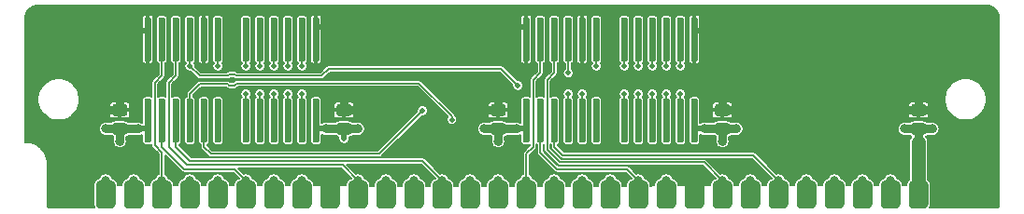
<source format=gtl>
G04 #@! TF.GenerationSoftware,KiCad,Pcbnew,(5.1.5-0-10_14)*
G04 #@! TF.CreationDate,2020-05-16T13:12:57-04:00*
G04 #@! TF.ProjectId,simm-30-4mb,73696d6d-2d33-4302-9d34-6d622e6b6963,rev?*
G04 #@! TF.SameCoordinates,Original*
G04 #@! TF.FileFunction,Copper,L1,Top*
G04 #@! TF.FilePolarity,Positive*
%FSLAX46Y46*%
G04 Gerber Fmt 4.6, Leading zero omitted, Abs format (unit mm)*
G04 Created by KiCad (PCBNEW (5.1.5-0-10_14)) date 2020-05-16 13:12:57*
%MOMM*%
%LPD*%
G04 APERTURE LIST*
%ADD10C,0.100000*%
%ADD11C,0.800000*%
%ADD12C,0.508000*%
%ADD13C,1.000000*%
%ADD14C,0.508000*%
%ADD15C,0.762000*%
%ADD16C,1.270000*%
%ADD17C,0.800000*%
%ADD18C,0.152400*%
G04 APERTURE END LIST*
G04 #@! TA.AperFunction,SMDPad,CuDef*
D10*
G36*
X84308069Y-98808140D02*
G01*
X84351218Y-98814541D01*
X84393532Y-98825140D01*
X84434603Y-98839836D01*
X84474036Y-98858486D01*
X84511451Y-98880912D01*
X84546488Y-98906897D01*
X84578809Y-98936191D01*
X84608103Y-98968512D01*
X84634088Y-99003549D01*
X84656514Y-99040964D01*
X84675164Y-99080397D01*
X84689860Y-99121468D01*
X84700459Y-99163782D01*
X84706860Y-99206931D01*
X84709000Y-99250500D01*
X84709000Y-100901500D01*
X84706860Y-100945069D01*
X84700459Y-100988218D01*
X84689860Y-101030532D01*
X84675164Y-101071603D01*
X84656514Y-101111036D01*
X84634088Y-101148451D01*
X84608103Y-101183488D01*
X84578809Y-101215809D01*
X84546488Y-101245103D01*
X84511451Y-101271088D01*
X84474036Y-101293514D01*
X84434603Y-101312164D01*
X84393532Y-101326860D01*
X84351218Y-101337459D01*
X84308069Y-101343860D01*
X84264500Y-101346000D01*
X83375500Y-101346000D01*
X83331931Y-101343860D01*
X83288782Y-101337459D01*
X83246468Y-101326860D01*
X83205397Y-101312164D01*
X83165964Y-101293514D01*
X83128549Y-101271088D01*
X83093512Y-101245103D01*
X83061191Y-101215809D01*
X83031897Y-101183488D01*
X83005912Y-101148451D01*
X82983486Y-101111036D01*
X82964836Y-101071603D01*
X82950140Y-101030532D01*
X82939541Y-100988218D01*
X82933140Y-100945069D01*
X82931000Y-100901500D01*
X82931000Y-99250500D01*
X82933140Y-99206931D01*
X82939541Y-99163782D01*
X82950140Y-99121468D01*
X82964836Y-99080397D01*
X82983486Y-99040964D01*
X83005912Y-99003549D01*
X83031897Y-98968512D01*
X83061191Y-98936191D01*
X83093512Y-98906897D01*
X83128549Y-98880912D01*
X83165964Y-98858486D01*
X83205397Y-98839836D01*
X83246468Y-98825140D01*
X83288782Y-98814541D01*
X83331931Y-98808140D01*
X83375500Y-98806000D01*
X84264500Y-98806000D01*
X84308069Y-98808140D01*
G37*
G04 #@! TD.AperFunction*
G04 #@! TA.AperFunction,SMDPad,CuDef*
G36*
X86848069Y-98808140D02*
G01*
X86891218Y-98814541D01*
X86933532Y-98825140D01*
X86974603Y-98839836D01*
X87014036Y-98858486D01*
X87051451Y-98880912D01*
X87086488Y-98906897D01*
X87118809Y-98936191D01*
X87148103Y-98968512D01*
X87174088Y-99003549D01*
X87196514Y-99040964D01*
X87215164Y-99080397D01*
X87229860Y-99121468D01*
X87240459Y-99163782D01*
X87246860Y-99206931D01*
X87249000Y-99250500D01*
X87249000Y-100901500D01*
X87246860Y-100945069D01*
X87240459Y-100988218D01*
X87229860Y-101030532D01*
X87215164Y-101071603D01*
X87196514Y-101111036D01*
X87174088Y-101148451D01*
X87148103Y-101183488D01*
X87118809Y-101215809D01*
X87086488Y-101245103D01*
X87051451Y-101271088D01*
X87014036Y-101293514D01*
X86974603Y-101312164D01*
X86933532Y-101326860D01*
X86891218Y-101337459D01*
X86848069Y-101343860D01*
X86804500Y-101346000D01*
X85915500Y-101346000D01*
X85871931Y-101343860D01*
X85828782Y-101337459D01*
X85786468Y-101326860D01*
X85745397Y-101312164D01*
X85705964Y-101293514D01*
X85668549Y-101271088D01*
X85633512Y-101245103D01*
X85601191Y-101215809D01*
X85571897Y-101183488D01*
X85545912Y-101148451D01*
X85523486Y-101111036D01*
X85504836Y-101071603D01*
X85490140Y-101030532D01*
X85479541Y-100988218D01*
X85473140Y-100945069D01*
X85471000Y-100901500D01*
X85471000Y-99250500D01*
X85473140Y-99206931D01*
X85479541Y-99163782D01*
X85490140Y-99121468D01*
X85504836Y-99080397D01*
X85523486Y-99040964D01*
X85545912Y-99003549D01*
X85571897Y-98968512D01*
X85601191Y-98936191D01*
X85633512Y-98906897D01*
X85668549Y-98880912D01*
X85705964Y-98858486D01*
X85745397Y-98839836D01*
X85786468Y-98825140D01*
X85828782Y-98814541D01*
X85871931Y-98808140D01*
X85915500Y-98806000D01*
X86804500Y-98806000D01*
X86848069Y-98808140D01*
G37*
G04 #@! TD.AperFunction*
D11*
X88900000Y-98806000D03*
G04 #@! TA.AperFunction,SMDPad,CuDef*
D10*
G36*
X109708069Y-98808140D02*
G01*
X109751218Y-98814541D01*
X109793532Y-98825140D01*
X109834603Y-98839836D01*
X109874036Y-98858486D01*
X109911451Y-98880912D01*
X109946488Y-98906897D01*
X109978809Y-98936191D01*
X110008103Y-98968512D01*
X110034088Y-99003549D01*
X110056514Y-99040964D01*
X110075164Y-99080397D01*
X110089860Y-99121468D01*
X110100459Y-99163782D01*
X110106860Y-99206931D01*
X110109000Y-99250500D01*
X110109000Y-100901500D01*
X110106860Y-100945069D01*
X110100459Y-100988218D01*
X110089860Y-101030532D01*
X110075164Y-101071603D01*
X110056514Y-101111036D01*
X110034088Y-101148451D01*
X110008103Y-101183488D01*
X109978809Y-101215809D01*
X109946488Y-101245103D01*
X109911451Y-101271088D01*
X109874036Y-101293514D01*
X109834603Y-101312164D01*
X109793532Y-101326860D01*
X109751218Y-101337459D01*
X109708069Y-101343860D01*
X109664500Y-101346000D01*
X108775500Y-101346000D01*
X108731931Y-101343860D01*
X108688782Y-101337459D01*
X108646468Y-101326860D01*
X108605397Y-101312164D01*
X108565964Y-101293514D01*
X108528549Y-101271088D01*
X108493512Y-101245103D01*
X108461191Y-101215809D01*
X108431897Y-101183488D01*
X108405912Y-101148451D01*
X108383486Y-101111036D01*
X108364836Y-101071603D01*
X108350140Y-101030532D01*
X108339541Y-100988218D01*
X108333140Y-100945069D01*
X108331000Y-100901500D01*
X108331000Y-99250500D01*
X108333140Y-99206931D01*
X108339541Y-99163782D01*
X108350140Y-99121468D01*
X108364836Y-99080397D01*
X108383486Y-99040964D01*
X108405912Y-99003549D01*
X108431897Y-98968512D01*
X108461191Y-98936191D01*
X108493512Y-98906897D01*
X108528549Y-98880912D01*
X108565964Y-98858486D01*
X108605397Y-98839836D01*
X108646468Y-98825140D01*
X108688782Y-98814541D01*
X108731931Y-98808140D01*
X108775500Y-98806000D01*
X109664500Y-98806000D01*
X109708069Y-98808140D01*
G37*
G04 #@! TD.AperFunction*
G04 #@! TA.AperFunction,SMDPad,CuDef*
G36*
X94468069Y-98808140D02*
G01*
X94511218Y-98814541D01*
X94553532Y-98825140D01*
X94594603Y-98839836D01*
X94634036Y-98858486D01*
X94671451Y-98880912D01*
X94706488Y-98906897D01*
X94738809Y-98936191D01*
X94768103Y-98968512D01*
X94794088Y-99003549D01*
X94816514Y-99040964D01*
X94835164Y-99080397D01*
X94849860Y-99121468D01*
X94860459Y-99163782D01*
X94866860Y-99206931D01*
X94869000Y-99250500D01*
X94869000Y-100901500D01*
X94866860Y-100945069D01*
X94860459Y-100988218D01*
X94849860Y-101030532D01*
X94835164Y-101071603D01*
X94816514Y-101111036D01*
X94794088Y-101148451D01*
X94768103Y-101183488D01*
X94738809Y-101215809D01*
X94706488Y-101245103D01*
X94671451Y-101271088D01*
X94634036Y-101293514D01*
X94594603Y-101312164D01*
X94553532Y-101326860D01*
X94511218Y-101337459D01*
X94468069Y-101343860D01*
X94424500Y-101346000D01*
X93535500Y-101346000D01*
X93491931Y-101343860D01*
X93448782Y-101337459D01*
X93406468Y-101326860D01*
X93365397Y-101312164D01*
X93325964Y-101293514D01*
X93288549Y-101271088D01*
X93253512Y-101245103D01*
X93221191Y-101215809D01*
X93191897Y-101183488D01*
X93165912Y-101148451D01*
X93143486Y-101111036D01*
X93124836Y-101071603D01*
X93110140Y-101030532D01*
X93099541Y-100988218D01*
X93093140Y-100945069D01*
X93091000Y-100901500D01*
X93091000Y-99250500D01*
X93093140Y-99206931D01*
X93099541Y-99163782D01*
X93110140Y-99121468D01*
X93124836Y-99080397D01*
X93143486Y-99040964D01*
X93165912Y-99003549D01*
X93191897Y-98968512D01*
X93221191Y-98936191D01*
X93253512Y-98906897D01*
X93288549Y-98880912D01*
X93325964Y-98858486D01*
X93365397Y-98839836D01*
X93406468Y-98825140D01*
X93448782Y-98814541D01*
X93491931Y-98808140D01*
X93535500Y-98806000D01*
X94424500Y-98806000D01*
X94468069Y-98808140D01*
G37*
G04 #@! TD.AperFunction*
G04 #@! TA.AperFunction,SMDPad,CuDef*
G36*
X112248069Y-98808140D02*
G01*
X112291218Y-98814541D01*
X112333532Y-98825140D01*
X112374603Y-98839836D01*
X112414036Y-98858486D01*
X112451451Y-98880912D01*
X112486488Y-98906897D01*
X112518809Y-98936191D01*
X112548103Y-98968512D01*
X112574088Y-99003549D01*
X112596514Y-99040964D01*
X112615164Y-99080397D01*
X112629860Y-99121468D01*
X112640459Y-99163782D01*
X112646860Y-99206931D01*
X112649000Y-99250500D01*
X112649000Y-100901500D01*
X112646860Y-100945069D01*
X112640459Y-100988218D01*
X112629860Y-101030532D01*
X112615164Y-101071603D01*
X112596514Y-101111036D01*
X112574088Y-101148451D01*
X112548103Y-101183488D01*
X112518809Y-101215809D01*
X112486488Y-101245103D01*
X112451451Y-101271088D01*
X112414036Y-101293514D01*
X112374603Y-101312164D01*
X112333532Y-101326860D01*
X112291218Y-101337459D01*
X112248069Y-101343860D01*
X112204500Y-101346000D01*
X111315500Y-101346000D01*
X111271931Y-101343860D01*
X111228782Y-101337459D01*
X111186468Y-101326860D01*
X111145397Y-101312164D01*
X111105964Y-101293514D01*
X111068549Y-101271088D01*
X111033512Y-101245103D01*
X111001191Y-101215809D01*
X110971897Y-101183488D01*
X110945912Y-101148451D01*
X110923486Y-101111036D01*
X110904836Y-101071603D01*
X110890140Y-101030532D01*
X110879541Y-100988218D01*
X110873140Y-100945069D01*
X110871000Y-100901500D01*
X110871000Y-99250500D01*
X110873140Y-99206931D01*
X110879541Y-99163782D01*
X110890140Y-99121468D01*
X110904836Y-99080397D01*
X110923486Y-99040964D01*
X110945912Y-99003549D01*
X110971897Y-98968512D01*
X111001191Y-98936191D01*
X111033512Y-98906897D01*
X111068549Y-98880912D01*
X111105964Y-98858486D01*
X111145397Y-98839836D01*
X111186468Y-98825140D01*
X111228782Y-98814541D01*
X111271931Y-98808140D01*
X111315500Y-98806000D01*
X112204500Y-98806000D01*
X112248069Y-98808140D01*
G37*
G04 #@! TD.AperFunction*
G04 #@! TA.AperFunction,SMDPad,CuDef*
G36*
X147808069Y-98808140D02*
G01*
X147851218Y-98814541D01*
X147893532Y-98825140D01*
X147934603Y-98839836D01*
X147974036Y-98858486D01*
X148011451Y-98880912D01*
X148046488Y-98906897D01*
X148078809Y-98936191D01*
X148108103Y-98968512D01*
X148134088Y-99003549D01*
X148156514Y-99040964D01*
X148175164Y-99080397D01*
X148189860Y-99121468D01*
X148200459Y-99163782D01*
X148206860Y-99206931D01*
X148209000Y-99250500D01*
X148209000Y-100901500D01*
X148206860Y-100945069D01*
X148200459Y-100988218D01*
X148189860Y-101030532D01*
X148175164Y-101071603D01*
X148156514Y-101111036D01*
X148134088Y-101148451D01*
X148108103Y-101183488D01*
X148078809Y-101215809D01*
X148046488Y-101245103D01*
X148011451Y-101271088D01*
X147974036Y-101293514D01*
X147934603Y-101312164D01*
X147893532Y-101326860D01*
X147851218Y-101337459D01*
X147808069Y-101343860D01*
X147764500Y-101346000D01*
X146875500Y-101346000D01*
X146831931Y-101343860D01*
X146788782Y-101337459D01*
X146746468Y-101326860D01*
X146705397Y-101312164D01*
X146665964Y-101293514D01*
X146628549Y-101271088D01*
X146593512Y-101245103D01*
X146561191Y-101215809D01*
X146531897Y-101183488D01*
X146505912Y-101148451D01*
X146483486Y-101111036D01*
X146464836Y-101071603D01*
X146450140Y-101030532D01*
X146439541Y-100988218D01*
X146433140Y-100945069D01*
X146431000Y-100901500D01*
X146431000Y-99250500D01*
X146433140Y-99206931D01*
X146439541Y-99163782D01*
X146450140Y-99121468D01*
X146464836Y-99080397D01*
X146483486Y-99040964D01*
X146505912Y-99003549D01*
X146531897Y-98968512D01*
X146561191Y-98936191D01*
X146593512Y-98906897D01*
X146628549Y-98880912D01*
X146665964Y-98858486D01*
X146705397Y-98839836D01*
X146746468Y-98825140D01*
X146788782Y-98814541D01*
X146831931Y-98808140D01*
X146875500Y-98806000D01*
X147764500Y-98806000D01*
X147808069Y-98808140D01*
G37*
G04 #@! TD.AperFunction*
G04 #@! TA.AperFunction,SMDPad,CuDef*
G36*
X114788069Y-98808140D02*
G01*
X114831218Y-98814541D01*
X114873532Y-98825140D01*
X114914603Y-98839836D01*
X114954036Y-98858486D01*
X114991451Y-98880912D01*
X115026488Y-98906897D01*
X115058809Y-98936191D01*
X115088103Y-98968512D01*
X115114088Y-99003549D01*
X115136514Y-99040964D01*
X115155164Y-99080397D01*
X115169860Y-99121468D01*
X115180459Y-99163782D01*
X115186860Y-99206931D01*
X115189000Y-99250500D01*
X115189000Y-100901500D01*
X115186860Y-100945069D01*
X115180459Y-100988218D01*
X115169860Y-101030532D01*
X115155164Y-101071603D01*
X115136514Y-101111036D01*
X115114088Y-101148451D01*
X115088103Y-101183488D01*
X115058809Y-101215809D01*
X115026488Y-101245103D01*
X114991451Y-101271088D01*
X114954036Y-101293514D01*
X114914603Y-101312164D01*
X114873532Y-101326860D01*
X114831218Y-101337459D01*
X114788069Y-101343860D01*
X114744500Y-101346000D01*
X113855500Y-101346000D01*
X113811931Y-101343860D01*
X113768782Y-101337459D01*
X113726468Y-101326860D01*
X113685397Y-101312164D01*
X113645964Y-101293514D01*
X113608549Y-101271088D01*
X113573512Y-101245103D01*
X113541191Y-101215809D01*
X113511897Y-101183488D01*
X113485912Y-101148451D01*
X113463486Y-101111036D01*
X113444836Y-101071603D01*
X113430140Y-101030532D01*
X113419541Y-100988218D01*
X113413140Y-100945069D01*
X113411000Y-100901500D01*
X113411000Y-99250500D01*
X113413140Y-99206931D01*
X113419541Y-99163782D01*
X113430140Y-99121468D01*
X113444836Y-99080397D01*
X113463486Y-99040964D01*
X113485912Y-99003549D01*
X113511897Y-98968512D01*
X113541191Y-98936191D01*
X113573512Y-98906897D01*
X113608549Y-98880912D01*
X113645964Y-98858486D01*
X113685397Y-98839836D01*
X113726468Y-98825140D01*
X113768782Y-98814541D01*
X113811931Y-98808140D01*
X113855500Y-98806000D01*
X114744500Y-98806000D01*
X114788069Y-98808140D01*
G37*
G04 #@! TD.AperFunction*
G04 #@! TA.AperFunction,SMDPad,CuDef*
G36*
X117328069Y-98808140D02*
G01*
X117371218Y-98814541D01*
X117413532Y-98825140D01*
X117454603Y-98839836D01*
X117494036Y-98858486D01*
X117531451Y-98880912D01*
X117566488Y-98906897D01*
X117598809Y-98936191D01*
X117628103Y-98968512D01*
X117654088Y-99003549D01*
X117676514Y-99040964D01*
X117695164Y-99080397D01*
X117709860Y-99121468D01*
X117720459Y-99163782D01*
X117726860Y-99206931D01*
X117729000Y-99250500D01*
X117729000Y-100901500D01*
X117726860Y-100945069D01*
X117720459Y-100988218D01*
X117709860Y-101030532D01*
X117695164Y-101071603D01*
X117676514Y-101111036D01*
X117654088Y-101148451D01*
X117628103Y-101183488D01*
X117598809Y-101215809D01*
X117566488Y-101245103D01*
X117531451Y-101271088D01*
X117494036Y-101293514D01*
X117454603Y-101312164D01*
X117413532Y-101326860D01*
X117371218Y-101337459D01*
X117328069Y-101343860D01*
X117284500Y-101346000D01*
X116395500Y-101346000D01*
X116351931Y-101343860D01*
X116308782Y-101337459D01*
X116266468Y-101326860D01*
X116225397Y-101312164D01*
X116185964Y-101293514D01*
X116148549Y-101271088D01*
X116113512Y-101245103D01*
X116081191Y-101215809D01*
X116051897Y-101183488D01*
X116025912Y-101148451D01*
X116003486Y-101111036D01*
X115984836Y-101071603D01*
X115970140Y-101030532D01*
X115959541Y-100988218D01*
X115953140Y-100945069D01*
X115951000Y-100901500D01*
X115951000Y-99250500D01*
X115953140Y-99206931D01*
X115959541Y-99163782D01*
X115970140Y-99121468D01*
X115984836Y-99080397D01*
X116003486Y-99040964D01*
X116025912Y-99003549D01*
X116051897Y-98968512D01*
X116081191Y-98936191D01*
X116113512Y-98906897D01*
X116148549Y-98880912D01*
X116185964Y-98858486D01*
X116225397Y-98839836D01*
X116266468Y-98825140D01*
X116308782Y-98814541D01*
X116351931Y-98808140D01*
X116395500Y-98806000D01*
X117284500Y-98806000D01*
X117328069Y-98808140D01*
G37*
G04 #@! TD.AperFunction*
G04 #@! TA.AperFunction,SMDPad,CuDef*
G36*
X91928069Y-98808140D02*
G01*
X91971218Y-98814541D01*
X92013532Y-98825140D01*
X92054603Y-98839836D01*
X92094036Y-98858486D01*
X92131451Y-98880912D01*
X92166488Y-98906897D01*
X92198809Y-98936191D01*
X92228103Y-98968512D01*
X92254088Y-99003549D01*
X92276514Y-99040964D01*
X92295164Y-99080397D01*
X92309860Y-99121468D01*
X92320459Y-99163782D01*
X92326860Y-99206931D01*
X92329000Y-99250500D01*
X92329000Y-100901500D01*
X92326860Y-100945069D01*
X92320459Y-100988218D01*
X92309860Y-101030532D01*
X92295164Y-101071603D01*
X92276514Y-101111036D01*
X92254088Y-101148451D01*
X92228103Y-101183488D01*
X92198809Y-101215809D01*
X92166488Y-101245103D01*
X92131451Y-101271088D01*
X92094036Y-101293514D01*
X92054603Y-101312164D01*
X92013532Y-101326860D01*
X91971218Y-101337459D01*
X91928069Y-101343860D01*
X91884500Y-101346000D01*
X90995500Y-101346000D01*
X90951931Y-101343860D01*
X90908782Y-101337459D01*
X90866468Y-101326860D01*
X90825397Y-101312164D01*
X90785964Y-101293514D01*
X90748549Y-101271088D01*
X90713512Y-101245103D01*
X90681191Y-101215809D01*
X90651897Y-101183488D01*
X90625912Y-101148451D01*
X90603486Y-101111036D01*
X90584836Y-101071603D01*
X90570140Y-101030532D01*
X90559541Y-100988218D01*
X90553140Y-100945069D01*
X90551000Y-100901500D01*
X90551000Y-99250500D01*
X90553140Y-99206931D01*
X90559541Y-99163782D01*
X90570140Y-99121468D01*
X90584836Y-99080397D01*
X90603486Y-99040964D01*
X90625912Y-99003549D01*
X90651897Y-98968512D01*
X90681191Y-98936191D01*
X90713512Y-98906897D01*
X90748549Y-98880912D01*
X90785964Y-98858486D01*
X90825397Y-98839836D01*
X90866468Y-98825140D01*
X90908782Y-98814541D01*
X90951931Y-98808140D01*
X90995500Y-98806000D01*
X91884500Y-98806000D01*
X91928069Y-98808140D01*
G37*
G04 #@! TD.AperFunction*
G04 #@! TA.AperFunction,SMDPad,CuDef*
G36*
X155428069Y-98808140D02*
G01*
X155471218Y-98814541D01*
X155513532Y-98825140D01*
X155554603Y-98839836D01*
X155594036Y-98858486D01*
X155631451Y-98880912D01*
X155666488Y-98906897D01*
X155698809Y-98936191D01*
X155728103Y-98968512D01*
X155754088Y-99003549D01*
X155776514Y-99040964D01*
X155795164Y-99080397D01*
X155809860Y-99121468D01*
X155820459Y-99163782D01*
X155826860Y-99206931D01*
X155829000Y-99250500D01*
X155829000Y-100901500D01*
X155826860Y-100945069D01*
X155820459Y-100988218D01*
X155809860Y-101030532D01*
X155795164Y-101071603D01*
X155776514Y-101111036D01*
X155754088Y-101148451D01*
X155728103Y-101183488D01*
X155698809Y-101215809D01*
X155666488Y-101245103D01*
X155631451Y-101271088D01*
X155594036Y-101293514D01*
X155554603Y-101312164D01*
X155513532Y-101326860D01*
X155471218Y-101337459D01*
X155428069Y-101343860D01*
X155384500Y-101346000D01*
X154495500Y-101346000D01*
X154451931Y-101343860D01*
X154408782Y-101337459D01*
X154366468Y-101326860D01*
X154325397Y-101312164D01*
X154285964Y-101293514D01*
X154248549Y-101271088D01*
X154213512Y-101245103D01*
X154181191Y-101215809D01*
X154151897Y-101183488D01*
X154125912Y-101148451D01*
X154103486Y-101111036D01*
X154084836Y-101071603D01*
X154070140Y-101030532D01*
X154059541Y-100988218D01*
X154053140Y-100945069D01*
X154051000Y-100901500D01*
X154051000Y-99250500D01*
X154053140Y-99206931D01*
X154059541Y-99163782D01*
X154070140Y-99121468D01*
X154084836Y-99080397D01*
X154103486Y-99040964D01*
X154125912Y-99003549D01*
X154151897Y-98968512D01*
X154181191Y-98936191D01*
X154213512Y-98906897D01*
X154248549Y-98880912D01*
X154285964Y-98858486D01*
X154325397Y-98839836D01*
X154366468Y-98825140D01*
X154408782Y-98814541D01*
X154451931Y-98808140D01*
X154495500Y-98806000D01*
X155384500Y-98806000D01*
X155428069Y-98808140D01*
G37*
G04 #@! TD.AperFunction*
G04 #@! TA.AperFunction,SMDPad,CuDef*
G36*
X89388069Y-98808140D02*
G01*
X89431218Y-98814541D01*
X89473532Y-98825140D01*
X89514603Y-98839836D01*
X89554036Y-98858486D01*
X89591451Y-98880912D01*
X89626488Y-98906897D01*
X89658809Y-98936191D01*
X89688103Y-98968512D01*
X89714088Y-99003549D01*
X89736514Y-99040964D01*
X89755164Y-99080397D01*
X89769860Y-99121468D01*
X89780459Y-99163782D01*
X89786860Y-99206931D01*
X89789000Y-99250500D01*
X89789000Y-100901500D01*
X89786860Y-100945069D01*
X89780459Y-100988218D01*
X89769860Y-101030532D01*
X89755164Y-101071603D01*
X89736514Y-101111036D01*
X89714088Y-101148451D01*
X89688103Y-101183488D01*
X89658809Y-101215809D01*
X89626488Y-101245103D01*
X89591451Y-101271088D01*
X89554036Y-101293514D01*
X89514603Y-101312164D01*
X89473532Y-101326860D01*
X89431218Y-101337459D01*
X89388069Y-101343860D01*
X89344500Y-101346000D01*
X88455500Y-101346000D01*
X88411931Y-101343860D01*
X88368782Y-101337459D01*
X88326468Y-101326860D01*
X88285397Y-101312164D01*
X88245964Y-101293514D01*
X88208549Y-101271088D01*
X88173512Y-101245103D01*
X88141191Y-101215809D01*
X88111897Y-101183488D01*
X88085912Y-101148451D01*
X88063486Y-101111036D01*
X88044836Y-101071603D01*
X88030140Y-101030532D01*
X88019541Y-100988218D01*
X88013140Y-100945069D01*
X88011000Y-100901500D01*
X88011000Y-99250500D01*
X88013140Y-99206931D01*
X88019541Y-99163782D01*
X88030140Y-99121468D01*
X88044836Y-99080397D01*
X88063486Y-99040964D01*
X88085912Y-99003549D01*
X88111897Y-98968512D01*
X88141191Y-98936191D01*
X88173512Y-98906897D01*
X88208549Y-98880912D01*
X88245964Y-98858486D01*
X88285397Y-98839836D01*
X88326468Y-98825140D01*
X88368782Y-98814541D01*
X88411931Y-98808140D01*
X88455500Y-98806000D01*
X89344500Y-98806000D01*
X89388069Y-98808140D01*
G37*
G04 #@! TD.AperFunction*
G04 #@! TA.AperFunction,SMDPad,CuDef*
G36*
X142728069Y-98808140D02*
G01*
X142771218Y-98814541D01*
X142813532Y-98825140D01*
X142854603Y-98839836D01*
X142894036Y-98858486D01*
X142931451Y-98880912D01*
X142966488Y-98906897D01*
X142998809Y-98936191D01*
X143028103Y-98968512D01*
X143054088Y-99003549D01*
X143076514Y-99040964D01*
X143095164Y-99080397D01*
X143109860Y-99121468D01*
X143120459Y-99163782D01*
X143126860Y-99206931D01*
X143129000Y-99250500D01*
X143129000Y-100901500D01*
X143126860Y-100945069D01*
X143120459Y-100988218D01*
X143109860Y-101030532D01*
X143095164Y-101071603D01*
X143076514Y-101111036D01*
X143054088Y-101148451D01*
X143028103Y-101183488D01*
X142998809Y-101215809D01*
X142966488Y-101245103D01*
X142931451Y-101271088D01*
X142894036Y-101293514D01*
X142854603Y-101312164D01*
X142813532Y-101326860D01*
X142771218Y-101337459D01*
X142728069Y-101343860D01*
X142684500Y-101346000D01*
X141795500Y-101346000D01*
X141751931Y-101343860D01*
X141708782Y-101337459D01*
X141666468Y-101326860D01*
X141625397Y-101312164D01*
X141585964Y-101293514D01*
X141548549Y-101271088D01*
X141513512Y-101245103D01*
X141481191Y-101215809D01*
X141451897Y-101183488D01*
X141425912Y-101148451D01*
X141403486Y-101111036D01*
X141384836Y-101071603D01*
X141370140Y-101030532D01*
X141359541Y-100988218D01*
X141353140Y-100945069D01*
X141351000Y-100901500D01*
X141351000Y-99250500D01*
X141353140Y-99206931D01*
X141359541Y-99163782D01*
X141370140Y-99121468D01*
X141384836Y-99080397D01*
X141403486Y-99040964D01*
X141425912Y-99003549D01*
X141451897Y-98968512D01*
X141481191Y-98936191D01*
X141513512Y-98906897D01*
X141548549Y-98880912D01*
X141585964Y-98858486D01*
X141625397Y-98839836D01*
X141666468Y-98825140D01*
X141708782Y-98814541D01*
X141751931Y-98808140D01*
X141795500Y-98806000D01*
X142684500Y-98806000D01*
X142728069Y-98808140D01*
G37*
G04 #@! TD.AperFunction*
G04 #@! TA.AperFunction,SMDPad,CuDef*
G36*
X122408069Y-98808140D02*
G01*
X122451218Y-98814541D01*
X122493532Y-98825140D01*
X122534603Y-98839836D01*
X122574036Y-98858486D01*
X122611451Y-98880912D01*
X122646488Y-98906897D01*
X122678809Y-98936191D01*
X122708103Y-98968512D01*
X122734088Y-99003549D01*
X122756514Y-99040964D01*
X122775164Y-99080397D01*
X122789860Y-99121468D01*
X122800459Y-99163782D01*
X122806860Y-99206931D01*
X122809000Y-99250500D01*
X122809000Y-100901500D01*
X122806860Y-100945069D01*
X122800459Y-100988218D01*
X122789860Y-101030532D01*
X122775164Y-101071603D01*
X122756514Y-101111036D01*
X122734088Y-101148451D01*
X122708103Y-101183488D01*
X122678809Y-101215809D01*
X122646488Y-101245103D01*
X122611451Y-101271088D01*
X122574036Y-101293514D01*
X122534603Y-101312164D01*
X122493532Y-101326860D01*
X122451218Y-101337459D01*
X122408069Y-101343860D01*
X122364500Y-101346000D01*
X121475500Y-101346000D01*
X121431931Y-101343860D01*
X121388782Y-101337459D01*
X121346468Y-101326860D01*
X121305397Y-101312164D01*
X121265964Y-101293514D01*
X121228549Y-101271088D01*
X121193512Y-101245103D01*
X121161191Y-101215809D01*
X121131897Y-101183488D01*
X121105912Y-101148451D01*
X121083486Y-101111036D01*
X121064836Y-101071603D01*
X121050140Y-101030532D01*
X121039541Y-100988218D01*
X121033140Y-100945069D01*
X121031000Y-100901500D01*
X121031000Y-99250500D01*
X121033140Y-99206931D01*
X121039541Y-99163782D01*
X121050140Y-99121468D01*
X121064836Y-99080397D01*
X121083486Y-99040964D01*
X121105912Y-99003549D01*
X121131897Y-98968512D01*
X121161191Y-98936191D01*
X121193512Y-98906897D01*
X121228549Y-98880912D01*
X121265964Y-98858486D01*
X121305397Y-98839836D01*
X121346468Y-98825140D01*
X121388782Y-98814541D01*
X121431931Y-98808140D01*
X121475500Y-98806000D01*
X122364500Y-98806000D01*
X122408069Y-98808140D01*
G37*
G04 #@! TD.AperFunction*
G04 #@! TA.AperFunction,SMDPad,CuDef*
G36*
X132568069Y-98808140D02*
G01*
X132611218Y-98814541D01*
X132653532Y-98825140D01*
X132694603Y-98839836D01*
X132734036Y-98858486D01*
X132771451Y-98880912D01*
X132806488Y-98906897D01*
X132838809Y-98936191D01*
X132868103Y-98968512D01*
X132894088Y-99003549D01*
X132916514Y-99040964D01*
X132935164Y-99080397D01*
X132949860Y-99121468D01*
X132960459Y-99163782D01*
X132966860Y-99206931D01*
X132969000Y-99250500D01*
X132969000Y-100901500D01*
X132966860Y-100945069D01*
X132960459Y-100988218D01*
X132949860Y-101030532D01*
X132935164Y-101071603D01*
X132916514Y-101111036D01*
X132894088Y-101148451D01*
X132868103Y-101183488D01*
X132838809Y-101215809D01*
X132806488Y-101245103D01*
X132771451Y-101271088D01*
X132734036Y-101293514D01*
X132694603Y-101312164D01*
X132653532Y-101326860D01*
X132611218Y-101337459D01*
X132568069Y-101343860D01*
X132524500Y-101346000D01*
X131635500Y-101346000D01*
X131591931Y-101343860D01*
X131548782Y-101337459D01*
X131506468Y-101326860D01*
X131465397Y-101312164D01*
X131425964Y-101293514D01*
X131388549Y-101271088D01*
X131353512Y-101245103D01*
X131321191Y-101215809D01*
X131291897Y-101183488D01*
X131265912Y-101148451D01*
X131243486Y-101111036D01*
X131224836Y-101071603D01*
X131210140Y-101030532D01*
X131199541Y-100988218D01*
X131193140Y-100945069D01*
X131191000Y-100901500D01*
X131191000Y-99250500D01*
X131193140Y-99206931D01*
X131199541Y-99163782D01*
X131210140Y-99121468D01*
X131224836Y-99080397D01*
X131243486Y-99040964D01*
X131265912Y-99003549D01*
X131291897Y-98968512D01*
X131321191Y-98936191D01*
X131353512Y-98906897D01*
X131388549Y-98880912D01*
X131425964Y-98858486D01*
X131465397Y-98839836D01*
X131506468Y-98825140D01*
X131548782Y-98814541D01*
X131591931Y-98808140D01*
X131635500Y-98806000D01*
X132524500Y-98806000D01*
X132568069Y-98808140D01*
G37*
G04 #@! TD.AperFunction*
G04 #@! TA.AperFunction,SMDPad,CuDef*
G36*
X140188069Y-98808140D02*
G01*
X140231218Y-98814541D01*
X140273532Y-98825140D01*
X140314603Y-98839836D01*
X140354036Y-98858486D01*
X140391451Y-98880912D01*
X140426488Y-98906897D01*
X140458809Y-98936191D01*
X140488103Y-98968512D01*
X140514088Y-99003549D01*
X140536514Y-99040964D01*
X140555164Y-99080397D01*
X140569860Y-99121468D01*
X140580459Y-99163782D01*
X140586860Y-99206931D01*
X140589000Y-99250500D01*
X140589000Y-100901500D01*
X140586860Y-100945069D01*
X140580459Y-100988218D01*
X140569860Y-101030532D01*
X140555164Y-101071603D01*
X140536514Y-101111036D01*
X140514088Y-101148451D01*
X140488103Y-101183488D01*
X140458809Y-101215809D01*
X140426488Y-101245103D01*
X140391451Y-101271088D01*
X140354036Y-101293514D01*
X140314603Y-101312164D01*
X140273532Y-101326860D01*
X140231218Y-101337459D01*
X140188069Y-101343860D01*
X140144500Y-101346000D01*
X139255500Y-101346000D01*
X139211931Y-101343860D01*
X139168782Y-101337459D01*
X139126468Y-101326860D01*
X139085397Y-101312164D01*
X139045964Y-101293514D01*
X139008549Y-101271088D01*
X138973512Y-101245103D01*
X138941191Y-101215809D01*
X138911897Y-101183488D01*
X138885912Y-101148451D01*
X138863486Y-101111036D01*
X138844836Y-101071603D01*
X138830140Y-101030532D01*
X138819541Y-100988218D01*
X138813140Y-100945069D01*
X138811000Y-100901500D01*
X138811000Y-99250500D01*
X138813140Y-99206931D01*
X138819541Y-99163782D01*
X138830140Y-99121468D01*
X138844836Y-99080397D01*
X138863486Y-99040964D01*
X138885912Y-99003549D01*
X138911897Y-98968512D01*
X138941191Y-98936191D01*
X138973512Y-98906897D01*
X139008549Y-98880912D01*
X139045964Y-98858486D01*
X139085397Y-98839836D01*
X139126468Y-98825140D01*
X139168782Y-98814541D01*
X139211931Y-98808140D01*
X139255500Y-98806000D01*
X140144500Y-98806000D01*
X140188069Y-98808140D01*
G37*
G04 #@! TD.AperFunction*
G04 #@! TA.AperFunction,SMDPad,CuDef*
G36*
X104628069Y-98808140D02*
G01*
X104671218Y-98814541D01*
X104713532Y-98825140D01*
X104754603Y-98839836D01*
X104794036Y-98858486D01*
X104831451Y-98880912D01*
X104866488Y-98906897D01*
X104898809Y-98936191D01*
X104928103Y-98968512D01*
X104954088Y-99003549D01*
X104976514Y-99040964D01*
X104995164Y-99080397D01*
X105009860Y-99121468D01*
X105020459Y-99163782D01*
X105026860Y-99206931D01*
X105029000Y-99250500D01*
X105029000Y-100901500D01*
X105026860Y-100945069D01*
X105020459Y-100988218D01*
X105009860Y-101030532D01*
X104995164Y-101071603D01*
X104976514Y-101111036D01*
X104954088Y-101148451D01*
X104928103Y-101183488D01*
X104898809Y-101215809D01*
X104866488Y-101245103D01*
X104831451Y-101271088D01*
X104794036Y-101293514D01*
X104754603Y-101312164D01*
X104713532Y-101326860D01*
X104671218Y-101337459D01*
X104628069Y-101343860D01*
X104584500Y-101346000D01*
X103695500Y-101346000D01*
X103651931Y-101343860D01*
X103608782Y-101337459D01*
X103566468Y-101326860D01*
X103525397Y-101312164D01*
X103485964Y-101293514D01*
X103448549Y-101271088D01*
X103413512Y-101245103D01*
X103381191Y-101215809D01*
X103351897Y-101183488D01*
X103325912Y-101148451D01*
X103303486Y-101111036D01*
X103284836Y-101071603D01*
X103270140Y-101030532D01*
X103259541Y-100988218D01*
X103253140Y-100945069D01*
X103251000Y-100901500D01*
X103251000Y-99250500D01*
X103253140Y-99206931D01*
X103259541Y-99163782D01*
X103270140Y-99121468D01*
X103284836Y-99080397D01*
X103303486Y-99040964D01*
X103325912Y-99003549D01*
X103351897Y-98968512D01*
X103381191Y-98936191D01*
X103413512Y-98906897D01*
X103448549Y-98880912D01*
X103485964Y-98858486D01*
X103525397Y-98839836D01*
X103566468Y-98825140D01*
X103608782Y-98814541D01*
X103651931Y-98808140D01*
X103695500Y-98806000D01*
X104584500Y-98806000D01*
X104628069Y-98808140D01*
G37*
G04 #@! TD.AperFunction*
G04 #@! TA.AperFunction,SMDPad,CuDef*
G36*
X127488069Y-98808140D02*
G01*
X127531218Y-98814541D01*
X127573532Y-98825140D01*
X127614603Y-98839836D01*
X127654036Y-98858486D01*
X127691451Y-98880912D01*
X127726488Y-98906897D01*
X127758809Y-98936191D01*
X127788103Y-98968512D01*
X127814088Y-99003549D01*
X127836514Y-99040964D01*
X127855164Y-99080397D01*
X127869860Y-99121468D01*
X127880459Y-99163782D01*
X127886860Y-99206931D01*
X127889000Y-99250500D01*
X127889000Y-100901500D01*
X127886860Y-100945069D01*
X127880459Y-100988218D01*
X127869860Y-101030532D01*
X127855164Y-101071603D01*
X127836514Y-101111036D01*
X127814088Y-101148451D01*
X127788103Y-101183488D01*
X127758809Y-101215809D01*
X127726488Y-101245103D01*
X127691451Y-101271088D01*
X127654036Y-101293514D01*
X127614603Y-101312164D01*
X127573532Y-101326860D01*
X127531218Y-101337459D01*
X127488069Y-101343860D01*
X127444500Y-101346000D01*
X126555500Y-101346000D01*
X126511931Y-101343860D01*
X126468782Y-101337459D01*
X126426468Y-101326860D01*
X126385397Y-101312164D01*
X126345964Y-101293514D01*
X126308549Y-101271088D01*
X126273512Y-101245103D01*
X126241191Y-101215809D01*
X126211897Y-101183488D01*
X126185912Y-101148451D01*
X126163486Y-101111036D01*
X126144836Y-101071603D01*
X126130140Y-101030532D01*
X126119541Y-100988218D01*
X126113140Y-100945069D01*
X126111000Y-100901500D01*
X126111000Y-99250500D01*
X126113140Y-99206931D01*
X126119541Y-99163782D01*
X126130140Y-99121468D01*
X126144836Y-99080397D01*
X126163486Y-99040964D01*
X126185912Y-99003549D01*
X126211897Y-98968512D01*
X126241191Y-98936191D01*
X126273512Y-98906897D01*
X126308549Y-98880912D01*
X126345964Y-98858486D01*
X126385397Y-98839836D01*
X126426468Y-98825140D01*
X126468782Y-98814541D01*
X126511931Y-98808140D01*
X126555500Y-98806000D01*
X127444500Y-98806000D01*
X127488069Y-98808140D01*
G37*
G04 #@! TD.AperFunction*
G04 #@! TA.AperFunction,SMDPad,CuDef*
G36*
X135108069Y-98808140D02*
G01*
X135151218Y-98814541D01*
X135193532Y-98825140D01*
X135234603Y-98839836D01*
X135274036Y-98858486D01*
X135311451Y-98880912D01*
X135346488Y-98906897D01*
X135378809Y-98936191D01*
X135408103Y-98968512D01*
X135434088Y-99003549D01*
X135456514Y-99040964D01*
X135475164Y-99080397D01*
X135489860Y-99121468D01*
X135500459Y-99163782D01*
X135506860Y-99206931D01*
X135509000Y-99250500D01*
X135509000Y-100901500D01*
X135506860Y-100945069D01*
X135500459Y-100988218D01*
X135489860Y-101030532D01*
X135475164Y-101071603D01*
X135456514Y-101111036D01*
X135434088Y-101148451D01*
X135408103Y-101183488D01*
X135378809Y-101215809D01*
X135346488Y-101245103D01*
X135311451Y-101271088D01*
X135274036Y-101293514D01*
X135234603Y-101312164D01*
X135193532Y-101326860D01*
X135151218Y-101337459D01*
X135108069Y-101343860D01*
X135064500Y-101346000D01*
X134175500Y-101346000D01*
X134131931Y-101343860D01*
X134088782Y-101337459D01*
X134046468Y-101326860D01*
X134005397Y-101312164D01*
X133965964Y-101293514D01*
X133928549Y-101271088D01*
X133893512Y-101245103D01*
X133861191Y-101215809D01*
X133831897Y-101183488D01*
X133805912Y-101148451D01*
X133783486Y-101111036D01*
X133764836Y-101071603D01*
X133750140Y-101030532D01*
X133739541Y-100988218D01*
X133733140Y-100945069D01*
X133731000Y-100901500D01*
X133731000Y-99250500D01*
X133733140Y-99206931D01*
X133739541Y-99163782D01*
X133750140Y-99121468D01*
X133764836Y-99080397D01*
X133783486Y-99040964D01*
X133805912Y-99003549D01*
X133831897Y-98968512D01*
X133861191Y-98936191D01*
X133893512Y-98906897D01*
X133928549Y-98880912D01*
X133965964Y-98858486D01*
X134005397Y-98839836D01*
X134046468Y-98825140D01*
X134088782Y-98814541D01*
X134131931Y-98808140D01*
X134175500Y-98806000D01*
X135064500Y-98806000D01*
X135108069Y-98808140D01*
G37*
G04 #@! TD.AperFunction*
G04 #@! TA.AperFunction,SMDPad,CuDef*
G36*
X130028069Y-98808140D02*
G01*
X130071218Y-98814541D01*
X130113532Y-98825140D01*
X130154603Y-98839836D01*
X130194036Y-98858486D01*
X130231451Y-98880912D01*
X130266488Y-98906897D01*
X130298809Y-98936191D01*
X130328103Y-98968512D01*
X130354088Y-99003549D01*
X130376514Y-99040964D01*
X130395164Y-99080397D01*
X130409860Y-99121468D01*
X130420459Y-99163782D01*
X130426860Y-99206931D01*
X130429000Y-99250500D01*
X130429000Y-100901500D01*
X130426860Y-100945069D01*
X130420459Y-100988218D01*
X130409860Y-101030532D01*
X130395164Y-101071603D01*
X130376514Y-101111036D01*
X130354088Y-101148451D01*
X130328103Y-101183488D01*
X130298809Y-101215809D01*
X130266488Y-101245103D01*
X130231451Y-101271088D01*
X130194036Y-101293514D01*
X130154603Y-101312164D01*
X130113532Y-101326860D01*
X130071218Y-101337459D01*
X130028069Y-101343860D01*
X129984500Y-101346000D01*
X129095500Y-101346000D01*
X129051931Y-101343860D01*
X129008782Y-101337459D01*
X128966468Y-101326860D01*
X128925397Y-101312164D01*
X128885964Y-101293514D01*
X128848549Y-101271088D01*
X128813512Y-101245103D01*
X128781191Y-101215809D01*
X128751897Y-101183488D01*
X128725912Y-101148451D01*
X128703486Y-101111036D01*
X128684836Y-101071603D01*
X128670140Y-101030532D01*
X128659541Y-100988218D01*
X128653140Y-100945069D01*
X128651000Y-100901500D01*
X128651000Y-99250500D01*
X128653140Y-99206931D01*
X128659541Y-99163782D01*
X128670140Y-99121468D01*
X128684836Y-99080397D01*
X128703486Y-99040964D01*
X128725912Y-99003549D01*
X128751897Y-98968512D01*
X128781191Y-98936191D01*
X128813512Y-98906897D01*
X128848549Y-98880912D01*
X128885964Y-98858486D01*
X128925397Y-98839836D01*
X128966468Y-98825140D01*
X129008782Y-98814541D01*
X129051931Y-98808140D01*
X129095500Y-98806000D01*
X129984500Y-98806000D01*
X130028069Y-98808140D01*
G37*
G04 #@! TD.AperFunction*
G04 #@! TA.AperFunction,SMDPad,CuDef*
G36*
X107168069Y-98808140D02*
G01*
X107211218Y-98814541D01*
X107253532Y-98825140D01*
X107294603Y-98839836D01*
X107334036Y-98858486D01*
X107371451Y-98880912D01*
X107406488Y-98906897D01*
X107438809Y-98936191D01*
X107468103Y-98968512D01*
X107494088Y-99003549D01*
X107516514Y-99040964D01*
X107535164Y-99080397D01*
X107549860Y-99121468D01*
X107560459Y-99163782D01*
X107566860Y-99206931D01*
X107569000Y-99250500D01*
X107569000Y-100901500D01*
X107566860Y-100945069D01*
X107560459Y-100988218D01*
X107549860Y-101030532D01*
X107535164Y-101071603D01*
X107516514Y-101111036D01*
X107494088Y-101148451D01*
X107468103Y-101183488D01*
X107438809Y-101215809D01*
X107406488Y-101245103D01*
X107371451Y-101271088D01*
X107334036Y-101293514D01*
X107294603Y-101312164D01*
X107253532Y-101326860D01*
X107211218Y-101337459D01*
X107168069Y-101343860D01*
X107124500Y-101346000D01*
X106235500Y-101346000D01*
X106191931Y-101343860D01*
X106148782Y-101337459D01*
X106106468Y-101326860D01*
X106065397Y-101312164D01*
X106025964Y-101293514D01*
X105988549Y-101271088D01*
X105953512Y-101245103D01*
X105921191Y-101215809D01*
X105891897Y-101183488D01*
X105865912Y-101148451D01*
X105843486Y-101111036D01*
X105824836Y-101071603D01*
X105810140Y-101030532D01*
X105799541Y-100988218D01*
X105793140Y-100945069D01*
X105791000Y-100901500D01*
X105791000Y-99250500D01*
X105793140Y-99206931D01*
X105799541Y-99163782D01*
X105810140Y-99121468D01*
X105824836Y-99080397D01*
X105843486Y-99040964D01*
X105865912Y-99003549D01*
X105891897Y-98968512D01*
X105921191Y-98936191D01*
X105953512Y-98906897D01*
X105988549Y-98880912D01*
X106025964Y-98858486D01*
X106065397Y-98839836D01*
X106106468Y-98825140D01*
X106148782Y-98814541D01*
X106191931Y-98808140D01*
X106235500Y-98806000D01*
X107124500Y-98806000D01*
X107168069Y-98808140D01*
G37*
G04 #@! TD.AperFunction*
G04 #@! TA.AperFunction,SMDPad,CuDef*
G36*
X137648069Y-98808140D02*
G01*
X137691218Y-98814541D01*
X137733532Y-98825140D01*
X137774603Y-98839836D01*
X137814036Y-98858486D01*
X137851451Y-98880912D01*
X137886488Y-98906897D01*
X137918809Y-98936191D01*
X137948103Y-98968512D01*
X137974088Y-99003549D01*
X137996514Y-99040964D01*
X138015164Y-99080397D01*
X138029860Y-99121468D01*
X138040459Y-99163782D01*
X138046860Y-99206931D01*
X138049000Y-99250500D01*
X138049000Y-100901500D01*
X138046860Y-100945069D01*
X138040459Y-100988218D01*
X138029860Y-101030532D01*
X138015164Y-101071603D01*
X137996514Y-101111036D01*
X137974088Y-101148451D01*
X137948103Y-101183488D01*
X137918809Y-101215809D01*
X137886488Y-101245103D01*
X137851451Y-101271088D01*
X137814036Y-101293514D01*
X137774603Y-101312164D01*
X137733532Y-101326860D01*
X137691218Y-101337459D01*
X137648069Y-101343860D01*
X137604500Y-101346000D01*
X136715500Y-101346000D01*
X136671931Y-101343860D01*
X136628782Y-101337459D01*
X136586468Y-101326860D01*
X136545397Y-101312164D01*
X136505964Y-101293514D01*
X136468549Y-101271088D01*
X136433512Y-101245103D01*
X136401191Y-101215809D01*
X136371897Y-101183488D01*
X136345912Y-101148451D01*
X136323486Y-101111036D01*
X136304836Y-101071603D01*
X136290140Y-101030532D01*
X136279541Y-100988218D01*
X136273140Y-100945069D01*
X136271000Y-100901500D01*
X136271000Y-99250500D01*
X136273140Y-99206931D01*
X136279541Y-99163782D01*
X136290140Y-99121468D01*
X136304836Y-99080397D01*
X136323486Y-99040964D01*
X136345912Y-99003549D01*
X136371897Y-98968512D01*
X136401191Y-98936191D01*
X136433512Y-98906897D01*
X136468549Y-98880912D01*
X136505964Y-98858486D01*
X136545397Y-98839836D01*
X136586468Y-98825140D01*
X136628782Y-98814541D01*
X136671931Y-98808140D01*
X136715500Y-98806000D01*
X137604500Y-98806000D01*
X137648069Y-98808140D01*
G37*
G04 #@! TD.AperFunction*
G04 #@! TA.AperFunction,SMDPad,CuDef*
G36*
X97008069Y-98808140D02*
G01*
X97051218Y-98814541D01*
X97093532Y-98825140D01*
X97134603Y-98839836D01*
X97174036Y-98858486D01*
X97211451Y-98880912D01*
X97246488Y-98906897D01*
X97278809Y-98936191D01*
X97308103Y-98968512D01*
X97334088Y-99003549D01*
X97356514Y-99040964D01*
X97375164Y-99080397D01*
X97389860Y-99121468D01*
X97400459Y-99163782D01*
X97406860Y-99206931D01*
X97409000Y-99250500D01*
X97409000Y-100901500D01*
X97406860Y-100945069D01*
X97400459Y-100988218D01*
X97389860Y-101030532D01*
X97375164Y-101071603D01*
X97356514Y-101111036D01*
X97334088Y-101148451D01*
X97308103Y-101183488D01*
X97278809Y-101215809D01*
X97246488Y-101245103D01*
X97211451Y-101271088D01*
X97174036Y-101293514D01*
X97134603Y-101312164D01*
X97093532Y-101326860D01*
X97051218Y-101337459D01*
X97008069Y-101343860D01*
X96964500Y-101346000D01*
X96075500Y-101346000D01*
X96031931Y-101343860D01*
X95988782Y-101337459D01*
X95946468Y-101326860D01*
X95905397Y-101312164D01*
X95865964Y-101293514D01*
X95828549Y-101271088D01*
X95793512Y-101245103D01*
X95761191Y-101215809D01*
X95731897Y-101183488D01*
X95705912Y-101148451D01*
X95683486Y-101111036D01*
X95664836Y-101071603D01*
X95650140Y-101030532D01*
X95639541Y-100988218D01*
X95633140Y-100945069D01*
X95631000Y-100901500D01*
X95631000Y-99250500D01*
X95633140Y-99206931D01*
X95639541Y-99163782D01*
X95650140Y-99121468D01*
X95664836Y-99080397D01*
X95683486Y-99040964D01*
X95705912Y-99003549D01*
X95731897Y-98968512D01*
X95761191Y-98936191D01*
X95793512Y-98906897D01*
X95828549Y-98880912D01*
X95865964Y-98858486D01*
X95905397Y-98839836D01*
X95946468Y-98825140D01*
X95988782Y-98814541D01*
X96031931Y-98808140D01*
X96075500Y-98806000D01*
X96964500Y-98806000D01*
X97008069Y-98808140D01*
G37*
G04 #@! TD.AperFunction*
G04 #@! TA.AperFunction,SMDPad,CuDef*
G36*
X124948069Y-98808140D02*
G01*
X124991218Y-98814541D01*
X125033532Y-98825140D01*
X125074603Y-98839836D01*
X125114036Y-98858486D01*
X125151451Y-98880912D01*
X125186488Y-98906897D01*
X125218809Y-98936191D01*
X125248103Y-98968512D01*
X125274088Y-99003549D01*
X125296514Y-99040964D01*
X125315164Y-99080397D01*
X125329860Y-99121468D01*
X125340459Y-99163782D01*
X125346860Y-99206931D01*
X125349000Y-99250500D01*
X125349000Y-100901500D01*
X125346860Y-100945069D01*
X125340459Y-100988218D01*
X125329860Y-101030532D01*
X125315164Y-101071603D01*
X125296514Y-101111036D01*
X125274088Y-101148451D01*
X125248103Y-101183488D01*
X125218809Y-101215809D01*
X125186488Y-101245103D01*
X125151451Y-101271088D01*
X125114036Y-101293514D01*
X125074603Y-101312164D01*
X125033532Y-101326860D01*
X124991218Y-101337459D01*
X124948069Y-101343860D01*
X124904500Y-101346000D01*
X124015500Y-101346000D01*
X123971931Y-101343860D01*
X123928782Y-101337459D01*
X123886468Y-101326860D01*
X123845397Y-101312164D01*
X123805964Y-101293514D01*
X123768549Y-101271088D01*
X123733512Y-101245103D01*
X123701191Y-101215809D01*
X123671897Y-101183488D01*
X123645912Y-101148451D01*
X123623486Y-101111036D01*
X123604836Y-101071603D01*
X123590140Y-101030532D01*
X123579541Y-100988218D01*
X123573140Y-100945069D01*
X123571000Y-100901500D01*
X123571000Y-99250500D01*
X123573140Y-99206931D01*
X123579541Y-99163782D01*
X123590140Y-99121468D01*
X123604836Y-99080397D01*
X123623486Y-99040964D01*
X123645912Y-99003549D01*
X123671897Y-98968512D01*
X123701191Y-98936191D01*
X123733512Y-98906897D01*
X123768549Y-98880912D01*
X123805964Y-98858486D01*
X123845397Y-98839836D01*
X123886468Y-98825140D01*
X123928782Y-98814541D01*
X123971931Y-98808140D01*
X124015500Y-98806000D01*
X124904500Y-98806000D01*
X124948069Y-98808140D01*
G37*
G04 #@! TD.AperFunction*
G04 #@! TA.AperFunction,SMDPad,CuDef*
G36*
X99548069Y-98808140D02*
G01*
X99591218Y-98814541D01*
X99633532Y-98825140D01*
X99674603Y-98839836D01*
X99714036Y-98858486D01*
X99751451Y-98880912D01*
X99786488Y-98906897D01*
X99818809Y-98936191D01*
X99848103Y-98968512D01*
X99874088Y-99003549D01*
X99896514Y-99040964D01*
X99915164Y-99080397D01*
X99929860Y-99121468D01*
X99940459Y-99163782D01*
X99946860Y-99206931D01*
X99949000Y-99250500D01*
X99949000Y-100901500D01*
X99946860Y-100945069D01*
X99940459Y-100988218D01*
X99929860Y-101030532D01*
X99915164Y-101071603D01*
X99896514Y-101111036D01*
X99874088Y-101148451D01*
X99848103Y-101183488D01*
X99818809Y-101215809D01*
X99786488Y-101245103D01*
X99751451Y-101271088D01*
X99714036Y-101293514D01*
X99674603Y-101312164D01*
X99633532Y-101326860D01*
X99591218Y-101337459D01*
X99548069Y-101343860D01*
X99504500Y-101346000D01*
X98615500Y-101346000D01*
X98571931Y-101343860D01*
X98528782Y-101337459D01*
X98486468Y-101326860D01*
X98445397Y-101312164D01*
X98405964Y-101293514D01*
X98368549Y-101271088D01*
X98333512Y-101245103D01*
X98301191Y-101215809D01*
X98271897Y-101183488D01*
X98245912Y-101148451D01*
X98223486Y-101111036D01*
X98204836Y-101071603D01*
X98190140Y-101030532D01*
X98179541Y-100988218D01*
X98173140Y-100945069D01*
X98171000Y-100901500D01*
X98171000Y-99250500D01*
X98173140Y-99206931D01*
X98179541Y-99163782D01*
X98190140Y-99121468D01*
X98204836Y-99080397D01*
X98223486Y-99040964D01*
X98245912Y-99003549D01*
X98271897Y-98968512D01*
X98301191Y-98936191D01*
X98333512Y-98906897D01*
X98368549Y-98880912D01*
X98405964Y-98858486D01*
X98445397Y-98839836D01*
X98486468Y-98825140D01*
X98528782Y-98814541D01*
X98571931Y-98808140D01*
X98615500Y-98806000D01*
X99504500Y-98806000D01*
X99548069Y-98808140D01*
G37*
G04 #@! TD.AperFunction*
G04 #@! TA.AperFunction,SMDPad,CuDef*
G36*
X102088069Y-98808140D02*
G01*
X102131218Y-98814541D01*
X102173532Y-98825140D01*
X102214603Y-98839836D01*
X102254036Y-98858486D01*
X102291451Y-98880912D01*
X102326488Y-98906897D01*
X102358809Y-98936191D01*
X102388103Y-98968512D01*
X102414088Y-99003549D01*
X102436514Y-99040964D01*
X102455164Y-99080397D01*
X102469860Y-99121468D01*
X102480459Y-99163782D01*
X102486860Y-99206931D01*
X102489000Y-99250500D01*
X102489000Y-100901500D01*
X102486860Y-100945069D01*
X102480459Y-100988218D01*
X102469860Y-101030532D01*
X102455164Y-101071603D01*
X102436514Y-101111036D01*
X102414088Y-101148451D01*
X102388103Y-101183488D01*
X102358809Y-101215809D01*
X102326488Y-101245103D01*
X102291451Y-101271088D01*
X102254036Y-101293514D01*
X102214603Y-101312164D01*
X102173532Y-101326860D01*
X102131218Y-101337459D01*
X102088069Y-101343860D01*
X102044500Y-101346000D01*
X101155500Y-101346000D01*
X101111931Y-101343860D01*
X101068782Y-101337459D01*
X101026468Y-101326860D01*
X100985397Y-101312164D01*
X100945964Y-101293514D01*
X100908549Y-101271088D01*
X100873512Y-101245103D01*
X100841191Y-101215809D01*
X100811897Y-101183488D01*
X100785912Y-101148451D01*
X100763486Y-101111036D01*
X100744836Y-101071603D01*
X100730140Y-101030532D01*
X100719541Y-100988218D01*
X100713140Y-100945069D01*
X100711000Y-100901500D01*
X100711000Y-99250500D01*
X100713140Y-99206931D01*
X100719541Y-99163782D01*
X100730140Y-99121468D01*
X100744836Y-99080397D01*
X100763486Y-99040964D01*
X100785912Y-99003549D01*
X100811897Y-98968512D01*
X100841191Y-98936191D01*
X100873512Y-98906897D01*
X100908549Y-98880912D01*
X100945964Y-98858486D01*
X100985397Y-98839836D01*
X101026468Y-98825140D01*
X101068782Y-98814541D01*
X101111931Y-98808140D01*
X101155500Y-98806000D01*
X102044500Y-98806000D01*
X102088069Y-98808140D01*
G37*
G04 #@! TD.AperFunction*
G04 #@! TA.AperFunction,SMDPad,CuDef*
G36*
X150348069Y-98808140D02*
G01*
X150391218Y-98814541D01*
X150433532Y-98825140D01*
X150474603Y-98839836D01*
X150514036Y-98858486D01*
X150551451Y-98880912D01*
X150586488Y-98906897D01*
X150618809Y-98936191D01*
X150648103Y-98968512D01*
X150674088Y-99003549D01*
X150696514Y-99040964D01*
X150715164Y-99080397D01*
X150729860Y-99121468D01*
X150740459Y-99163782D01*
X150746860Y-99206931D01*
X150749000Y-99250500D01*
X150749000Y-100901500D01*
X150746860Y-100945069D01*
X150740459Y-100988218D01*
X150729860Y-101030532D01*
X150715164Y-101071603D01*
X150696514Y-101111036D01*
X150674088Y-101148451D01*
X150648103Y-101183488D01*
X150618809Y-101215809D01*
X150586488Y-101245103D01*
X150551451Y-101271088D01*
X150514036Y-101293514D01*
X150474603Y-101312164D01*
X150433532Y-101326860D01*
X150391218Y-101337459D01*
X150348069Y-101343860D01*
X150304500Y-101346000D01*
X149415500Y-101346000D01*
X149371931Y-101343860D01*
X149328782Y-101337459D01*
X149286468Y-101326860D01*
X149245397Y-101312164D01*
X149205964Y-101293514D01*
X149168549Y-101271088D01*
X149133512Y-101245103D01*
X149101191Y-101215809D01*
X149071897Y-101183488D01*
X149045912Y-101148451D01*
X149023486Y-101111036D01*
X149004836Y-101071603D01*
X148990140Y-101030532D01*
X148979541Y-100988218D01*
X148973140Y-100945069D01*
X148971000Y-100901500D01*
X148971000Y-99250500D01*
X148973140Y-99206931D01*
X148979541Y-99163782D01*
X148990140Y-99121468D01*
X149004836Y-99080397D01*
X149023486Y-99040964D01*
X149045912Y-99003549D01*
X149071897Y-98968512D01*
X149101191Y-98936191D01*
X149133512Y-98906897D01*
X149168549Y-98880912D01*
X149205964Y-98858486D01*
X149245397Y-98839836D01*
X149286468Y-98825140D01*
X149328782Y-98814541D01*
X149371931Y-98808140D01*
X149415500Y-98806000D01*
X150304500Y-98806000D01*
X150348069Y-98808140D01*
G37*
G04 #@! TD.AperFunction*
G04 #@! TA.AperFunction,SMDPad,CuDef*
G36*
X152888069Y-98808140D02*
G01*
X152931218Y-98814541D01*
X152973532Y-98825140D01*
X153014603Y-98839836D01*
X153054036Y-98858486D01*
X153091451Y-98880912D01*
X153126488Y-98906897D01*
X153158809Y-98936191D01*
X153188103Y-98968512D01*
X153214088Y-99003549D01*
X153236514Y-99040964D01*
X153255164Y-99080397D01*
X153269860Y-99121468D01*
X153280459Y-99163782D01*
X153286860Y-99206931D01*
X153289000Y-99250500D01*
X153289000Y-100901500D01*
X153286860Y-100945069D01*
X153280459Y-100988218D01*
X153269860Y-101030532D01*
X153255164Y-101071603D01*
X153236514Y-101111036D01*
X153214088Y-101148451D01*
X153188103Y-101183488D01*
X153158809Y-101215809D01*
X153126488Y-101245103D01*
X153091451Y-101271088D01*
X153054036Y-101293514D01*
X153014603Y-101312164D01*
X152973532Y-101326860D01*
X152931218Y-101337459D01*
X152888069Y-101343860D01*
X152844500Y-101346000D01*
X151955500Y-101346000D01*
X151911931Y-101343860D01*
X151868782Y-101337459D01*
X151826468Y-101326860D01*
X151785397Y-101312164D01*
X151745964Y-101293514D01*
X151708549Y-101271088D01*
X151673512Y-101245103D01*
X151641191Y-101215809D01*
X151611897Y-101183488D01*
X151585912Y-101148451D01*
X151563486Y-101111036D01*
X151544836Y-101071603D01*
X151530140Y-101030532D01*
X151519541Y-100988218D01*
X151513140Y-100945069D01*
X151511000Y-100901500D01*
X151511000Y-99250500D01*
X151513140Y-99206931D01*
X151519541Y-99163782D01*
X151530140Y-99121468D01*
X151544836Y-99080397D01*
X151563486Y-99040964D01*
X151585912Y-99003549D01*
X151611897Y-98968512D01*
X151641191Y-98936191D01*
X151673512Y-98906897D01*
X151708549Y-98880912D01*
X151745964Y-98858486D01*
X151785397Y-98839836D01*
X151826468Y-98825140D01*
X151868782Y-98814541D01*
X151911931Y-98808140D01*
X151955500Y-98806000D01*
X152844500Y-98806000D01*
X152888069Y-98808140D01*
G37*
G04 #@! TD.AperFunction*
G04 #@! TA.AperFunction,SMDPad,CuDef*
G36*
X157968069Y-98808140D02*
G01*
X158011218Y-98814541D01*
X158053532Y-98825140D01*
X158094603Y-98839836D01*
X158134036Y-98858486D01*
X158171451Y-98880912D01*
X158206488Y-98906897D01*
X158238809Y-98936191D01*
X158268103Y-98968512D01*
X158294088Y-99003549D01*
X158316514Y-99040964D01*
X158335164Y-99080397D01*
X158349860Y-99121468D01*
X158360459Y-99163782D01*
X158366860Y-99206931D01*
X158369000Y-99250500D01*
X158369000Y-100901500D01*
X158366860Y-100945069D01*
X158360459Y-100988218D01*
X158349860Y-101030532D01*
X158335164Y-101071603D01*
X158316514Y-101111036D01*
X158294088Y-101148451D01*
X158268103Y-101183488D01*
X158238809Y-101215809D01*
X158206488Y-101245103D01*
X158171451Y-101271088D01*
X158134036Y-101293514D01*
X158094603Y-101312164D01*
X158053532Y-101326860D01*
X158011218Y-101337459D01*
X157968069Y-101343860D01*
X157924500Y-101346000D01*
X157035500Y-101346000D01*
X156991931Y-101343860D01*
X156948782Y-101337459D01*
X156906468Y-101326860D01*
X156865397Y-101312164D01*
X156825964Y-101293514D01*
X156788549Y-101271088D01*
X156753512Y-101245103D01*
X156721191Y-101215809D01*
X156691897Y-101183488D01*
X156665912Y-101148451D01*
X156643486Y-101111036D01*
X156624836Y-101071603D01*
X156610140Y-101030532D01*
X156599541Y-100988218D01*
X156593140Y-100945069D01*
X156591000Y-100901500D01*
X156591000Y-99250500D01*
X156593140Y-99206931D01*
X156599541Y-99163782D01*
X156610140Y-99121468D01*
X156624836Y-99080397D01*
X156643486Y-99040964D01*
X156665912Y-99003549D01*
X156691897Y-98968512D01*
X156721191Y-98936191D01*
X156753512Y-98906897D01*
X156788549Y-98880912D01*
X156825964Y-98858486D01*
X156865397Y-98839836D01*
X156906468Y-98825140D01*
X156948782Y-98814541D01*
X156991931Y-98808140D01*
X157035500Y-98806000D01*
X157924500Y-98806000D01*
X157968069Y-98808140D01*
G37*
G04 #@! TD.AperFunction*
G04 #@! TA.AperFunction,SMDPad,CuDef*
G36*
X119868069Y-98808140D02*
G01*
X119911218Y-98814541D01*
X119953532Y-98825140D01*
X119994603Y-98839836D01*
X120034036Y-98858486D01*
X120071451Y-98880912D01*
X120106488Y-98906897D01*
X120138809Y-98936191D01*
X120168103Y-98968512D01*
X120194088Y-99003549D01*
X120216514Y-99040964D01*
X120235164Y-99080397D01*
X120249860Y-99121468D01*
X120260459Y-99163782D01*
X120266860Y-99206931D01*
X120269000Y-99250500D01*
X120269000Y-100901500D01*
X120266860Y-100945069D01*
X120260459Y-100988218D01*
X120249860Y-101030532D01*
X120235164Y-101071603D01*
X120216514Y-101111036D01*
X120194088Y-101148451D01*
X120168103Y-101183488D01*
X120138809Y-101215809D01*
X120106488Y-101245103D01*
X120071451Y-101271088D01*
X120034036Y-101293514D01*
X119994603Y-101312164D01*
X119953532Y-101326860D01*
X119911218Y-101337459D01*
X119868069Y-101343860D01*
X119824500Y-101346000D01*
X118935500Y-101346000D01*
X118891931Y-101343860D01*
X118848782Y-101337459D01*
X118806468Y-101326860D01*
X118765397Y-101312164D01*
X118725964Y-101293514D01*
X118688549Y-101271088D01*
X118653512Y-101245103D01*
X118621191Y-101215809D01*
X118591897Y-101183488D01*
X118565912Y-101148451D01*
X118543486Y-101111036D01*
X118524836Y-101071603D01*
X118510140Y-101030532D01*
X118499541Y-100988218D01*
X118493140Y-100945069D01*
X118491000Y-100901500D01*
X118491000Y-99250500D01*
X118493140Y-99206931D01*
X118499541Y-99163782D01*
X118510140Y-99121468D01*
X118524836Y-99080397D01*
X118543486Y-99040964D01*
X118565912Y-99003549D01*
X118591897Y-98968512D01*
X118621191Y-98936191D01*
X118653512Y-98906897D01*
X118688549Y-98880912D01*
X118725964Y-98858486D01*
X118765397Y-98839836D01*
X118806468Y-98825140D01*
X118848782Y-98814541D01*
X118891931Y-98808140D01*
X118935500Y-98806000D01*
X119824500Y-98806000D01*
X119868069Y-98808140D01*
G37*
G04 #@! TD.AperFunction*
G04 #@! TA.AperFunction,SMDPad,CuDef*
G36*
X145268069Y-98808140D02*
G01*
X145311218Y-98814541D01*
X145353532Y-98825140D01*
X145394603Y-98839836D01*
X145434036Y-98858486D01*
X145471451Y-98880912D01*
X145506488Y-98906897D01*
X145538809Y-98936191D01*
X145568103Y-98968512D01*
X145594088Y-99003549D01*
X145616514Y-99040964D01*
X145635164Y-99080397D01*
X145649860Y-99121468D01*
X145660459Y-99163782D01*
X145666860Y-99206931D01*
X145669000Y-99250500D01*
X145669000Y-100901500D01*
X145666860Y-100945069D01*
X145660459Y-100988218D01*
X145649860Y-101030532D01*
X145635164Y-101071603D01*
X145616514Y-101111036D01*
X145594088Y-101148451D01*
X145568103Y-101183488D01*
X145538809Y-101215809D01*
X145506488Y-101245103D01*
X145471451Y-101271088D01*
X145434036Y-101293514D01*
X145394603Y-101312164D01*
X145353532Y-101326860D01*
X145311218Y-101337459D01*
X145268069Y-101343860D01*
X145224500Y-101346000D01*
X144335500Y-101346000D01*
X144291931Y-101343860D01*
X144248782Y-101337459D01*
X144206468Y-101326860D01*
X144165397Y-101312164D01*
X144125964Y-101293514D01*
X144088549Y-101271088D01*
X144053512Y-101245103D01*
X144021191Y-101215809D01*
X143991897Y-101183488D01*
X143965912Y-101148451D01*
X143943486Y-101111036D01*
X143924836Y-101071603D01*
X143910140Y-101030532D01*
X143899541Y-100988218D01*
X143893140Y-100945069D01*
X143891000Y-100901500D01*
X143891000Y-99250500D01*
X143893140Y-99206931D01*
X143899541Y-99163782D01*
X143910140Y-99121468D01*
X143924836Y-99080397D01*
X143943486Y-99040964D01*
X143965912Y-99003549D01*
X143991897Y-98968512D01*
X144021191Y-98936191D01*
X144053512Y-98906897D01*
X144088549Y-98880912D01*
X144125964Y-98858486D01*
X144165397Y-98839836D01*
X144206468Y-98825140D01*
X144248782Y-98814541D01*
X144291931Y-98808140D01*
X144335500Y-98806000D01*
X145224500Y-98806000D01*
X145268069Y-98808140D01*
G37*
G04 #@! TD.AperFunction*
D11*
X86360000Y-98806000D03*
X83820000Y-98806000D03*
X93980000Y-98806000D03*
X91440000Y-98806000D03*
X96520000Y-98806000D03*
X99060000Y-98806000D03*
X104140000Y-98806000D03*
X101600000Y-98806000D03*
X109220000Y-98806000D03*
X106680000Y-98806000D03*
X111760000Y-98806000D03*
X116840000Y-98806000D03*
X114300000Y-98806000D03*
X119380000Y-98806000D03*
X124460000Y-98806000D03*
X121920000Y-98806000D03*
X127000000Y-98806000D03*
X149860000Y-98806000D03*
X147320000Y-98806000D03*
X152400000Y-98806000D03*
X134620000Y-98806000D03*
X132080000Y-98806000D03*
X137160000Y-98806000D03*
X142240000Y-98806000D03*
X139700000Y-98806000D03*
X144780000Y-98806000D03*
X129540000Y-98806000D03*
X154940000Y-98806000D03*
X157480000Y-98806000D03*
G04 #@! TA.AperFunction,SMDPad,CuDef*
D10*
G36*
X130974703Y-91362722D02*
G01*
X130989264Y-91364882D01*
X131003543Y-91368459D01*
X131017403Y-91373418D01*
X131030710Y-91379712D01*
X131043336Y-91387280D01*
X131055159Y-91396048D01*
X131066066Y-91405934D01*
X131075952Y-91416841D01*
X131084720Y-91428664D01*
X131092288Y-91441290D01*
X131098582Y-91454597D01*
X131103541Y-91468457D01*
X131107118Y-91482736D01*
X131109278Y-91497297D01*
X131110000Y-91512000D01*
X131110000Y-95212000D01*
X131109278Y-95226703D01*
X131107118Y-95241264D01*
X131103541Y-95255543D01*
X131098582Y-95269403D01*
X131092288Y-95282710D01*
X131084720Y-95295336D01*
X131075952Y-95307159D01*
X131066066Y-95318066D01*
X131055159Y-95327952D01*
X131043336Y-95336720D01*
X131030710Y-95344288D01*
X131017403Y-95350582D01*
X131003543Y-95355541D01*
X130989264Y-95359118D01*
X130974703Y-95361278D01*
X130960000Y-95362000D01*
X130660000Y-95362000D01*
X130645297Y-95361278D01*
X130630736Y-95359118D01*
X130616457Y-95355541D01*
X130602597Y-95350582D01*
X130589290Y-95344288D01*
X130576664Y-95336720D01*
X130564841Y-95327952D01*
X130553934Y-95318066D01*
X130544048Y-95307159D01*
X130535280Y-95295336D01*
X130527712Y-95282710D01*
X130521418Y-95269403D01*
X130516459Y-95255543D01*
X130512882Y-95241264D01*
X130510722Y-95226703D01*
X130510000Y-95212000D01*
X130510000Y-91512000D01*
X130510722Y-91497297D01*
X130512882Y-91482736D01*
X130516459Y-91468457D01*
X130521418Y-91454597D01*
X130527712Y-91441290D01*
X130535280Y-91428664D01*
X130544048Y-91416841D01*
X130553934Y-91405934D01*
X130564841Y-91396048D01*
X130576664Y-91387280D01*
X130589290Y-91379712D01*
X130602597Y-91373418D01*
X130616457Y-91368459D01*
X130630736Y-91364882D01*
X130645297Y-91362722D01*
X130660000Y-91362000D01*
X130960000Y-91362000D01*
X130974703Y-91362722D01*
G37*
G04 #@! TD.AperFunction*
G04 #@! TA.AperFunction,SMDPad,CuDef*
G36*
X130974703Y-83962722D02*
G01*
X130989264Y-83964882D01*
X131003543Y-83968459D01*
X131017403Y-83973418D01*
X131030710Y-83979712D01*
X131043336Y-83987280D01*
X131055159Y-83996048D01*
X131066066Y-84005934D01*
X131075952Y-84016841D01*
X131084720Y-84028664D01*
X131092288Y-84041290D01*
X131098582Y-84054597D01*
X131103541Y-84068457D01*
X131107118Y-84082736D01*
X131109278Y-84097297D01*
X131110000Y-84112000D01*
X131110000Y-87812000D01*
X131109278Y-87826703D01*
X131107118Y-87841264D01*
X131103541Y-87855543D01*
X131098582Y-87869403D01*
X131092288Y-87882710D01*
X131084720Y-87895336D01*
X131075952Y-87907159D01*
X131066066Y-87918066D01*
X131055159Y-87927952D01*
X131043336Y-87936720D01*
X131030710Y-87944288D01*
X131017403Y-87950582D01*
X131003543Y-87955541D01*
X130989264Y-87959118D01*
X130974703Y-87961278D01*
X130960000Y-87962000D01*
X130660000Y-87962000D01*
X130645297Y-87961278D01*
X130630736Y-87959118D01*
X130616457Y-87955541D01*
X130602597Y-87950582D01*
X130589290Y-87944288D01*
X130576664Y-87936720D01*
X130564841Y-87927952D01*
X130553934Y-87918066D01*
X130544048Y-87907159D01*
X130535280Y-87895336D01*
X130527712Y-87882710D01*
X130521418Y-87869403D01*
X130516459Y-87855543D01*
X130512882Y-87841264D01*
X130510722Y-87826703D01*
X130510000Y-87812000D01*
X130510000Y-84112000D01*
X130510722Y-84097297D01*
X130512882Y-84082736D01*
X130516459Y-84068457D01*
X130521418Y-84054597D01*
X130527712Y-84041290D01*
X130535280Y-84028664D01*
X130544048Y-84016841D01*
X130553934Y-84005934D01*
X130564841Y-83996048D01*
X130576664Y-83987280D01*
X130589290Y-83979712D01*
X130602597Y-83973418D01*
X130616457Y-83968459D01*
X130630736Y-83964882D01*
X130645297Y-83962722D01*
X130660000Y-83962000D01*
X130960000Y-83962000D01*
X130974703Y-83962722D01*
G37*
G04 #@! TD.AperFunction*
G04 #@! TA.AperFunction,SMDPad,CuDef*
G36*
X128434703Y-91362722D02*
G01*
X128449264Y-91364882D01*
X128463543Y-91368459D01*
X128477403Y-91373418D01*
X128490710Y-91379712D01*
X128503336Y-91387280D01*
X128515159Y-91396048D01*
X128526066Y-91405934D01*
X128535952Y-91416841D01*
X128544720Y-91428664D01*
X128552288Y-91441290D01*
X128558582Y-91454597D01*
X128563541Y-91468457D01*
X128567118Y-91482736D01*
X128569278Y-91497297D01*
X128570000Y-91512000D01*
X128570000Y-95212000D01*
X128569278Y-95226703D01*
X128567118Y-95241264D01*
X128563541Y-95255543D01*
X128558582Y-95269403D01*
X128552288Y-95282710D01*
X128544720Y-95295336D01*
X128535952Y-95307159D01*
X128526066Y-95318066D01*
X128515159Y-95327952D01*
X128503336Y-95336720D01*
X128490710Y-95344288D01*
X128477403Y-95350582D01*
X128463543Y-95355541D01*
X128449264Y-95359118D01*
X128434703Y-95361278D01*
X128420000Y-95362000D01*
X128120000Y-95362000D01*
X128105297Y-95361278D01*
X128090736Y-95359118D01*
X128076457Y-95355541D01*
X128062597Y-95350582D01*
X128049290Y-95344288D01*
X128036664Y-95336720D01*
X128024841Y-95327952D01*
X128013934Y-95318066D01*
X128004048Y-95307159D01*
X127995280Y-95295336D01*
X127987712Y-95282710D01*
X127981418Y-95269403D01*
X127976459Y-95255543D01*
X127972882Y-95241264D01*
X127970722Y-95226703D01*
X127970000Y-95212000D01*
X127970000Y-91512000D01*
X127970722Y-91497297D01*
X127972882Y-91482736D01*
X127976459Y-91468457D01*
X127981418Y-91454597D01*
X127987712Y-91441290D01*
X127995280Y-91428664D01*
X128004048Y-91416841D01*
X128013934Y-91405934D01*
X128024841Y-91396048D01*
X128036664Y-91387280D01*
X128049290Y-91379712D01*
X128062597Y-91373418D01*
X128076457Y-91368459D01*
X128090736Y-91364882D01*
X128105297Y-91362722D01*
X128120000Y-91362000D01*
X128420000Y-91362000D01*
X128434703Y-91362722D01*
G37*
G04 #@! TD.AperFunction*
G04 #@! TA.AperFunction,SMDPad,CuDef*
G36*
X128434703Y-83962722D02*
G01*
X128449264Y-83964882D01*
X128463543Y-83968459D01*
X128477403Y-83973418D01*
X128490710Y-83979712D01*
X128503336Y-83987280D01*
X128515159Y-83996048D01*
X128526066Y-84005934D01*
X128535952Y-84016841D01*
X128544720Y-84028664D01*
X128552288Y-84041290D01*
X128558582Y-84054597D01*
X128563541Y-84068457D01*
X128567118Y-84082736D01*
X128569278Y-84097297D01*
X128570000Y-84112000D01*
X128570000Y-87812000D01*
X128569278Y-87826703D01*
X128567118Y-87841264D01*
X128563541Y-87855543D01*
X128558582Y-87869403D01*
X128552288Y-87882710D01*
X128544720Y-87895336D01*
X128535952Y-87907159D01*
X128526066Y-87918066D01*
X128515159Y-87927952D01*
X128503336Y-87936720D01*
X128490710Y-87944288D01*
X128477403Y-87950582D01*
X128463543Y-87955541D01*
X128449264Y-87959118D01*
X128434703Y-87961278D01*
X128420000Y-87962000D01*
X128120000Y-87962000D01*
X128105297Y-87961278D01*
X128090736Y-87959118D01*
X128076457Y-87955541D01*
X128062597Y-87950582D01*
X128049290Y-87944288D01*
X128036664Y-87936720D01*
X128024841Y-87927952D01*
X128013934Y-87918066D01*
X128004048Y-87907159D01*
X127995280Y-87895336D01*
X127987712Y-87882710D01*
X127981418Y-87869403D01*
X127976459Y-87855543D01*
X127972882Y-87841264D01*
X127970722Y-87826703D01*
X127970000Y-87812000D01*
X127970000Y-84112000D01*
X127970722Y-84097297D01*
X127972882Y-84082736D01*
X127976459Y-84068457D01*
X127981418Y-84054597D01*
X127987712Y-84041290D01*
X127995280Y-84028664D01*
X128004048Y-84016841D01*
X128013934Y-84005934D01*
X128024841Y-83996048D01*
X128036664Y-83987280D01*
X128049290Y-83979712D01*
X128062597Y-83973418D01*
X128076457Y-83968459D01*
X128090736Y-83964882D01*
X128105297Y-83962722D01*
X128120000Y-83962000D01*
X128420000Y-83962000D01*
X128434703Y-83962722D01*
G37*
G04 #@! TD.AperFunction*
G04 #@! TA.AperFunction,SMDPad,CuDef*
G36*
X122084703Y-91362722D02*
G01*
X122099264Y-91364882D01*
X122113543Y-91368459D01*
X122127403Y-91373418D01*
X122140710Y-91379712D01*
X122153336Y-91387280D01*
X122165159Y-91396048D01*
X122176066Y-91405934D01*
X122185952Y-91416841D01*
X122194720Y-91428664D01*
X122202288Y-91441290D01*
X122208582Y-91454597D01*
X122213541Y-91468457D01*
X122217118Y-91482736D01*
X122219278Y-91497297D01*
X122220000Y-91512000D01*
X122220000Y-95212000D01*
X122219278Y-95226703D01*
X122217118Y-95241264D01*
X122213541Y-95255543D01*
X122208582Y-95269403D01*
X122202288Y-95282710D01*
X122194720Y-95295336D01*
X122185952Y-95307159D01*
X122176066Y-95318066D01*
X122165159Y-95327952D01*
X122153336Y-95336720D01*
X122140710Y-95344288D01*
X122127403Y-95350582D01*
X122113543Y-95355541D01*
X122099264Y-95359118D01*
X122084703Y-95361278D01*
X122070000Y-95362000D01*
X121770000Y-95362000D01*
X121755297Y-95361278D01*
X121740736Y-95359118D01*
X121726457Y-95355541D01*
X121712597Y-95350582D01*
X121699290Y-95344288D01*
X121686664Y-95336720D01*
X121674841Y-95327952D01*
X121663934Y-95318066D01*
X121654048Y-95307159D01*
X121645280Y-95295336D01*
X121637712Y-95282710D01*
X121631418Y-95269403D01*
X121626459Y-95255543D01*
X121622882Y-95241264D01*
X121620722Y-95226703D01*
X121620000Y-95212000D01*
X121620000Y-91512000D01*
X121620722Y-91497297D01*
X121622882Y-91482736D01*
X121626459Y-91468457D01*
X121631418Y-91454597D01*
X121637712Y-91441290D01*
X121645280Y-91428664D01*
X121654048Y-91416841D01*
X121663934Y-91405934D01*
X121674841Y-91396048D01*
X121686664Y-91387280D01*
X121699290Y-91379712D01*
X121712597Y-91373418D01*
X121726457Y-91368459D01*
X121740736Y-91364882D01*
X121755297Y-91362722D01*
X121770000Y-91362000D01*
X122070000Y-91362000D01*
X122084703Y-91362722D01*
G37*
G04 #@! TD.AperFunction*
G04 #@! TA.AperFunction,SMDPad,CuDef*
G36*
X123354703Y-91362722D02*
G01*
X123369264Y-91364882D01*
X123383543Y-91368459D01*
X123397403Y-91373418D01*
X123410710Y-91379712D01*
X123423336Y-91387280D01*
X123435159Y-91396048D01*
X123446066Y-91405934D01*
X123455952Y-91416841D01*
X123464720Y-91428664D01*
X123472288Y-91441290D01*
X123478582Y-91454597D01*
X123483541Y-91468457D01*
X123487118Y-91482736D01*
X123489278Y-91497297D01*
X123490000Y-91512000D01*
X123490000Y-95212000D01*
X123489278Y-95226703D01*
X123487118Y-95241264D01*
X123483541Y-95255543D01*
X123478582Y-95269403D01*
X123472288Y-95282710D01*
X123464720Y-95295336D01*
X123455952Y-95307159D01*
X123446066Y-95318066D01*
X123435159Y-95327952D01*
X123423336Y-95336720D01*
X123410710Y-95344288D01*
X123397403Y-95350582D01*
X123383543Y-95355541D01*
X123369264Y-95359118D01*
X123354703Y-95361278D01*
X123340000Y-95362000D01*
X123040000Y-95362000D01*
X123025297Y-95361278D01*
X123010736Y-95359118D01*
X122996457Y-95355541D01*
X122982597Y-95350582D01*
X122969290Y-95344288D01*
X122956664Y-95336720D01*
X122944841Y-95327952D01*
X122933934Y-95318066D01*
X122924048Y-95307159D01*
X122915280Y-95295336D01*
X122907712Y-95282710D01*
X122901418Y-95269403D01*
X122896459Y-95255543D01*
X122892882Y-95241264D01*
X122890722Y-95226703D01*
X122890000Y-95212000D01*
X122890000Y-91512000D01*
X122890722Y-91497297D01*
X122892882Y-91482736D01*
X122896459Y-91468457D01*
X122901418Y-91454597D01*
X122907712Y-91441290D01*
X122915280Y-91428664D01*
X122924048Y-91416841D01*
X122933934Y-91405934D01*
X122944841Y-91396048D01*
X122956664Y-91387280D01*
X122969290Y-91379712D01*
X122982597Y-91373418D01*
X122996457Y-91368459D01*
X123010736Y-91364882D01*
X123025297Y-91362722D01*
X123040000Y-91362000D01*
X123340000Y-91362000D01*
X123354703Y-91362722D01*
G37*
G04 #@! TD.AperFunction*
G04 #@! TA.AperFunction,SMDPad,CuDef*
G36*
X124624703Y-91362722D02*
G01*
X124639264Y-91364882D01*
X124653543Y-91368459D01*
X124667403Y-91373418D01*
X124680710Y-91379712D01*
X124693336Y-91387280D01*
X124705159Y-91396048D01*
X124716066Y-91405934D01*
X124725952Y-91416841D01*
X124734720Y-91428664D01*
X124742288Y-91441290D01*
X124748582Y-91454597D01*
X124753541Y-91468457D01*
X124757118Y-91482736D01*
X124759278Y-91497297D01*
X124760000Y-91512000D01*
X124760000Y-95212000D01*
X124759278Y-95226703D01*
X124757118Y-95241264D01*
X124753541Y-95255543D01*
X124748582Y-95269403D01*
X124742288Y-95282710D01*
X124734720Y-95295336D01*
X124725952Y-95307159D01*
X124716066Y-95318066D01*
X124705159Y-95327952D01*
X124693336Y-95336720D01*
X124680710Y-95344288D01*
X124667403Y-95350582D01*
X124653543Y-95355541D01*
X124639264Y-95359118D01*
X124624703Y-95361278D01*
X124610000Y-95362000D01*
X124310000Y-95362000D01*
X124295297Y-95361278D01*
X124280736Y-95359118D01*
X124266457Y-95355541D01*
X124252597Y-95350582D01*
X124239290Y-95344288D01*
X124226664Y-95336720D01*
X124214841Y-95327952D01*
X124203934Y-95318066D01*
X124194048Y-95307159D01*
X124185280Y-95295336D01*
X124177712Y-95282710D01*
X124171418Y-95269403D01*
X124166459Y-95255543D01*
X124162882Y-95241264D01*
X124160722Y-95226703D01*
X124160000Y-95212000D01*
X124160000Y-91512000D01*
X124160722Y-91497297D01*
X124162882Y-91482736D01*
X124166459Y-91468457D01*
X124171418Y-91454597D01*
X124177712Y-91441290D01*
X124185280Y-91428664D01*
X124194048Y-91416841D01*
X124203934Y-91405934D01*
X124214841Y-91396048D01*
X124226664Y-91387280D01*
X124239290Y-91379712D01*
X124252597Y-91373418D01*
X124266457Y-91368459D01*
X124280736Y-91364882D01*
X124295297Y-91362722D01*
X124310000Y-91362000D01*
X124610000Y-91362000D01*
X124624703Y-91362722D01*
G37*
G04 #@! TD.AperFunction*
G04 #@! TA.AperFunction,SMDPad,CuDef*
G36*
X125894703Y-91362722D02*
G01*
X125909264Y-91364882D01*
X125923543Y-91368459D01*
X125937403Y-91373418D01*
X125950710Y-91379712D01*
X125963336Y-91387280D01*
X125975159Y-91396048D01*
X125986066Y-91405934D01*
X125995952Y-91416841D01*
X126004720Y-91428664D01*
X126012288Y-91441290D01*
X126018582Y-91454597D01*
X126023541Y-91468457D01*
X126027118Y-91482736D01*
X126029278Y-91497297D01*
X126030000Y-91512000D01*
X126030000Y-95212000D01*
X126029278Y-95226703D01*
X126027118Y-95241264D01*
X126023541Y-95255543D01*
X126018582Y-95269403D01*
X126012288Y-95282710D01*
X126004720Y-95295336D01*
X125995952Y-95307159D01*
X125986066Y-95318066D01*
X125975159Y-95327952D01*
X125963336Y-95336720D01*
X125950710Y-95344288D01*
X125937403Y-95350582D01*
X125923543Y-95355541D01*
X125909264Y-95359118D01*
X125894703Y-95361278D01*
X125880000Y-95362000D01*
X125580000Y-95362000D01*
X125565297Y-95361278D01*
X125550736Y-95359118D01*
X125536457Y-95355541D01*
X125522597Y-95350582D01*
X125509290Y-95344288D01*
X125496664Y-95336720D01*
X125484841Y-95327952D01*
X125473934Y-95318066D01*
X125464048Y-95307159D01*
X125455280Y-95295336D01*
X125447712Y-95282710D01*
X125441418Y-95269403D01*
X125436459Y-95255543D01*
X125432882Y-95241264D01*
X125430722Y-95226703D01*
X125430000Y-95212000D01*
X125430000Y-91512000D01*
X125430722Y-91497297D01*
X125432882Y-91482736D01*
X125436459Y-91468457D01*
X125441418Y-91454597D01*
X125447712Y-91441290D01*
X125455280Y-91428664D01*
X125464048Y-91416841D01*
X125473934Y-91405934D01*
X125484841Y-91396048D01*
X125496664Y-91387280D01*
X125509290Y-91379712D01*
X125522597Y-91373418D01*
X125536457Y-91368459D01*
X125550736Y-91364882D01*
X125565297Y-91362722D01*
X125580000Y-91362000D01*
X125880000Y-91362000D01*
X125894703Y-91362722D01*
G37*
G04 #@! TD.AperFunction*
G04 #@! TA.AperFunction,SMDPad,CuDef*
G36*
X127164703Y-91362722D02*
G01*
X127179264Y-91364882D01*
X127193543Y-91368459D01*
X127207403Y-91373418D01*
X127220710Y-91379712D01*
X127233336Y-91387280D01*
X127245159Y-91396048D01*
X127256066Y-91405934D01*
X127265952Y-91416841D01*
X127274720Y-91428664D01*
X127282288Y-91441290D01*
X127288582Y-91454597D01*
X127293541Y-91468457D01*
X127297118Y-91482736D01*
X127299278Y-91497297D01*
X127300000Y-91512000D01*
X127300000Y-95212000D01*
X127299278Y-95226703D01*
X127297118Y-95241264D01*
X127293541Y-95255543D01*
X127288582Y-95269403D01*
X127282288Y-95282710D01*
X127274720Y-95295336D01*
X127265952Y-95307159D01*
X127256066Y-95318066D01*
X127245159Y-95327952D01*
X127233336Y-95336720D01*
X127220710Y-95344288D01*
X127207403Y-95350582D01*
X127193543Y-95355541D01*
X127179264Y-95359118D01*
X127164703Y-95361278D01*
X127150000Y-95362000D01*
X126850000Y-95362000D01*
X126835297Y-95361278D01*
X126820736Y-95359118D01*
X126806457Y-95355541D01*
X126792597Y-95350582D01*
X126779290Y-95344288D01*
X126766664Y-95336720D01*
X126754841Y-95327952D01*
X126743934Y-95318066D01*
X126734048Y-95307159D01*
X126725280Y-95295336D01*
X126717712Y-95282710D01*
X126711418Y-95269403D01*
X126706459Y-95255543D01*
X126702882Y-95241264D01*
X126700722Y-95226703D01*
X126700000Y-95212000D01*
X126700000Y-91512000D01*
X126700722Y-91497297D01*
X126702882Y-91482736D01*
X126706459Y-91468457D01*
X126711418Y-91454597D01*
X126717712Y-91441290D01*
X126725280Y-91428664D01*
X126734048Y-91416841D01*
X126743934Y-91405934D01*
X126754841Y-91396048D01*
X126766664Y-91387280D01*
X126779290Y-91379712D01*
X126792597Y-91373418D01*
X126806457Y-91368459D01*
X126820736Y-91364882D01*
X126835297Y-91362722D01*
X126850000Y-91362000D01*
X127150000Y-91362000D01*
X127164703Y-91362722D01*
G37*
G04 #@! TD.AperFunction*
G04 #@! TA.AperFunction,SMDPad,CuDef*
G36*
X132244703Y-91362722D02*
G01*
X132259264Y-91364882D01*
X132273543Y-91368459D01*
X132287403Y-91373418D01*
X132300710Y-91379712D01*
X132313336Y-91387280D01*
X132325159Y-91396048D01*
X132336066Y-91405934D01*
X132345952Y-91416841D01*
X132354720Y-91428664D01*
X132362288Y-91441290D01*
X132368582Y-91454597D01*
X132373541Y-91468457D01*
X132377118Y-91482736D01*
X132379278Y-91497297D01*
X132380000Y-91512000D01*
X132380000Y-95212000D01*
X132379278Y-95226703D01*
X132377118Y-95241264D01*
X132373541Y-95255543D01*
X132368582Y-95269403D01*
X132362288Y-95282710D01*
X132354720Y-95295336D01*
X132345952Y-95307159D01*
X132336066Y-95318066D01*
X132325159Y-95327952D01*
X132313336Y-95336720D01*
X132300710Y-95344288D01*
X132287403Y-95350582D01*
X132273543Y-95355541D01*
X132259264Y-95359118D01*
X132244703Y-95361278D01*
X132230000Y-95362000D01*
X131930000Y-95362000D01*
X131915297Y-95361278D01*
X131900736Y-95359118D01*
X131886457Y-95355541D01*
X131872597Y-95350582D01*
X131859290Y-95344288D01*
X131846664Y-95336720D01*
X131834841Y-95327952D01*
X131823934Y-95318066D01*
X131814048Y-95307159D01*
X131805280Y-95295336D01*
X131797712Y-95282710D01*
X131791418Y-95269403D01*
X131786459Y-95255543D01*
X131782882Y-95241264D01*
X131780722Y-95226703D01*
X131780000Y-95212000D01*
X131780000Y-91512000D01*
X131780722Y-91497297D01*
X131782882Y-91482736D01*
X131786459Y-91468457D01*
X131791418Y-91454597D01*
X131797712Y-91441290D01*
X131805280Y-91428664D01*
X131814048Y-91416841D01*
X131823934Y-91405934D01*
X131834841Y-91396048D01*
X131846664Y-91387280D01*
X131859290Y-91379712D01*
X131872597Y-91373418D01*
X131886457Y-91368459D01*
X131900736Y-91364882D01*
X131915297Y-91362722D01*
X131930000Y-91362000D01*
X132230000Y-91362000D01*
X132244703Y-91362722D01*
G37*
G04 #@! TD.AperFunction*
G04 #@! TA.AperFunction,SMDPad,CuDef*
G36*
X133514703Y-91362722D02*
G01*
X133529264Y-91364882D01*
X133543543Y-91368459D01*
X133557403Y-91373418D01*
X133570710Y-91379712D01*
X133583336Y-91387280D01*
X133595159Y-91396048D01*
X133606066Y-91405934D01*
X133615952Y-91416841D01*
X133624720Y-91428664D01*
X133632288Y-91441290D01*
X133638582Y-91454597D01*
X133643541Y-91468457D01*
X133647118Y-91482736D01*
X133649278Y-91497297D01*
X133650000Y-91512000D01*
X133650000Y-95212000D01*
X133649278Y-95226703D01*
X133647118Y-95241264D01*
X133643541Y-95255543D01*
X133638582Y-95269403D01*
X133632288Y-95282710D01*
X133624720Y-95295336D01*
X133615952Y-95307159D01*
X133606066Y-95318066D01*
X133595159Y-95327952D01*
X133583336Y-95336720D01*
X133570710Y-95344288D01*
X133557403Y-95350582D01*
X133543543Y-95355541D01*
X133529264Y-95359118D01*
X133514703Y-95361278D01*
X133500000Y-95362000D01*
X133200000Y-95362000D01*
X133185297Y-95361278D01*
X133170736Y-95359118D01*
X133156457Y-95355541D01*
X133142597Y-95350582D01*
X133129290Y-95344288D01*
X133116664Y-95336720D01*
X133104841Y-95327952D01*
X133093934Y-95318066D01*
X133084048Y-95307159D01*
X133075280Y-95295336D01*
X133067712Y-95282710D01*
X133061418Y-95269403D01*
X133056459Y-95255543D01*
X133052882Y-95241264D01*
X133050722Y-95226703D01*
X133050000Y-95212000D01*
X133050000Y-91512000D01*
X133050722Y-91497297D01*
X133052882Y-91482736D01*
X133056459Y-91468457D01*
X133061418Y-91454597D01*
X133067712Y-91441290D01*
X133075280Y-91428664D01*
X133084048Y-91416841D01*
X133093934Y-91405934D01*
X133104841Y-91396048D01*
X133116664Y-91387280D01*
X133129290Y-91379712D01*
X133142597Y-91373418D01*
X133156457Y-91368459D01*
X133170736Y-91364882D01*
X133185297Y-91362722D01*
X133200000Y-91362000D01*
X133500000Y-91362000D01*
X133514703Y-91362722D01*
G37*
G04 #@! TD.AperFunction*
G04 #@! TA.AperFunction,SMDPad,CuDef*
G36*
X134784703Y-91362722D02*
G01*
X134799264Y-91364882D01*
X134813543Y-91368459D01*
X134827403Y-91373418D01*
X134840710Y-91379712D01*
X134853336Y-91387280D01*
X134865159Y-91396048D01*
X134876066Y-91405934D01*
X134885952Y-91416841D01*
X134894720Y-91428664D01*
X134902288Y-91441290D01*
X134908582Y-91454597D01*
X134913541Y-91468457D01*
X134917118Y-91482736D01*
X134919278Y-91497297D01*
X134920000Y-91512000D01*
X134920000Y-95212000D01*
X134919278Y-95226703D01*
X134917118Y-95241264D01*
X134913541Y-95255543D01*
X134908582Y-95269403D01*
X134902288Y-95282710D01*
X134894720Y-95295336D01*
X134885952Y-95307159D01*
X134876066Y-95318066D01*
X134865159Y-95327952D01*
X134853336Y-95336720D01*
X134840710Y-95344288D01*
X134827403Y-95350582D01*
X134813543Y-95355541D01*
X134799264Y-95359118D01*
X134784703Y-95361278D01*
X134770000Y-95362000D01*
X134470000Y-95362000D01*
X134455297Y-95361278D01*
X134440736Y-95359118D01*
X134426457Y-95355541D01*
X134412597Y-95350582D01*
X134399290Y-95344288D01*
X134386664Y-95336720D01*
X134374841Y-95327952D01*
X134363934Y-95318066D01*
X134354048Y-95307159D01*
X134345280Y-95295336D01*
X134337712Y-95282710D01*
X134331418Y-95269403D01*
X134326459Y-95255543D01*
X134322882Y-95241264D01*
X134320722Y-95226703D01*
X134320000Y-95212000D01*
X134320000Y-91512000D01*
X134320722Y-91497297D01*
X134322882Y-91482736D01*
X134326459Y-91468457D01*
X134331418Y-91454597D01*
X134337712Y-91441290D01*
X134345280Y-91428664D01*
X134354048Y-91416841D01*
X134363934Y-91405934D01*
X134374841Y-91396048D01*
X134386664Y-91387280D01*
X134399290Y-91379712D01*
X134412597Y-91373418D01*
X134426457Y-91368459D01*
X134440736Y-91364882D01*
X134455297Y-91362722D01*
X134470000Y-91362000D01*
X134770000Y-91362000D01*
X134784703Y-91362722D01*
G37*
G04 #@! TD.AperFunction*
G04 #@! TA.AperFunction,SMDPad,CuDef*
G36*
X136054703Y-91362722D02*
G01*
X136069264Y-91364882D01*
X136083543Y-91368459D01*
X136097403Y-91373418D01*
X136110710Y-91379712D01*
X136123336Y-91387280D01*
X136135159Y-91396048D01*
X136146066Y-91405934D01*
X136155952Y-91416841D01*
X136164720Y-91428664D01*
X136172288Y-91441290D01*
X136178582Y-91454597D01*
X136183541Y-91468457D01*
X136187118Y-91482736D01*
X136189278Y-91497297D01*
X136190000Y-91512000D01*
X136190000Y-95212000D01*
X136189278Y-95226703D01*
X136187118Y-95241264D01*
X136183541Y-95255543D01*
X136178582Y-95269403D01*
X136172288Y-95282710D01*
X136164720Y-95295336D01*
X136155952Y-95307159D01*
X136146066Y-95318066D01*
X136135159Y-95327952D01*
X136123336Y-95336720D01*
X136110710Y-95344288D01*
X136097403Y-95350582D01*
X136083543Y-95355541D01*
X136069264Y-95359118D01*
X136054703Y-95361278D01*
X136040000Y-95362000D01*
X135740000Y-95362000D01*
X135725297Y-95361278D01*
X135710736Y-95359118D01*
X135696457Y-95355541D01*
X135682597Y-95350582D01*
X135669290Y-95344288D01*
X135656664Y-95336720D01*
X135644841Y-95327952D01*
X135633934Y-95318066D01*
X135624048Y-95307159D01*
X135615280Y-95295336D01*
X135607712Y-95282710D01*
X135601418Y-95269403D01*
X135596459Y-95255543D01*
X135592882Y-95241264D01*
X135590722Y-95226703D01*
X135590000Y-95212000D01*
X135590000Y-91512000D01*
X135590722Y-91497297D01*
X135592882Y-91482736D01*
X135596459Y-91468457D01*
X135601418Y-91454597D01*
X135607712Y-91441290D01*
X135615280Y-91428664D01*
X135624048Y-91416841D01*
X135633934Y-91405934D01*
X135644841Y-91396048D01*
X135656664Y-91387280D01*
X135669290Y-91379712D01*
X135682597Y-91373418D01*
X135696457Y-91368459D01*
X135710736Y-91364882D01*
X135725297Y-91362722D01*
X135740000Y-91362000D01*
X136040000Y-91362000D01*
X136054703Y-91362722D01*
G37*
G04 #@! TD.AperFunction*
G04 #@! TA.AperFunction,SMDPad,CuDef*
G36*
X137324703Y-91362722D02*
G01*
X137339264Y-91364882D01*
X137353543Y-91368459D01*
X137367403Y-91373418D01*
X137380710Y-91379712D01*
X137393336Y-91387280D01*
X137405159Y-91396048D01*
X137416066Y-91405934D01*
X137425952Y-91416841D01*
X137434720Y-91428664D01*
X137442288Y-91441290D01*
X137448582Y-91454597D01*
X137453541Y-91468457D01*
X137457118Y-91482736D01*
X137459278Y-91497297D01*
X137460000Y-91512000D01*
X137460000Y-95212000D01*
X137459278Y-95226703D01*
X137457118Y-95241264D01*
X137453541Y-95255543D01*
X137448582Y-95269403D01*
X137442288Y-95282710D01*
X137434720Y-95295336D01*
X137425952Y-95307159D01*
X137416066Y-95318066D01*
X137405159Y-95327952D01*
X137393336Y-95336720D01*
X137380710Y-95344288D01*
X137367403Y-95350582D01*
X137353543Y-95355541D01*
X137339264Y-95359118D01*
X137324703Y-95361278D01*
X137310000Y-95362000D01*
X137010000Y-95362000D01*
X136995297Y-95361278D01*
X136980736Y-95359118D01*
X136966457Y-95355541D01*
X136952597Y-95350582D01*
X136939290Y-95344288D01*
X136926664Y-95336720D01*
X136914841Y-95327952D01*
X136903934Y-95318066D01*
X136894048Y-95307159D01*
X136885280Y-95295336D01*
X136877712Y-95282710D01*
X136871418Y-95269403D01*
X136866459Y-95255543D01*
X136862882Y-95241264D01*
X136860722Y-95226703D01*
X136860000Y-95212000D01*
X136860000Y-91512000D01*
X136860722Y-91497297D01*
X136862882Y-91482736D01*
X136866459Y-91468457D01*
X136871418Y-91454597D01*
X136877712Y-91441290D01*
X136885280Y-91428664D01*
X136894048Y-91416841D01*
X136903934Y-91405934D01*
X136914841Y-91396048D01*
X136926664Y-91387280D01*
X136939290Y-91379712D01*
X136952597Y-91373418D01*
X136966457Y-91368459D01*
X136980736Y-91364882D01*
X136995297Y-91362722D01*
X137010000Y-91362000D01*
X137310000Y-91362000D01*
X137324703Y-91362722D01*
G37*
G04 #@! TD.AperFunction*
G04 #@! TA.AperFunction,SMDPad,CuDef*
G36*
X136054703Y-83962722D02*
G01*
X136069264Y-83964882D01*
X136083543Y-83968459D01*
X136097403Y-83973418D01*
X136110710Y-83979712D01*
X136123336Y-83987280D01*
X136135159Y-83996048D01*
X136146066Y-84005934D01*
X136155952Y-84016841D01*
X136164720Y-84028664D01*
X136172288Y-84041290D01*
X136178582Y-84054597D01*
X136183541Y-84068457D01*
X136187118Y-84082736D01*
X136189278Y-84097297D01*
X136190000Y-84112000D01*
X136190000Y-87812000D01*
X136189278Y-87826703D01*
X136187118Y-87841264D01*
X136183541Y-87855543D01*
X136178582Y-87869403D01*
X136172288Y-87882710D01*
X136164720Y-87895336D01*
X136155952Y-87907159D01*
X136146066Y-87918066D01*
X136135159Y-87927952D01*
X136123336Y-87936720D01*
X136110710Y-87944288D01*
X136097403Y-87950582D01*
X136083543Y-87955541D01*
X136069264Y-87959118D01*
X136054703Y-87961278D01*
X136040000Y-87962000D01*
X135740000Y-87962000D01*
X135725297Y-87961278D01*
X135710736Y-87959118D01*
X135696457Y-87955541D01*
X135682597Y-87950582D01*
X135669290Y-87944288D01*
X135656664Y-87936720D01*
X135644841Y-87927952D01*
X135633934Y-87918066D01*
X135624048Y-87907159D01*
X135615280Y-87895336D01*
X135607712Y-87882710D01*
X135601418Y-87869403D01*
X135596459Y-87855543D01*
X135592882Y-87841264D01*
X135590722Y-87826703D01*
X135590000Y-87812000D01*
X135590000Y-84112000D01*
X135590722Y-84097297D01*
X135592882Y-84082736D01*
X135596459Y-84068457D01*
X135601418Y-84054597D01*
X135607712Y-84041290D01*
X135615280Y-84028664D01*
X135624048Y-84016841D01*
X135633934Y-84005934D01*
X135644841Y-83996048D01*
X135656664Y-83987280D01*
X135669290Y-83979712D01*
X135682597Y-83973418D01*
X135696457Y-83968459D01*
X135710736Y-83964882D01*
X135725297Y-83962722D01*
X135740000Y-83962000D01*
X136040000Y-83962000D01*
X136054703Y-83962722D01*
G37*
G04 #@! TD.AperFunction*
G04 #@! TA.AperFunction,SMDPad,CuDef*
G36*
X134784703Y-83962722D02*
G01*
X134799264Y-83964882D01*
X134813543Y-83968459D01*
X134827403Y-83973418D01*
X134840710Y-83979712D01*
X134853336Y-83987280D01*
X134865159Y-83996048D01*
X134876066Y-84005934D01*
X134885952Y-84016841D01*
X134894720Y-84028664D01*
X134902288Y-84041290D01*
X134908582Y-84054597D01*
X134913541Y-84068457D01*
X134917118Y-84082736D01*
X134919278Y-84097297D01*
X134920000Y-84112000D01*
X134920000Y-87812000D01*
X134919278Y-87826703D01*
X134917118Y-87841264D01*
X134913541Y-87855543D01*
X134908582Y-87869403D01*
X134902288Y-87882710D01*
X134894720Y-87895336D01*
X134885952Y-87907159D01*
X134876066Y-87918066D01*
X134865159Y-87927952D01*
X134853336Y-87936720D01*
X134840710Y-87944288D01*
X134827403Y-87950582D01*
X134813543Y-87955541D01*
X134799264Y-87959118D01*
X134784703Y-87961278D01*
X134770000Y-87962000D01*
X134470000Y-87962000D01*
X134455297Y-87961278D01*
X134440736Y-87959118D01*
X134426457Y-87955541D01*
X134412597Y-87950582D01*
X134399290Y-87944288D01*
X134386664Y-87936720D01*
X134374841Y-87927952D01*
X134363934Y-87918066D01*
X134354048Y-87907159D01*
X134345280Y-87895336D01*
X134337712Y-87882710D01*
X134331418Y-87869403D01*
X134326459Y-87855543D01*
X134322882Y-87841264D01*
X134320722Y-87826703D01*
X134320000Y-87812000D01*
X134320000Y-84112000D01*
X134320722Y-84097297D01*
X134322882Y-84082736D01*
X134326459Y-84068457D01*
X134331418Y-84054597D01*
X134337712Y-84041290D01*
X134345280Y-84028664D01*
X134354048Y-84016841D01*
X134363934Y-84005934D01*
X134374841Y-83996048D01*
X134386664Y-83987280D01*
X134399290Y-83979712D01*
X134412597Y-83973418D01*
X134426457Y-83968459D01*
X134440736Y-83964882D01*
X134455297Y-83962722D01*
X134470000Y-83962000D01*
X134770000Y-83962000D01*
X134784703Y-83962722D01*
G37*
G04 #@! TD.AperFunction*
G04 #@! TA.AperFunction,SMDPad,CuDef*
G36*
X133514703Y-83962722D02*
G01*
X133529264Y-83964882D01*
X133543543Y-83968459D01*
X133557403Y-83973418D01*
X133570710Y-83979712D01*
X133583336Y-83987280D01*
X133595159Y-83996048D01*
X133606066Y-84005934D01*
X133615952Y-84016841D01*
X133624720Y-84028664D01*
X133632288Y-84041290D01*
X133638582Y-84054597D01*
X133643541Y-84068457D01*
X133647118Y-84082736D01*
X133649278Y-84097297D01*
X133650000Y-84112000D01*
X133650000Y-87812000D01*
X133649278Y-87826703D01*
X133647118Y-87841264D01*
X133643541Y-87855543D01*
X133638582Y-87869403D01*
X133632288Y-87882710D01*
X133624720Y-87895336D01*
X133615952Y-87907159D01*
X133606066Y-87918066D01*
X133595159Y-87927952D01*
X133583336Y-87936720D01*
X133570710Y-87944288D01*
X133557403Y-87950582D01*
X133543543Y-87955541D01*
X133529264Y-87959118D01*
X133514703Y-87961278D01*
X133500000Y-87962000D01*
X133200000Y-87962000D01*
X133185297Y-87961278D01*
X133170736Y-87959118D01*
X133156457Y-87955541D01*
X133142597Y-87950582D01*
X133129290Y-87944288D01*
X133116664Y-87936720D01*
X133104841Y-87927952D01*
X133093934Y-87918066D01*
X133084048Y-87907159D01*
X133075280Y-87895336D01*
X133067712Y-87882710D01*
X133061418Y-87869403D01*
X133056459Y-87855543D01*
X133052882Y-87841264D01*
X133050722Y-87826703D01*
X133050000Y-87812000D01*
X133050000Y-84112000D01*
X133050722Y-84097297D01*
X133052882Y-84082736D01*
X133056459Y-84068457D01*
X133061418Y-84054597D01*
X133067712Y-84041290D01*
X133075280Y-84028664D01*
X133084048Y-84016841D01*
X133093934Y-84005934D01*
X133104841Y-83996048D01*
X133116664Y-83987280D01*
X133129290Y-83979712D01*
X133142597Y-83973418D01*
X133156457Y-83968459D01*
X133170736Y-83964882D01*
X133185297Y-83962722D01*
X133200000Y-83962000D01*
X133500000Y-83962000D01*
X133514703Y-83962722D01*
G37*
G04 #@! TD.AperFunction*
G04 #@! TA.AperFunction,SMDPad,CuDef*
G36*
X132244703Y-83962722D02*
G01*
X132259264Y-83964882D01*
X132273543Y-83968459D01*
X132287403Y-83973418D01*
X132300710Y-83979712D01*
X132313336Y-83987280D01*
X132325159Y-83996048D01*
X132336066Y-84005934D01*
X132345952Y-84016841D01*
X132354720Y-84028664D01*
X132362288Y-84041290D01*
X132368582Y-84054597D01*
X132373541Y-84068457D01*
X132377118Y-84082736D01*
X132379278Y-84097297D01*
X132380000Y-84112000D01*
X132380000Y-87812000D01*
X132379278Y-87826703D01*
X132377118Y-87841264D01*
X132373541Y-87855543D01*
X132368582Y-87869403D01*
X132362288Y-87882710D01*
X132354720Y-87895336D01*
X132345952Y-87907159D01*
X132336066Y-87918066D01*
X132325159Y-87927952D01*
X132313336Y-87936720D01*
X132300710Y-87944288D01*
X132287403Y-87950582D01*
X132273543Y-87955541D01*
X132259264Y-87959118D01*
X132244703Y-87961278D01*
X132230000Y-87962000D01*
X131930000Y-87962000D01*
X131915297Y-87961278D01*
X131900736Y-87959118D01*
X131886457Y-87955541D01*
X131872597Y-87950582D01*
X131859290Y-87944288D01*
X131846664Y-87936720D01*
X131834841Y-87927952D01*
X131823934Y-87918066D01*
X131814048Y-87907159D01*
X131805280Y-87895336D01*
X131797712Y-87882710D01*
X131791418Y-87869403D01*
X131786459Y-87855543D01*
X131782882Y-87841264D01*
X131780722Y-87826703D01*
X131780000Y-87812000D01*
X131780000Y-84112000D01*
X131780722Y-84097297D01*
X131782882Y-84082736D01*
X131786459Y-84068457D01*
X131791418Y-84054597D01*
X131797712Y-84041290D01*
X131805280Y-84028664D01*
X131814048Y-84016841D01*
X131823934Y-84005934D01*
X131834841Y-83996048D01*
X131846664Y-83987280D01*
X131859290Y-83979712D01*
X131872597Y-83973418D01*
X131886457Y-83968459D01*
X131900736Y-83964882D01*
X131915297Y-83962722D01*
X131930000Y-83962000D01*
X132230000Y-83962000D01*
X132244703Y-83962722D01*
G37*
G04 #@! TD.AperFunction*
G04 #@! TA.AperFunction,SMDPad,CuDef*
G36*
X127164703Y-83962722D02*
G01*
X127179264Y-83964882D01*
X127193543Y-83968459D01*
X127207403Y-83973418D01*
X127220710Y-83979712D01*
X127233336Y-83987280D01*
X127245159Y-83996048D01*
X127256066Y-84005934D01*
X127265952Y-84016841D01*
X127274720Y-84028664D01*
X127282288Y-84041290D01*
X127288582Y-84054597D01*
X127293541Y-84068457D01*
X127297118Y-84082736D01*
X127299278Y-84097297D01*
X127300000Y-84112000D01*
X127300000Y-87812000D01*
X127299278Y-87826703D01*
X127297118Y-87841264D01*
X127293541Y-87855543D01*
X127288582Y-87869403D01*
X127282288Y-87882710D01*
X127274720Y-87895336D01*
X127265952Y-87907159D01*
X127256066Y-87918066D01*
X127245159Y-87927952D01*
X127233336Y-87936720D01*
X127220710Y-87944288D01*
X127207403Y-87950582D01*
X127193543Y-87955541D01*
X127179264Y-87959118D01*
X127164703Y-87961278D01*
X127150000Y-87962000D01*
X126850000Y-87962000D01*
X126835297Y-87961278D01*
X126820736Y-87959118D01*
X126806457Y-87955541D01*
X126792597Y-87950582D01*
X126779290Y-87944288D01*
X126766664Y-87936720D01*
X126754841Y-87927952D01*
X126743934Y-87918066D01*
X126734048Y-87907159D01*
X126725280Y-87895336D01*
X126717712Y-87882710D01*
X126711418Y-87869403D01*
X126706459Y-87855543D01*
X126702882Y-87841264D01*
X126700722Y-87826703D01*
X126700000Y-87812000D01*
X126700000Y-84112000D01*
X126700722Y-84097297D01*
X126702882Y-84082736D01*
X126706459Y-84068457D01*
X126711418Y-84054597D01*
X126717712Y-84041290D01*
X126725280Y-84028664D01*
X126734048Y-84016841D01*
X126743934Y-84005934D01*
X126754841Y-83996048D01*
X126766664Y-83987280D01*
X126779290Y-83979712D01*
X126792597Y-83973418D01*
X126806457Y-83968459D01*
X126820736Y-83964882D01*
X126835297Y-83962722D01*
X126850000Y-83962000D01*
X127150000Y-83962000D01*
X127164703Y-83962722D01*
G37*
G04 #@! TD.AperFunction*
G04 #@! TA.AperFunction,SMDPad,CuDef*
G36*
X125894703Y-83962722D02*
G01*
X125909264Y-83964882D01*
X125923543Y-83968459D01*
X125937403Y-83973418D01*
X125950710Y-83979712D01*
X125963336Y-83987280D01*
X125975159Y-83996048D01*
X125986066Y-84005934D01*
X125995952Y-84016841D01*
X126004720Y-84028664D01*
X126012288Y-84041290D01*
X126018582Y-84054597D01*
X126023541Y-84068457D01*
X126027118Y-84082736D01*
X126029278Y-84097297D01*
X126030000Y-84112000D01*
X126030000Y-87812000D01*
X126029278Y-87826703D01*
X126027118Y-87841264D01*
X126023541Y-87855543D01*
X126018582Y-87869403D01*
X126012288Y-87882710D01*
X126004720Y-87895336D01*
X125995952Y-87907159D01*
X125986066Y-87918066D01*
X125975159Y-87927952D01*
X125963336Y-87936720D01*
X125950710Y-87944288D01*
X125937403Y-87950582D01*
X125923543Y-87955541D01*
X125909264Y-87959118D01*
X125894703Y-87961278D01*
X125880000Y-87962000D01*
X125580000Y-87962000D01*
X125565297Y-87961278D01*
X125550736Y-87959118D01*
X125536457Y-87955541D01*
X125522597Y-87950582D01*
X125509290Y-87944288D01*
X125496664Y-87936720D01*
X125484841Y-87927952D01*
X125473934Y-87918066D01*
X125464048Y-87907159D01*
X125455280Y-87895336D01*
X125447712Y-87882710D01*
X125441418Y-87869403D01*
X125436459Y-87855543D01*
X125432882Y-87841264D01*
X125430722Y-87826703D01*
X125430000Y-87812000D01*
X125430000Y-84112000D01*
X125430722Y-84097297D01*
X125432882Y-84082736D01*
X125436459Y-84068457D01*
X125441418Y-84054597D01*
X125447712Y-84041290D01*
X125455280Y-84028664D01*
X125464048Y-84016841D01*
X125473934Y-84005934D01*
X125484841Y-83996048D01*
X125496664Y-83987280D01*
X125509290Y-83979712D01*
X125522597Y-83973418D01*
X125536457Y-83968459D01*
X125550736Y-83964882D01*
X125565297Y-83962722D01*
X125580000Y-83962000D01*
X125880000Y-83962000D01*
X125894703Y-83962722D01*
G37*
G04 #@! TD.AperFunction*
G04 #@! TA.AperFunction,SMDPad,CuDef*
G36*
X124624703Y-83962722D02*
G01*
X124639264Y-83964882D01*
X124653543Y-83968459D01*
X124667403Y-83973418D01*
X124680710Y-83979712D01*
X124693336Y-83987280D01*
X124705159Y-83996048D01*
X124716066Y-84005934D01*
X124725952Y-84016841D01*
X124734720Y-84028664D01*
X124742288Y-84041290D01*
X124748582Y-84054597D01*
X124753541Y-84068457D01*
X124757118Y-84082736D01*
X124759278Y-84097297D01*
X124760000Y-84112000D01*
X124760000Y-87812000D01*
X124759278Y-87826703D01*
X124757118Y-87841264D01*
X124753541Y-87855543D01*
X124748582Y-87869403D01*
X124742288Y-87882710D01*
X124734720Y-87895336D01*
X124725952Y-87907159D01*
X124716066Y-87918066D01*
X124705159Y-87927952D01*
X124693336Y-87936720D01*
X124680710Y-87944288D01*
X124667403Y-87950582D01*
X124653543Y-87955541D01*
X124639264Y-87959118D01*
X124624703Y-87961278D01*
X124610000Y-87962000D01*
X124310000Y-87962000D01*
X124295297Y-87961278D01*
X124280736Y-87959118D01*
X124266457Y-87955541D01*
X124252597Y-87950582D01*
X124239290Y-87944288D01*
X124226664Y-87936720D01*
X124214841Y-87927952D01*
X124203934Y-87918066D01*
X124194048Y-87907159D01*
X124185280Y-87895336D01*
X124177712Y-87882710D01*
X124171418Y-87869403D01*
X124166459Y-87855543D01*
X124162882Y-87841264D01*
X124160722Y-87826703D01*
X124160000Y-87812000D01*
X124160000Y-84112000D01*
X124160722Y-84097297D01*
X124162882Y-84082736D01*
X124166459Y-84068457D01*
X124171418Y-84054597D01*
X124177712Y-84041290D01*
X124185280Y-84028664D01*
X124194048Y-84016841D01*
X124203934Y-84005934D01*
X124214841Y-83996048D01*
X124226664Y-83987280D01*
X124239290Y-83979712D01*
X124252597Y-83973418D01*
X124266457Y-83968459D01*
X124280736Y-83964882D01*
X124295297Y-83962722D01*
X124310000Y-83962000D01*
X124610000Y-83962000D01*
X124624703Y-83962722D01*
G37*
G04 #@! TD.AperFunction*
G04 #@! TA.AperFunction,SMDPad,CuDef*
G36*
X123354703Y-83962722D02*
G01*
X123369264Y-83964882D01*
X123383543Y-83968459D01*
X123397403Y-83973418D01*
X123410710Y-83979712D01*
X123423336Y-83987280D01*
X123435159Y-83996048D01*
X123446066Y-84005934D01*
X123455952Y-84016841D01*
X123464720Y-84028664D01*
X123472288Y-84041290D01*
X123478582Y-84054597D01*
X123483541Y-84068457D01*
X123487118Y-84082736D01*
X123489278Y-84097297D01*
X123490000Y-84112000D01*
X123490000Y-87812000D01*
X123489278Y-87826703D01*
X123487118Y-87841264D01*
X123483541Y-87855543D01*
X123478582Y-87869403D01*
X123472288Y-87882710D01*
X123464720Y-87895336D01*
X123455952Y-87907159D01*
X123446066Y-87918066D01*
X123435159Y-87927952D01*
X123423336Y-87936720D01*
X123410710Y-87944288D01*
X123397403Y-87950582D01*
X123383543Y-87955541D01*
X123369264Y-87959118D01*
X123354703Y-87961278D01*
X123340000Y-87962000D01*
X123040000Y-87962000D01*
X123025297Y-87961278D01*
X123010736Y-87959118D01*
X122996457Y-87955541D01*
X122982597Y-87950582D01*
X122969290Y-87944288D01*
X122956664Y-87936720D01*
X122944841Y-87927952D01*
X122933934Y-87918066D01*
X122924048Y-87907159D01*
X122915280Y-87895336D01*
X122907712Y-87882710D01*
X122901418Y-87869403D01*
X122896459Y-87855543D01*
X122892882Y-87841264D01*
X122890722Y-87826703D01*
X122890000Y-87812000D01*
X122890000Y-84112000D01*
X122890722Y-84097297D01*
X122892882Y-84082736D01*
X122896459Y-84068457D01*
X122901418Y-84054597D01*
X122907712Y-84041290D01*
X122915280Y-84028664D01*
X122924048Y-84016841D01*
X122933934Y-84005934D01*
X122944841Y-83996048D01*
X122956664Y-83987280D01*
X122969290Y-83979712D01*
X122982597Y-83973418D01*
X122996457Y-83968459D01*
X123010736Y-83964882D01*
X123025297Y-83962722D01*
X123040000Y-83962000D01*
X123340000Y-83962000D01*
X123354703Y-83962722D01*
G37*
G04 #@! TD.AperFunction*
G04 #@! TA.AperFunction,SMDPad,CuDef*
G36*
X122084703Y-83962722D02*
G01*
X122099264Y-83964882D01*
X122113543Y-83968459D01*
X122127403Y-83973418D01*
X122140710Y-83979712D01*
X122153336Y-83987280D01*
X122165159Y-83996048D01*
X122176066Y-84005934D01*
X122185952Y-84016841D01*
X122194720Y-84028664D01*
X122202288Y-84041290D01*
X122208582Y-84054597D01*
X122213541Y-84068457D01*
X122217118Y-84082736D01*
X122219278Y-84097297D01*
X122220000Y-84112000D01*
X122220000Y-87812000D01*
X122219278Y-87826703D01*
X122217118Y-87841264D01*
X122213541Y-87855543D01*
X122208582Y-87869403D01*
X122202288Y-87882710D01*
X122194720Y-87895336D01*
X122185952Y-87907159D01*
X122176066Y-87918066D01*
X122165159Y-87927952D01*
X122153336Y-87936720D01*
X122140710Y-87944288D01*
X122127403Y-87950582D01*
X122113543Y-87955541D01*
X122099264Y-87959118D01*
X122084703Y-87961278D01*
X122070000Y-87962000D01*
X121770000Y-87962000D01*
X121755297Y-87961278D01*
X121740736Y-87959118D01*
X121726457Y-87955541D01*
X121712597Y-87950582D01*
X121699290Y-87944288D01*
X121686664Y-87936720D01*
X121674841Y-87927952D01*
X121663934Y-87918066D01*
X121654048Y-87907159D01*
X121645280Y-87895336D01*
X121637712Y-87882710D01*
X121631418Y-87869403D01*
X121626459Y-87855543D01*
X121622882Y-87841264D01*
X121620722Y-87826703D01*
X121620000Y-87812000D01*
X121620000Y-84112000D01*
X121620722Y-84097297D01*
X121622882Y-84082736D01*
X121626459Y-84068457D01*
X121631418Y-84054597D01*
X121637712Y-84041290D01*
X121645280Y-84028664D01*
X121654048Y-84016841D01*
X121663934Y-84005934D01*
X121674841Y-83996048D01*
X121686664Y-83987280D01*
X121699290Y-83979712D01*
X121712597Y-83973418D01*
X121726457Y-83968459D01*
X121740736Y-83964882D01*
X121755297Y-83962722D01*
X121770000Y-83962000D01*
X122070000Y-83962000D01*
X122084703Y-83962722D01*
G37*
G04 #@! TD.AperFunction*
G04 #@! TA.AperFunction,SMDPad,CuDef*
G36*
X137324703Y-83962722D02*
G01*
X137339264Y-83964882D01*
X137353543Y-83968459D01*
X137367403Y-83973418D01*
X137380710Y-83979712D01*
X137393336Y-83987280D01*
X137405159Y-83996048D01*
X137416066Y-84005934D01*
X137425952Y-84016841D01*
X137434720Y-84028664D01*
X137442288Y-84041290D01*
X137448582Y-84054597D01*
X137453541Y-84068457D01*
X137457118Y-84082736D01*
X137459278Y-84097297D01*
X137460000Y-84112000D01*
X137460000Y-87812000D01*
X137459278Y-87826703D01*
X137457118Y-87841264D01*
X137453541Y-87855543D01*
X137448582Y-87869403D01*
X137442288Y-87882710D01*
X137434720Y-87895336D01*
X137425952Y-87907159D01*
X137416066Y-87918066D01*
X137405159Y-87927952D01*
X137393336Y-87936720D01*
X137380710Y-87944288D01*
X137367403Y-87950582D01*
X137353543Y-87955541D01*
X137339264Y-87959118D01*
X137324703Y-87961278D01*
X137310000Y-87962000D01*
X137010000Y-87962000D01*
X136995297Y-87961278D01*
X136980736Y-87959118D01*
X136966457Y-87955541D01*
X136952597Y-87950582D01*
X136939290Y-87944288D01*
X136926664Y-87936720D01*
X136914841Y-87927952D01*
X136903934Y-87918066D01*
X136894048Y-87907159D01*
X136885280Y-87895336D01*
X136877712Y-87882710D01*
X136871418Y-87869403D01*
X136866459Y-87855543D01*
X136862882Y-87841264D01*
X136860722Y-87826703D01*
X136860000Y-87812000D01*
X136860000Y-84112000D01*
X136860722Y-84097297D01*
X136862882Y-84082736D01*
X136866459Y-84068457D01*
X136871418Y-84054597D01*
X136877712Y-84041290D01*
X136885280Y-84028664D01*
X136894048Y-84016841D01*
X136903934Y-84005934D01*
X136914841Y-83996048D01*
X136926664Y-83987280D01*
X136939290Y-83979712D01*
X136952597Y-83973418D01*
X136966457Y-83968459D01*
X136980736Y-83964882D01*
X136995297Y-83962722D01*
X137010000Y-83962000D01*
X137310000Y-83962000D01*
X137324703Y-83962722D01*
G37*
G04 #@! TD.AperFunction*
G04 #@! TA.AperFunction,SMDPad,CuDef*
G36*
X122084703Y-92862722D02*
G01*
X122099264Y-92864882D01*
X122113543Y-92868459D01*
X122127403Y-92873418D01*
X122140710Y-92879712D01*
X122153336Y-92887280D01*
X122165159Y-92896048D01*
X122176066Y-92905934D01*
X122185952Y-92916841D01*
X122194720Y-92928664D01*
X122202288Y-92941290D01*
X122208582Y-92954597D01*
X122213541Y-92968457D01*
X122217118Y-92982736D01*
X122219278Y-92997297D01*
X122220000Y-93012000D01*
X122220000Y-95212000D01*
X122219278Y-95226703D01*
X122217118Y-95241264D01*
X122213541Y-95255543D01*
X122208582Y-95269403D01*
X122202288Y-95282710D01*
X122194720Y-95295336D01*
X122185952Y-95307159D01*
X122176066Y-95318066D01*
X122165159Y-95327952D01*
X122153336Y-95336720D01*
X122140710Y-95344288D01*
X122127403Y-95350582D01*
X122113543Y-95355541D01*
X122099264Y-95359118D01*
X122084703Y-95361278D01*
X122070000Y-95362000D01*
X121770000Y-95362000D01*
X121755297Y-95361278D01*
X121740736Y-95359118D01*
X121726457Y-95355541D01*
X121712597Y-95350582D01*
X121699290Y-95344288D01*
X121686664Y-95336720D01*
X121674841Y-95327952D01*
X121663934Y-95318066D01*
X121654048Y-95307159D01*
X121645280Y-95295336D01*
X121637712Y-95282710D01*
X121631418Y-95269403D01*
X121626459Y-95255543D01*
X121622882Y-95241264D01*
X121620722Y-95226703D01*
X121620000Y-95212000D01*
X121620000Y-93012000D01*
X121620722Y-92997297D01*
X121622882Y-92982736D01*
X121626459Y-92968457D01*
X121631418Y-92954597D01*
X121637712Y-92941290D01*
X121645280Y-92928664D01*
X121654048Y-92916841D01*
X121663934Y-92905934D01*
X121674841Y-92896048D01*
X121686664Y-92887280D01*
X121699290Y-92879712D01*
X121712597Y-92873418D01*
X121726457Y-92868459D01*
X121740736Y-92864882D01*
X121755297Y-92862722D01*
X121770000Y-92862000D01*
X122070000Y-92862000D01*
X122084703Y-92862722D01*
G37*
G04 #@! TD.AperFunction*
G04 #@! TA.AperFunction,SMDPad,CuDef*
G36*
X123354703Y-92862722D02*
G01*
X123369264Y-92864882D01*
X123383543Y-92868459D01*
X123397403Y-92873418D01*
X123410710Y-92879712D01*
X123423336Y-92887280D01*
X123435159Y-92896048D01*
X123446066Y-92905934D01*
X123455952Y-92916841D01*
X123464720Y-92928664D01*
X123472288Y-92941290D01*
X123478582Y-92954597D01*
X123483541Y-92968457D01*
X123487118Y-92982736D01*
X123489278Y-92997297D01*
X123490000Y-93012000D01*
X123490000Y-95212000D01*
X123489278Y-95226703D01*
X123487118Y-95241264D01*
X123483541Y-95255543D01*
X123478582Y-95269403D01*
X123472288Y-95282710D01*
X123464720Y-95295336D01*
X123455952Y-95307159D01*
X123446066Y-95318066D01*
X123435159Y-95327952D01*
X123423336Y-95336720D01*
X123410710Y-95344288D01*
X123397403Y-95350582D01*
X123383543Y-95355541D01*
X123369264Y-95359118D01*
X123354703Y-95361278D01*
X123340000Y-95362000D01*
X123040000Y-95362000D01*
X123025297Y-95361278D01*
X123010736Y-95359118D01*
X122996457Y-95355541D01*
X122982597Y-95350582D01*
X122969290Y-95344288D01*
X122956664Y-95336720D01*
X122944841Y-95327952D01*
X122933934Y-95318066D01*
X122924048Y-95307159D01*
X122915280Y-95295336D01*
X122907712Y-95282710D01*
X122901418Y-95269403D01*
X122896459Y-95255543D01*
X122892882Y-95241264D01*
X122890722Y-95226703D01*
X122890000Y-95212000D01*
X122890000Y-93012000D01*
X122890722Y-92997297D01*
X122892882Y-92982736D01*
X122896459Y-92968457D01*
X122901418Y-92954597D01*
X122907712Y-92941290D01*
X122915280Y-92928664D01*
X122924048Y-92916841D01*
X122933934Y-92905934D01*
X122944841Y-92896048D01*
X122956664Y-92887280D01*
X122969290Y-92879712D01*
X122982597Y-92873418D01*
X122996457Y-92868459D01*
X123010736Y-92864882D01*
X123025297Y-92862722D01*
X123040000Y-92862000D01*
X123340000Y-92862000D01*
X123354703Y-92862722D01*
G37*
G04 #@! TD.AperFunction*
G04 #@! TA.AperFunction,SMDPad,CuDef*
G36*
X124624703Y-92862722D02*
G01*
X124639264Y-92864882D01*
X124653543Y-92868459D01*
X124667403Y-92873418D01*
X124680710Y-92879712D01*
X124693336Y-92887280D01*
X124705159Y-92896048D01*
X124716066Y-92905934D01*
X124725952Y-92916841D01*
X124734720Y-92928664D01*
X124742288Y-92941290D01*
X124748582Y-92954597D01*
X124753541Y-92968457D01*
X124757118Y-92982736D01*
X124759278Y-92997297D01*
X124760000Y-93012000D01*
X124760000Y-95212000D01*
X124759278Y-95226703D01*
X124757118Y-95241264D01*
X124753541Y-95255543D01*
X124748582Y-95269403D01*
X124742288Y-95282710D01*
X124734720Y-95295336D01*
X124725952Y-95307159D01*
X124716066Y-95318066D01*
X124705159Y-95327952D01*
X124693336Y-95336720D01*
X124680710Y-95344288D01*
X124667403Y-95350582D01*
X124653543Y-95355541D01*
X124639264Y-95359118D01*
X124624703Y-95361278D01*
X124610000Y-95362000D01*
X124310000Y-95362000D01*
X124295297Y-95361278D01*
X124280736Y-95359118D01*
X124266457Y-95355541D01*
X124252597Y-95350582D01*
X124239290Y-95344288D01*
X124226664Y-95336720D01*
X124214841Y-95327952D01*
X124203934Y-95318066D01*
X124194048Y-95307159D01*
X124185280Y-95295336D01*
X124177712Y-95282710D01*
X124171418Y-95269403D01*
X124166459Y-95255543D01*
X124162882Y-95241264D01*
X124160722Y-95226703D01*
X124160000Y-95212000D01*
X124160000Y-93012000D01*
X124160722Y-92997297D01*
X124162882Y-92982736D01*
X124166459Y-92968457D01*
X124171418Y-92954597D01*
X124177712Y-92941290D01*
X124185280Y-92928664D01*
X124194048Y-92916841D01*
X124203934Y-92905934D01*
X124214841Y-92896048D01*
X124226664Y-92887280D01*
X124239290Y-92879712D01*
X124252597Y-92873418D01*
X124266457Y-92868459D01*
X124280736Y-92864882D01*
X124295297Y-92862722D01*
X124310000Y-92862000D01*
X124610000Y-92862000D01*
X124624703Y-92862722D01*
G37*
G04 #@! TD.AperFunction*
G04 #@! TA.AperFunction,SMDPad,CuDef*
G36*
X125894703Y-92862722D02*
G01*
X125909264Y-92864882D01*
X125923543Y-92868459D01*
X125937403Y-92873418D01*
X125950710Y-92879712D01*
X125963336Y-92887280D01*
X125975159Y-92896048D01*
X125986066Y-92905934D01*
X125995952Y-92916841D01*
X126004720Y-92928664D01*
X126012288Y-92941290D01*
X126018582Y-92954597D01*
X126023541Y-92968457D01*
X126027118Y-92982736D01*
X126029278Y-92997297D01*
X126030000Y-93012000D01*
X126030000Y-95212000D01*
X126029278Y-95226703D01*
X126027118Y-95241264D01*
X126023541Y-95255543D01*
X126018582Y-95269403D01*
X126012288Y-95282710D01*
X126004720Y-95295336D01*
X125995952Y-95307159D01*
X125986066Y-95318066D01*
X125975159Y-95327952D01*
X125963336Y-95336720D01*
X125950710Y-95344288D01*
X125937403Y-95350582D01*
X125923543Y-95355541D01*
X125909264Y-95359118D01*
X125894703Y-95361278D01*
X125880000Y-95362000D01*
X125580000Y-95362000D01*
X125565297Y-95361278D01*
X125550736Y-95359118D01*
X125536457Y-95355541D01*
X125522597Y-95350582D01*
X125509290Y-95344288D01*
X125496664Y-95336720D01*
X125484841Y-95327952D01*
X125473934Y-95318066D01*
X125464048Y-95307159D01*
X125455280Y-95295336D01*
X125447712Y-95282710D01*
X125441418Y-95269403D01*
X125436459Y-95255543D01*
X125432882Y-95241264D01*
X125430722Y-95226703D01*
X125430000Y-95212000D01*
X125430000Y-93012000D01*
X125430722Y-92997297D01*
X125432882Y-92982736D01*
X125436459Y-92968457D01*
X125441418Y-92954597D01*
X125447712Y-92941290D01*
X125455280Y-92928664D01*
X125464048Y-92916841D01*
X125473934Y-92905934D01*
X125484841Y-92896048D01*
X125496664Y-92887280D01*
X125509290Y-92879712D01*
X125522597Y-92873418D01*
X125536457Y-92868459D01*
X125550736Y-92864882D01*
X125565297Y-92862722D01*
X125580000Y-92862000D01*
X125880000Y-92862000D01*
X125894703Y-92862722D01*
G37*
G04 #@! TD.AperFunction*
G04 #@! TA.AperFunction,SMDPad,CuDef*
G36*
X127164703Y-92862722D02*
G01*
X127179264Y-92864882D01*
X127193543Y-92868459D01*
X127207403Y-92873418D01*
X127220710Y-92879712D01*
X127233336Y-92887280D01*
X127245159Y-92896048D01*
X127256066Y-92905934D01*
X127265952Y-92916841D01*
X127274720Y-92928664D01*
X127282288Y-92941290D01*
X127288582Y-92954597D01*
X127293541Y-92968457D01*
X127297118Y-92982736D01*
X127299278Y-92997297D01*
X127300000Y-93012000D01*
X127300000Y-95212000D01*
X127299278Y-95226703D01*
X127297118Y-95241264D01*
X127293541Y-95255543D01*
X127288582Y-95269403D01*
X127282288Y-95282710D01*
X127274720Y-95295336D01*
X127265952Y-95307159D01*
X127256066Y-95318066D01*
X127245159Y-95327952D01*
X127233336Y-95336720D01*
X127220710Y-95344288D01*
X127207403Y-95350582D01*
X127193543Y-95355541D01*
X127179264Y-95359118D01*
X127164703Y-95361278D01*
X127150000Y-95362000D01*
X126850000Y-95362000D01*
X126835297Y-95361278D01*
X126820736Y-95359118D01*
X126806457Y-95355541D01*
X126792597Y-95350582D01*
X126779290Y-95344288D01*
X126766664Y-95336720D01*
X126754841Y-95327952D01*
X126743934Y-95318066D01*
X126734048Y-95307159D01*
X126725280Y-95295336D01*
X126717712Y-95282710D01*
X126711418Y-95269403D01*
X126706459Y-95255543D01*
X126702882Y-95241264D01*
X126700722Y-95226703D01*
X126700000Y-95212000D01*
X126700000Y-93012000D01*
X126700722Y-92997297D01*
X126702882Y-92982736D01*
X126706459Y-92968457D01*
X126711418Y-92954597D01*
X126717712Y-92941290D01*
X126725280Y-92928664D01*
X126734048Y-92916841D01*
X126743934Y-92905934D01*
X126754841Y-92896048D01*
X126766664Y-92887280D01*
X126779290Y-92879712D01*
X126792597Y-92873418D01*
X126806457Y-92868459D01*
X126820736Y-92864882D01*
X126835297Y-92862722D01*
X126850000Y-92862000D01*
X127150000Y-92862000D01*
X127164703Y-92862722D01*
G37*
G04 #@! TD.AperFunction*
G04 #@! TA.AperFunction,SMDPad,CuDef*
G36*
X128434703Y-92862722D02*
G01*
X128449264Y-92864882D01*
X128463543Y-92868459D01*
X128477403Y-92873418D01*
X128490710Y-92879712D01*
X128503336Y-92887280D01*
X128515159Y-92896048D01*
X128526066Y-92905934D01*
X128535952Y-92916841D01*
X128544720Y-92928664D01*
X128552288Y-92941290D01*
X128558582Y-92954597D01*
X128563541Y-92968457D01*
X128567118Y-92982736D01*
X128569278Y-92997297D01*
X128570000Y-93012000D01*
X128570000Y-95212000D01*
X128569278Y-95226703D01*
X128567118Y-95241264D01*
X128563541Y-95255543D01*
X128558582Y-95269403D01*
X128552288Y-95282710D01*
X128544720Y-95295336D01*
X128535952Y-95307159D01*
X128526066Y-95318066D01*
X128515159Y-95327952D01*
X128503336Y-95336720D01*
X128490710Y-95344288D01*
X128477403Y-95350582D01*
X128463543Y-95355541D01*
X128449264Y-95359118D01*
X128434703Y-95361278D01*
X128420000Y-95362000D01*
X128120000Y-95362000D01*
X128105297Y-95361278D01*
X128090736Y-95359118D01*
X128076457Y-95355541D01*
X128062597Y-95350582D01*
X128049290Y-95344288D01*
X128036664Y-95336720D01*
X128024841Y-95327952D01*
X128013934Y-95318066D01*
X128004048Y-95307159D01*
X127995280Y-95295336D01*
X127987712Y-95282710D01*
X127981418Y-95269403D01*
X127976459Y-95255543D01*
X127972882Y-95241264D01*
X127970722Y-95226703D01*
X127970000Y-95212000D01*
X127970000Y-93012000D01*
X127970722Y-92997297D01*
X127972882Y-92982736D01*
X127976459Y-92968457D01*
X127981418Y-92954597D01*
X127987712Y-92941290D01*
X127995280Y-92928664D01*
X128004048Y-92916841D01*
X128013934Y-92905934D01*
X128024841Y-92896048D01*
X128036664Y-92887280D01*
X128049290Y-92879712D01*
X128062597Y-92873418D01*
X128076457Y-92868459D01*
X128090736Y-92864882D01*
X128105297Y-92862722D01*
X128120000Y-92862000D01*
X128420000Y-92862000D01*
X128434703Y-92862722D01*
G37*
G04 #@! TD.AperFunction*
G04 #@! TA.AperFunction,SMDPad,CuDef*
G36*
X130974703Y-92862722D02*
G01*
X130989264Y-92864882D01*
X131003543Y-92868459D01*
X131017403Y-92873418D01*
X131030710Y-92879712D01*
X131043336Y-92887280D01*
X131055159Y-92896048D01*
X131066066Y-92905934D01*
X131075952Y-92916841D01*
X131084720Y-92928664D01*
X131092288Y-92941290D01*
X131098582Y-92954597D01*
X131103541Y-92968457D01*
X131107118Y-92982736D01*
X131109278Y-92997297D01*
X131110000Y-93012000D01*
X131110000Y-95212000D01*
X131109278Y-95226703D01*
X131107118Y-95241264D01*
X131103541Y-95255543D01*
X131098582Y-95269403D01*
X131092288Y-95282710D01*
X131084720Y-95295336D01*
X131075952Y-95307159D01*
X131066066Y-95318066D01*
X131055159Y-95327952D01*
X131043336Y-95336720D01*
X131030710Y-95344288D01*
X131017403Y-95350582D01*
X131003543Y-95355541D01*
X130989264Y-95359118D01*
X130974703Y-95361278D01*
X130960000Y-95362000D01*
X130660000Y-95362000D01*
X130645297Y-95361278D01*
X130630736Y-95359118D01*
X130616457Y-95355541D01*
X130602597Y-95350582D01*
X130589290Y-95344288D01*
X130576664Y-95336720D01*
X130564841Y-95327952D01*
X130553934Y-95318066D01*
X130544048Y-95307159D01*
X130535280Y-95295336D01*
X130527712Y-95282710D01*
X130521418Y-95269403D01*
X130516459Y-95255543D01*
X130512882Y-95241264D01*
X130510722Y-95226703D01*
X130510000Y-95212000D01*
X130510000Y-93012000D01*
X130510722Y-92997297D01*
X130512882Y-92982736D01*
X130516459Y-92968457D01*
X130521418Y-92954597D01*
X130527712Y-92941290D01*
X130535280Y-92928664D01*
X130544048Y-92916841D01*
X130553934Y-92905934D01*
X130564841Y-92896048D01*
X130576664Y-92887280D01*
X130589290Y-92879712D01*
X130602597Y-92873418D01*
X130616457Y-92868459D01*
X130630736Y-92864882D01*
X130645297Y-92862722D01*
X130660000Y-92862000D01*
X130960000Y-92862000D01*
X130974703Y-92862722D01*
G37*
G04 #@! TD.AperFunction*
G04 #@! TA.AperFunction,SMDPad,CuDef*
G36*
X132244703Y-92862722D02*
G01*
X132259264Y-92864882D01*
X132273543Y-92868459D01*
X132287403Y-92873418D01*
X132300710Y-92879712D01*
X132313336Y-92887280D01*
X132325159Y-92896048D01*
X132336066Y-92905934D01*
X132345952Y-92916841D01*
X132354720Y-92928664D01*
X132362288Y-92941290D01*
X132368582Y-92954597D01*
X132373541Y-92968457D01*
X132377118Y-92982736D01*
X132379278Y-92997297D01*
X132380000Y-93012000D01*
X132380000Y-95212000D01*
X132379278Y-95226703D01*
X132377118Y-95241264D01*
X132373541Y-95255543D01*
X132368582Y-95269403D01*
X132362288Y-95282710D01*
X132354720Y-95295336D01*
X132345952Y-95307159D01*
X132336066Y-95318066D01*
X132325159Y-95327952D01*
X132313336Y-95336720D01*
X132300710Y-95344288D01*
X132287403Y-95350582D01*
X132273543Y-95355541D01*
X132259264Y-95359118D01*
X132244703Y-95361278D01*
X132230000Y-95362000D01*
X131930000Y-95362000D01*
X131915297Y-95361278D01*
X131900736Y-95359118D01*
X131886457Y-95355541D01*
X131872597Y-95350582D01*
X131859290Y-95344288D01*
X131846664Y-95336720D01*
X131834841Y-95327952D01*
X131823934Y-95318066D01*
X131814048Y-95307159D01*
X131805280Y-95295336D01*
X131797712Y-95282710D01*
X131791418Y-95269403D01*
X131786459Y-95255543D01*
X131782882Y-95241264D01*
X131780722Y-95226703D01*
X131780000Y-95212000D01*
X131780000Y-93012000D01*
X131780722Y-92997297D01*
X131782882Y-92982736D01*
X131786459Y-92968457D01*
X131791418Y-92954597D01*
X131797712Y-92941290D01*
X131805280Y-92928664D01*
X131814048Y-92916841D01*
X131823934Y-92905934D01*
X131834841Y-92896048D01*
X131846664Y-92887280D01*
X131859290Y-92879712D01*
X131872597Y-92873418D01*
X131886457Y-92868459D01*
X131900736Y-92864882D01*
X131915297Y-92862722D01*
X131930000Y-92862000D01*
X132230000Y-92862000D01*
X132244703Y-92862722D01*
G37*
G04 #@! TD.AperFunction*
G04 #@! TA.AperFunction,SMDPad,CuDef*
G36*
X133514703Y-92862722D02*
G01*
X133529264Y-92864882D01*
X133543543Y-92868459D01*
X133557403Y-92873418D01*
X133570710Y-92879712D01*
X133583336Y-92887280D01*
X133595159Y-92896048D01*
X133606066Y-92905934D01*
X133615952Y-92916841D01*
X133624720Y-92928664D01*
X133632288Y-92941290D01*
X133638582Y-92954597D01*
X133643541Y-92968457D01*
X133647118Y-92982736D01*
X133649278Y-92997297D01*
X133650000Y-93012000D01*
X133650000Y-95212000D01*
X133649278Y-95226703D01*
X133647118Y-95241264D01*
X133643541Y-95255543D01*
X133638582Y-95269403D01*
X133632288Y-95282710D01*
X133624720Y-95295336D01*
X133615952Y-95307159D01*
X133606066Y-95318066D01*
X133595159Y-95327952D01*
X133583336Y-95336720D01*
X133570710Y-95344288D01*
X133557403Y-95350582D01*
X133543543Y-95355541D01*
X133529264Y-95359118D01*
X133514703Y-95361278D01*
X133500000Y-95362000D01*
X133200000Y-95362000D01*
X133185297Y-95361278D01*
X133170736Y-95359118D01*
X133156457Y-95355541D01*
X133142597Y-95350582D01*
X133129290Y-95344288D01*
X133116664Y-95336720D01*
X133104841Y-95327952D01*
X133093934Y-95318066D01*
X133084048Y-95307159D01*
X133075280Y-95295336D01*
X133067712Y-95282710D01*
X133061418Y-95269403D01*
X133056459Y-95255543D01*
X133052882Y-95241264D01*
X133050722Y-95226703D01*
X133050000Y-95212000D01*
X133050000Y-93012000D01*
X133050722Y-92997297D01*
X133052882Y-92982736D01*
X133056459Y-92968457D01*
X133061418Y-92954597D01*
X133067712Y-92941290D01*
X133075280Y-92928664D01*
X133084048Y-92916841D01*
X133093934Y-92905934D01*
X133104841Y-92896048D01*
X133116664Y-92887280D01*
X133129290Y-92879712D01*
X133142597Y-92873418D01*
X133156457Y-92868459D01*
X133170736Y-92864882D01*
X133185297Y-92862722D01*
X133200000Y-92862000D01*
X133500000Y-92862000D01*
X133514703Y-92862722D01*
G37*
G04 #@! TD.AperFunction*
G04 #@! TA.AperFunction,SMDPad,CuDef*
G36*
X134784703Y-92862722D02*
G01*
X134799264Y-92864882D01*
X134813543Y-92868459D01*
X134827403Y-92873418D01*
X134840710Y-92879712D01*
X134853336Y-92887280D01*
X134865159Y-92896048D01*
X134876066Y-92905934D01*
X134885952Y-92916841D01*
X134894720Y-92928664D01*
X134902288Y-92941290D01*
X134908582Y-92954597D01*
X134913541Y-92968457D01*
X134917118Y-92982736D01*
X134919278Y-92997297D01*
X134920000Y-93012000D01*
X134920000Y-95212000D01*
X134919278Y-95226703D01*
X134917118Y-95241264D01*
X134913541Y-95255543D01*
X134908582Y-95269403D01*
X134902288Y-95282710D01*
X134894720Y-95295336D01*
X134885952Y-95307159D01*
X134876066Y-95318066D01*
X134865159Y-95327952D01*
X134853336Y-95336720D01*
X134840710Y-95344288D01*
X134827403Y-95350582D01*
X134813543Y-95355541D01*
X134799264Y-95359118D01*
X134784703Y-95361278D01*
X134770000Y-95362000D01*
X134470000Y-95362000D01*
X134455297Y-95361278D01*
X134440736Y-95359118D01*
X134426457Y-95355541D01*
X134412597Y-95350582D01*
X134399290Y-95344288D01*
X134386664Y-95336720D01*
X134374841Y-95327952D01*
X134363934Y-95318066D01*
X134354048Y-95307159D01*
X134345280Y-95295336D01*
X134337712Y-95282710D01*
X134331418Y-95269403D01*
X134326459Y-95255543D01*
X134322882Y-95241264D01*
X134320722Y-95226703D01*
X134320000Y-95212000D01*
X134320000Y-93012000D01*
X134320722Y-92997297D01*
X134322882Y-92982736D01*
X134326459Y-92968457D01*
X134331418Y-92954597D01*
X134337712Y-92941290D01*
X134345280Y-92928664D01*
X134354048Y-92916841D01*
X134363934Y-92905934D01*
X134374841Y-92896048D01*
X134386664Y-92887280D01*
X134399290Y-92879712D01*
X134412597Y-92873418D01*
X134426457Y-92868459D01*
X134440736Y-92864882D01*
X134455297Y-92862722D01*
X134470000Y-92862000D01*
X134770000Y-92862000D01*
X134784703Y-92862722D01*
G37*
G04 #@! TD.AperFunction*
G04 #@! TA.AperFunction,SMDPad,CuDef*
G36*
X136054703Y-92862722D02*
G01*
X136069264Y-92864882D01*
X136083543Y-92868459D01*
X136097403Y-92873418D01*
X136110710Y-92879712D01*
X136123336Y-92887280D01*
X136135159Y-92896048D01*
X136146066Y-92905934D01*
X136155952Y-92916841D01*
X136164720Y-92928664D01*
X136172288Y-92941290D01*
X136178582Y-92954597D01*
X136183541Y-92968457D01*
X136187118Y-92982736D01*
X136189278Y-92997297D01*
X136190000Y-93012000D01*
X136190000Y-95212000D01*
X136189278Y-95226703D01*
X136187118Y-95241264D01*
X136183541Y-95255543D01*
X136178582Y-95269403D01*
X136172288Y-95282710D01*
X136164720Y-95295336D01*
X136155952Y-95307159D01*
X136146066Y-95318066D01*
X136135159Y-95327952D01*
X136123336Y-95336720D01*
X136110710Y-95344288D01*
X136097403Y-95350582D01*
X136083543Y-95355541D01*
X136069264Y-95359118D01*
X136054703Y-95361278D01*
X136040000Y-95362000D01*
X135740000Y-95362000D01*
X135725297Y-95361278D01*
X135710736Y-95359118D01*
X135696457Y-95355541D01*
X135682597Y-95350582D01*
X135669290Y-95344288D01*
X135656664Y-95336720D01*
X135644841Y-95327952D01*
X135633934Y-95318066D01*
X135624048Y-95307159D01*
X135615280Y-95295336D01*
X135607712Y-95282710D01*
X135601418Y-95269403D01*
X135596459Y-95255543D01*
X135592882Y-95241264D01*
X135590722Y-95226703D01*
X135590000Y-95212000D01*
X135590000Y-93012000D01*
X135590722Y-92997297D01*
X135592882Y-92982736D01*
X135596459Y-92968457D01*
X135601418Y-92954597D01*
X135607712Y-92941290D01*
X135615280Y-92928664D01*
X135624048Y-92916841D01*
X135633934Y-92905934D01*
X135644841Y-92896048D01*
X135656664Y-92887280D01*
X135669290Y-92879712D01*
X135682597Y-92873418D01*
X135696457Y-92868459D01*
X135710736Y-92864882D01*
X135725297Y-92862722D01*
X135740000Y-92862000D01*
X136040000Y-92862000D01*
X136054703Y-92862722D01*
G37*
G04 #@! TD.AperFunction*
G04 #@! TA.AperFunction,SMDPad,CuDef*
G36*
X137324703Y-92862722D02*
G01*
X137339264Y-92864882D01*
X137353543Y-92868459D01*
X137367403Y-92873418D01*
X137380710Y-92879712D01*
X137393336Y-92887280D01*
X137405159Y-92896048D01*
X137416066Y-92905934D01*
X137425952Y-92916841D01*
X137434720Y-92928664D01*
X137442288Y-92941290D01*
X137448582Y-92954597D01*
X137453541Y-92968457D01*
X137457118Y-92982736D01*
X137459278Y-92997297D01*
X137460000Y-93012000D01*
X137460000Y-95212000D01*
X137459278Y-95226703D01*
X137457118Y-95241264D01*
X137453541Y-95255543D01*
X137448582Y-95269403D01*
X137442288Y-95282710D01*
X137434720Y-95295336D01*
X137425952Y-95307159D01*
X137416066Y-95318066D01*
X137405159Y-95327952D01*
X137393336Y-95336720D01*
X137380710Y-95344288D01*
X137367403Y-95350582D01*
X137353543Y-95355541D01*
X137339264Y-95359118D01*
X137324703Y-95361278D01*
X137310000Y-95362000D01*
X137010000Y-95362000D01*
X136995297Y-95361278D01*
X136980736Y-95359118D01*
X136966457Y-95355541D01*
X136952597Y-95350582D01*
X136939290Y-95344288D01*
X136926664Y-95336720D01*
X136914841Y-95327952D01*
X136903934Y-95318066D01*
X136894048Y-95307159D01*
X136885280Y-95295336D01*
X136877712Y-95282710D01*
X136871418Y-95269403D01*
X136866459Y-95255543D01*
X136862882Y-95241264D01*
X136860722Y-95226703D01*
X136860000Y-95212000D01*
X136860000Y-93012000D01*
X136860722Y-92997297D01*
X136862882Y-92982736D01*
X136866459Y-92968457D01*
X136871418Y-92954597D01*
X136877712Y-92941290D01*
X136885280Y-92928664D01*
X136894048Y-92916841D01*
X136903934Y-92905934D01*
X136914841Y-92896048D01*
X136926664Y-92887280D01*
X136939290Y-92879712D01*
X136952597Y-92873418D01*
X136966457Y-92868459D01*
X136980736Y-92864882D01*
X136995297Y-92862722D01*
X137010000Y-92862000D01*
X137310000Y-92862000D01*
X137324703Y-92862722D01*
G37*
G04 #@! TD.AperFunction*
G04 #@! TA.AperFunction,SMDPad,CuDef*
G36*
X137324703Y-83962722D02*
G01*
X137339264Y-83964882D01*
X137353543Y-83968459D01*
X137367403Y-83973418D01*
X137380710Y-83979712D01*
X137393336Y-83987280D01*
X137405159Y-83996048D01*
X137416066Y-84005934D01*
X137425952Y-84016841D01*
X137434720Y-84028664D01*
X137442288Y-84041290D01*
X137448582Y-84054597D01*
X137453541Y-84068457D01*
X137457118Y-84082736D01*
X137459278Y-84097297D01*
X137460000Y-84112000D01*
X137460000Y-86312000D01*
X137459278Y-86326703D01*
X137457118Y-86341264D01*
X137453541Y-86355543D01*
X137448582Y-86369403D01*
X137442288Y-86382710D01*
X137434720Y-86395336D01*
X137425952Y-86407159D01*
X137416066Y-86418066D01*
X137405159Y-86427952D01*
X137393336Y-86436720D01*
X137380710Y-86444288D01*
X137367403Y-86450582D01*
X137353543Y-86455541D01*
X137339264Y-86459118D01*
X137324703Y-86461278D01*
X137310000Y-86462000D01*
X137010000Y-86462000D01*
X136995297Y-86461278D01*
X136980736Y-86459118D01*
X136966457Y-86455541D01*
X136952597Y-86450582D01*
X136939290Y-86444288D01*
X136926664Y-86436720D01*
X136914841Y-86427952D01*
X136903934Y-86418066D01*
X136894048Y-86407159D01*
X136885280Y-86395336D01*
X136877712Y-86382710D01*
X136871418Y-86369403D01*
X136866459Y-86355543D01*
X136862882Y-86341264D01*
X136860722Y-86326703D01*
X136860000Y-86312000D01*
X136860000Y-84112000D01*
X136860722Y-84097297D01*
X136862882Y-84082736D01*
X136866459Y-84068457D01*
X136871418Y-84054597D01*
X136877712Y-84041290D01*
X136885280Y-84028664D01*
X136894048Y-84016841D01*
X136903934Y-84005934D01*
X136914841Y-83996048D01*
X136926664Y-83987280D01*
X136939290Y-83979712D01*
X136952597Y-83973418D01*
X136966457Y-83968459D01*
X136980736Y-83964882D01*
X136995297Y-83962722D01*
X137010000Y-83962000D01*
X137310000Y-83962000D01*
X137324703Y-83962722D01*
G37*
G04 #@! TD.AperFunction*
G04 #@! TA.AperFunction,SMDPad,CuDef*
G36*
X136054703Y-83962722D02*
G01*
X136069264Y-83964882D01*
X136083543Y-83968459D01*
X136097403Y-83973418D01*
X136110710Y-83979712D01*
X136123336Y-83987280D01*
X136135159Y-83996048D01*
X136146066Y-84005934D01*
X136155952Y-84016841D01*
X136164720Y-84028664D01*
X136172288Y-84041290D01*
X136178582Y-84054597D01*
X136183541Y-84068457D01*
X136187118Y-84082736D01*
X136189278Y-84097297D01*
X136190000Y-84112000D01*
X136190000Y-86312000D01*
X136189278Y-86326703D01*
X136187118Y-86341264D01*
X136183541Y-86355543D01*
X136178582Y-86369403D01*
X136172288Y-86382710D01*
X136164720Y-86395336D01*
X136155952Y-86407159D01*
X136146066Y-86418066D01*
X136135159Y-86427952D01*
X136123336Y-86436720D01*
X136110710Y-86444288D01*
X136097403Y-86450582D01*
X136083543Y-86455541D01*
X136069264Y-86459118D01*
X136054703Y-86461278D01*
X136040000Y-86462000D01*
X135740000Y-86462000D01*
X135725297Y-86461278D01*
X135710736Y-86459118D01*
X135696457Y-86455541D01*
X135682597Y-86450582D01*
X135669290Y-86444288D01*
X135656664Y-86436720D01*
X135644841Y-86427952D01*
X135633934Y-86418066D01*
X135624048Y-86407159D01*
X135615280Y-86395336D01*
X135607712Y-86382710D01*
X135601418Y-86369403D01*
X135596459Y-86355543D01*
X135592882Y-86341264D01*
X135590722Y-86326703D01*
X135590000Y-86312000D01*
X135590000Y-84112000D01*
X135590722Y-84097297D01*
X135592882Y-84082736D01*
X135596459Y-84068457D01*
X135601418Y-84054597D01*
X135607712Y-84041290D01*
X135615280Y-84028664D01*
X135624048Y-84016841D01*
X135633934Y-84005934D01*
X135644841Y-83996048D01*
X135656664Y-83987280D01*
X135669290Y-83979712D01*
X135682597Y-83973418D01*
X135696457Y-83968459D01*
X135710736Y-83964882D01*
X135725297Y-83962722D01*
X135740000Y-83962000D01*
X136040000Y-83962000D01*
X136054703Y-83962722D01*
G37*
G04 #@! TD.AperFunction*
G04 #@! TA.AperFunction,SMDPad,CuDef*
G36*
X134784703Y-83962722D02*
G01*
X134799264Y-83964882D01*
X134813543Y-83968459D01*
X134827403Y-83973418D01*
X134840710Y-83979712D01*
X134853336Y-83987280D01*
X134865159Y-83996048D01*
X134876066Y-84005934D01*
X134885952Y-84016841D01*
X134894720Y-84028664D01*
X134902288Y-84041290D01*
X134908582Y-84054597D01*
X134913541Y-84068457D01*
X134917118Y-84082736D01*
X134919278Y-84097297D01*
X134920000Y-84112000D01*
X134920000Y-86312000D01*
X134919278Y-86326703D01*
X134917118Y-86341264D01*
X134913541Y-86355543D01*
X134908582Y-86369403D01*
X134902288Y-86382710D01*
X134894720Y-86395336D01*
X134885952Y-86407159D01*
X134876066Y-86418066D01*
X134865159Y-86427952D01*
X134853336Y-86436720D01*
X134840710Y-86444288D01*
X134827403Y-86450582D01*
X134813543Y-86455541D01*
X134799264Y-86459118D01*
X134784703Y-86461278D01*
X134770000Y-86462000D01*
X134470000Y-86462000D01*
X134455297Y-86461278D01*
X134440736Y-86459118D01*
X134426457Y-86455541D01*
X134412597Y-86450582D01*
X134399290Y-86444288D01*
X134386664Y-86436720D01*
X134374841Y-86427952D01*
X134363934Y-86418066D01*
X134354048Y-86407159D01*
X134345280Y-86395336D01*
X134337712Y-86382710D01*
X134331418Y-86369403D01*
X134326459Y-86355543D01*
X134322882Y-86341264D01*
X134320722Y-86326703D01*
X134320000Y-86312000D01*
X134320000Y-84112000D01*
X134320722Y-84097297D01*
X134322882Y-84082736D01*
X134326459Y-84068457D01*
X134331418Y-84054597D01*
X134337712Y-84041290D01*
X134345280Y-84028664D01*
X134354048Y-84016841D01*
X134363934Y-84005934D01*
X134374841Y-83996048D01*
X134386664Y-83987280D01*
X134399290Y-83979712D01*
X134412597Y-83973418D01*
X134426457Y-83968459D01*
X134440736Y-83964882D01*
X134455297Y-83962722D01*
X134470000Y-83962000D01*
X134770000Y-83962000D01*
X134784703Y-83962722D01*
G37*
G04 #@! TD.AperFunction*
G04 #@! TA.AperFunction,SMDPad,CuDef*
G36*
X133514703Y-83962722D02*
G01*
X133529264Y-83964882D01*
X133543543Y-83968459D01*
X133557403Y-83973418D01*
X133570710Y-83979712D01*
X133583336Y-83987280D01*
X133595159Y-83996048D01*
X133606066Y-84005934D01*
X133615952Y-84016841D01*
X133624720Y-84028664D01*
X133632288Y-84041290D01*
X133638582Y-84054597D01*
X133643541Y-84068457D01*
X133647118Y-84082736D01*
X133649278Y-84097297D01*
X133650000Y-84112000D01*
X133650000Y-86312000D01*
X133649278Y-86326703D01*
X133647118Y-86341264D01*
X133643541Y-86355543D01*
X133638582Y-86369403D01*
X133632288Y-86382710D01*
X133624720Y-86395336D01*
X133615952Y-86407159D01*
X133606066Y-86418066D01*
X133595159Y-86427952D01*
X133583336Y-86436720D01*
X133570710Y-86444288D01*
X133557403Y-86450582D01*
X133543543Y-86455541D01*
X133529264Y-86459118D01*
X133514703Y-86461278D01*
X133500000Y-86462000D01*
X133200000Y-86462000D01*
X133185297Y-86461278D01*
X133170736Y-86459118D01*
X133156457Y-86455541D01*
X133142597Y-86450582D01*
X133129290Y-86444288D01*
X133116664Y-86436720D01*
X133104841Y-86427952D01*
X133093934Y-86418066D01*
X133084048Y-86407159D01*
X133075280Y-86395336D01*
X133067712Y-86382710D01*
X133061418Y-86369403D01*
X133056459Y-86355543D01*
X133052882Y-86341264D01*
X133050722Y-86326703D01*
X133050000Y-86312000D01*
X133050000Y-84112000D01*
X133050722Y-84097297D01*
X133052882Y-84082736D01*
X133056459Y-84068457D01*
X133061418Y-84054597D01*
X133067712Y-84041290D01*
X133075280Y-84028664D01*
X133084048Y-84016841D01*
X133093934Y-84005934D01*
X133104841Y-83996048D01*
X133116664Y-83987280D01*
X133129290Y-83979712D01*
X133142597Y-83973418D01*
X133156457Y-83968459D01*
X133170736Y-83964882D01*
X133185297Y-83962722D01*
X133200000Y-83962000D01*
X133500000Y-83962000D01*
X133514703Y-83962722D01*
G37*
G04 #@! TD.AperFunction*
G04 #@! TA.AperFunction,SMDPad,CuDef*
G36*
X132244703Y-83962722D02*
G01*
X132259264Y-83964882D01*
X132273543Y-83968459D01*
X132287403Y-83973418D01*
X132300710Y-83979712D01*
X132313336Y-83987280D01*
X132325159Y-83996048D01*
X132336066Y-84005934D01*
X132345952Y-84016841D01*
X132354720Y-84028664D01*
X132362288Y-84041290D01*
X132368582Y-84054597D01*
X132373541Y-84068457D01*
X132377118Y-84082736D01*
X132379278Y-84097297D01*
X132380000Y-84112000D01*
X132380000Y-86312000D01*
X132379278Y-86326703D01*
X132377118Y-86341264D01*
X132373541Y-86355543D01*
X132368582Y-86369403D01*
X132362288Y-86382710D01*
X132354720Y-86395336D01*
X132345952Y-86407159D01*
X132336066Y-86418066D01*
X132325159Y-86427952D01*
X132313336Y-86436720D01*
X132300710Y-86444288D01*
X132287403Y-86450582D01*
X132273543Y-86455541D01*
X132259264Y-86459118D01*
X132244703Y-86461278D01*
X132230000Y-86462000D01*
X131930000Y-86462000D01*
X131915297Y-86461278D01*
X131900736Y-86459118D01*
X131886457Y-86455541D01*
X131872597Y-86450582D01*
X131859290Y-86444288D01*
X131846664Y-86436720D01*
X131834841Y-86427952D01*
X131823934Y-86418066D01*
X131814048Y-86407159D01*
X131805280Y-86395336D01*
X131797712Y-86382710D01*
X131791418Y-86369403D01*
X131786459Y-86355543D01*
X131782882Y-86341264D01*
X131780722Y-86326703D01*
X131780000Y-86312000D01*
X131780000Y-84112000D01*
X131780722Y-84097297D01*
X131782882Y-84082736D01*
X131786459Y-84068457D01*
X131791418Y-84054597D01*
X131797712Y-84041290D01*
X131805280Y-84028664D01*
X131814048Y-84016841D01*
X131823934Y-84005934D01*
X131834841Y-83996048D01*
X131846664Y-83987280D01*
X131859290Y-83979712D01*
X131872597Y-83973418D01*
X131886457Y-83968459D01*
X131900736Y-83964882D01*
X131915297Y-83962722D01*
X131930000Y-83962000D01*
X132230000Y-83962000D01*
X132244703Y-83962722D01*
G37*
G04 #@! TD.AperFunction*
G04 #@! TA.AperFunction,SMDPad,CuDef*
G36*
X130974703Y-83962722D02*
G01*
X130989264Y-83964882D01*
X131003543Y-83968459D01*
X131017403Y-83973418D01*
X131030710Y-83979712D01*
X131043336Y-83987280D01*
X131055159Y-83996048D01*
X131066066Y-84005934D01*
X131075952Y-84016841D01*
X131084720Y-84028664D01*
X131092288Y-84041290D01*
X131098582Y-84054597D01*
X131103541Y-84068457D01*
X131107118Y-84082736D01*
X131109278Y-84097297D01*
X131110000Y-84112000D01*
X131110000Y-86312000D01*
X131109278Y-86326703D01*
X131107118Y-86341264D01*
X131103541Y-86355543D01*
X131098582Y-86369403D01*
X131092288Y-86382710D01*
X131084720Y-86395336D01*
X131075952Y-86407159D01*
X131066066Y-86418066D01*
X131055159Y-86427952D01*
X131043336Y-86436720D01*
X131030710Y-86444288D01*
X131017403Y-86450582D01*
X131003543Y-86455541D01*
X130989264Y-86459118D01*
X130974703Y-86461278D01*
X130960000Y-86462000D01*
X130660000Y-86462000D01*
X130645297Y-86461278D01*
X130630736Y-86459118D01*
X130616457Y-86455541D01*
X130602597Y-86450582D01*
X130589290Y-86444288D01*
X130576664Y-86436720D01*
X130564841Y-86427952D01*
X130553934Y-86418066D01*
X130544048Y-86407159D01*
X130535280Y-86395336D01*
X130527712Y-86382710D01*
X130521418Y-86369403D01*
X130516459Y-86355543D01*
X130512882Y-86341264D01*
X130510722Y-86326703D01*
X130510000Y-86312000D01*
X130510000Y-84112000D01*
X130510722Y-84097297D01*
X130512882Y-84082736D01*
X130516459Y-84068457D01*
X130521418Y-84054597D01*
X130527712Y-84041290D01*
X130535280Y-84028664D01*
X130544048Y-84016841D01*
X130553934Y-84005934D01*
X130564841Y-83996048D01*
X130576664Y-83987280D01*
X130589290Y-83979712D01*
X130602597Y-83973418D01*
X130616457Y-83968459D01*
X130630736Y-83964882D01*
X130645297Y-83962722D01*
X130660000Y-83962000D01*
X130960000Y-83962000D01*
X130974703Y-83962722D01*
G37*
G04 #@! TD.AperFunction*
G04 #@! TA.AperFunction,SMDPad,CuDef*
G36*
X128434703Y-83962722D02*
G01*
X128449264Y-83964882D01*
X128463543Y-83968459D01*
X128477403Y-83973418D01*
X128490710Y-83979712D01*
X128503336Y-83987280D01*
X128515159Y-83996048D01*
X128526066Y-84005934D01*
X128535952Y-84016841D01*
X128544720Y-84028664D01*
X128552288Y-84041290D01*
X128558582Y-84054597D01*
X128563541Y-84068457D01*
X128567118Y-84082736D01*
X128569278Y-84097297D01*
X128570000Y-84112000D01*
X128570000Y-86312000D01*
X128569278Y-86326703D01*
X128567118Y-86341264D01*
X128563541Y-86355543D01*
X128558582Y-86369403D01*
X128552288Y-86382710D01*
X128544720Y-86395336D01*
X128535952Y-86407159D01*
X128526066Y-86418066D01*
X128515159Y-86427952D01*
X128503336Y-86436720D01*
X128490710Y-86444288D01*
X128477403Y-86450582D01*
X128463543Y-86455541D01*
X128449264Y-86459118D01*
X128434703Y-86461278D01*
X128420000Y-86462000D01*
X128120000Y-86462000D01*
X128105297Y-86461278D01*
X128090736Y-86459118D01*
X128076457Y-86455541D01*
X128062597Y-86450582D01*
X128049290Y-86444288D01*
X128036664Y-86436720D01*
X128024841Y-86427952D01*
X128013934Y-86418066D01*
X128004048Y-86407159D01*
X127995280Y-86395336D01*
X127987712Y-86382710D01*
X127981418Y-86369403D01*
X127976459Y-86355543D01*
X127972882Y-86341264D01*
X127970722Y-86326703D01*
X127970000Y-86312000D01*
X127970000Y-84112000D01*
X127970722Y-84097297D01*
X127972882Y-84082736D01*
X127976459Y-84068457D01*
X127981418Y-84054597D01*
X127987712Y-84041290D01*
X127995280Y-84028664D01*
X128004048Y-84016841D01*
X128013934Y-84005934D01*
X128024841Y-83996048D01*
X128036664Y-83987280D01*
X128049290Y-83979712D01*
X128062597Y-83973418D01*
X128076457Y-83968459D01*
X128090736Y-83964882D01*
X128105297Y-83962722D01*
X128120000Y-83962000D01*
X128420000Y-83962000D01*
X128434703Y-83962722D01*
G37*
G04 #@! TD.AperFunction*
G04 #@! TA.AperFunction,SMDPad,CuDef*
G36*
X127164703Y-83962722D02*
G01*
X127179264Y-83964882D01*
X127193543Y-83968459D01*
X127207403Y-83973418D01*
X127220710Y-83979712D01*
X127233336Y-83987280D01*
X127245159Y-83996048D01*
X127256066Y-84005934D01*
X127265952Y-84016841D01*
X127274720Y-84028664D01*
X127282288Y-84041290D01*
X127288582Y-84054597D01*
X127293541Y-84068457D01*
X127297118Y-84082736D01*
X127299278Y-84097297D01*
X127300000Y-84112000D01*
X127300000Y-86312000D01*
X127299278Y-86326703D01*
X127297118Y-86341264D01*
X127293541Y-86355543D01*
X127288582Y-86369403D01*
X127282288Y-86382710D01*
X127274720Y-86395336D01*
X127265952Y-86407159D01*
X127256066Y-86418066D01*
X127245159Y-86427952D01*
X127233336Y-86436720D01*
X127220710Y-86444288D01*
X127207403Y-86450582D01*
X127193543Y-86455541D01*
X127179264Y-86459118D01*
X127164703Y-86461278D01*
X127150000Y-86462000D01*
X126850000Y-86462000D01*
X126835297Y-86461278D01*
X126820736Y-86459118D01*
X126806457Y-86455541D01*
X126792597Y-86450582D01*
X126779290Y-86444288D01*
X126766664Y-86436720D01*
X126754841Y-86427952D01*
X126743934Y-86418066D01*
X126734048Y-86407159D01*
X126725280Y-86395336D01*
X126717712Y-86382710D01*
X126711418Y-86369403D01*
X126706459Y-86355543D01*
X126702882Y-86341264D01*
X126700722Y-86326703D01*
X126700000Y-86312000D01*
X126700000Y-84112000D01*
X126700722Y-84097297D01*
X126702882Y-84082736D01*
X126706459Y-84068457D01*
X126711418Y-84054597D01*
X126717712Y-84041290D01*
X126725280Y-84028664D01*
X126734048Y-84016841D01*
X126743934Y-84005934D01*
X126754841Y-83996048D01*
X126766664Y-83987280D01*
X126779290Y-83979712D01*
X126792597Y-83973418D01*
X126806457Y-83968459D01*
X126820736Y-83964882D01*
X126835297Y-83962722D01*
X126850000Y-83962000D01*
X127150000Y-83962000D01*
X127164703Y-83962722D01*
G37*
G04 #@! TD.AperFunction*
G04 #@! TA.AperFunction,SMDPad,CuDef*
G36*
X125894703Y-83962722D02*
G01*
X125909264Y-83964882D01*
X125923543Y-83968459D01*
X125937403Y-83973418D01*
X125950710Y-83979712D01*
X125963336Y-83987280D01*
X125975159Y-83996048D01*
X125986066Y-84005934D01*
X125995952Y-84016841D01*
X126004720Y-84028664D01*
X126012288Y-84041290D01*
X126018582Y-84054597D01*
X126023541Y-84068457D01*
X126027118Y-84082736D01*
X126029278Y-84097297D01*
X126030000Y-84112000D01*
X126030000Y-86312000D01*
X126029278Y-86326703D01*
X126027118Y-86341264D01*
X126023541Y-86355543D01*
X126018582Y-86369403D01*
X126012288Y-86382710D01*
X126004720Y-86395336D01*
X125995952Y-86407159D01*
X125986066Y-86418066D01*
X125975159Y-86427952D01*
X125963336Y-86436720D01*
X125950710Y-86444288D01*
X125937403Y-86450582D01*
X125923543Y-86455541D01*
X125909264Y-86459118D01*
X125894703Y-86461278D01*
X125880000Y-86462000D01*
X125580000Y-86462000D01*
X125565297Y-86461278D01*
X125550736Y-86459118D01*
X125536457Y-86455541D01*
X125522597Y-86450582D01*
X125509290Y-86444288D01*
X125496664Y-86436720D01*
X125484841Y-86427952D01*
X125473934Y-86418066D01*
X125464048Y-86407159D01*
X125455280Y-86395336D01*
X125447712Y-86382710D01*
X125441418Y-86369403D01*
X125436459Y-86355543D01*
X125432882Y-86341264D01*
X125430722Y-86326703D01*
X125430000Y-86312000D01*
X125430000Y-84112000D01*
X125430722Y-84097297D01*
X125432882Y-84082736D01*
X125436459Y-84068457D01*
X125441418Y-84054597D01*
X125447712Y-84041290D01*
X125455280Y-84028664D01*
X125464048Y-84016841D01*
X125473934Y-84005934D01*
X125484841Y-83996048D01*
X125496664Y-83987280D01*
X125509290Y-83979712D01*
X125522597Y-83973418D01*
X125536457Y-83968459D01*
X125550736Y-83964882D01*
X125565297Y-83962722D01*
X125580000Y-83962000D01*
X125880000Y-83962000D01*
X125894703Y-83962722D01*
G37*
G04 #@! TD.AperFunction*
G04 #@! TA.AperFunction,SMDPad,CuDef*
G36*
X124624703Y-83962722D02*
G01*
X124639264Y-83964882D01*
X124653543Y-83968459D01*
X124667403Y-83973418D01*
X124680710Y-83979712D01*
X124693336Y-83987280D01*
X124705159Y-83996048D01*
X124716066Y-84005934D01*
X124725952Y-84016841D01*
X124734720Y-84028664D01*
X124742288Y-84041290D01*
X124748582Y-84054597D01*
X124753541Y-84068457D01*
X124757118Y-84082736D01*
X124759278Y-84097297D01*
X124760000Y-84112000D01*
X124760000Y-86312000D01*
X124759278Y-86326703D01*
X124757118Y-86341264D01*
X124753541Y-86355543D01*
X124748582Y-86369403D01*
X124742288Y-86382710D01*
X124734720Y-86395336D01*
X124725952Y-86407159D01*
X124716066Y-86418066D01*
X124705159Y-86427952D01*
X124693336Y-86436720D01*
X124680710Y-86444288D01*
X124667403Y-86450582D01*
X124653543Y-86455541D01*
X124639264Y-86459118D01*
X124624703Y-86461278D01*
X124610000Y-86462000D01*
X124310000Y-86462000D01*
X124295297Y-86461278D01*
X124280736Y-86459118D01*
X124266457Y-86455541D01*
X124252597Y-86450582D01*
X124239290Y-86444288D01*
X124226664Y-86436720D01*
X124214841Y-86427952D01*
X124203934Y-86418066D01*
X124194048Y-86407159D01*
X124185280Y-86395336D01*
X124177712Y-86382710D01*
X124171418Y-86369403D01*
X124166459Y-86355543D01*
X124162882Y-86341264D01*
X124160722Y-86326703D01*
X124160000Y-86312000D01*
X124160000Y-84112000D01*
X124160722Y-84097297D01*
X124162882Y-84082736D01*
X124166459Y-84068457D01*
X124171418Y-84054597D01*
X124177712Y-84041290D01*
X124185280Y-84028664D01*
X124194048Y-84016841D01*
X124203934Y-84005934D01*
X124214841Y-83996048D01*
X124226664Y-83987280D01*
X124239290Y-83979712D01*
X124252597Y-83973418D01*
X124266457Y-83968459D01*
X124280736Y-83964882D01*
X124295297Y-83962722D01*
X124310000Y-83962000D01*
X124610000Y-83962000D01*
X124624703Y-83962722D01*
G37*
G04 #@! TD.AperFunction*
G04 #@! TA.AperFunction,SMDPad,CuDef*
G36*
X123354703Y-83962722D02*
G01*
X123369264Y-83964882D01*
X123383543Y-83968459D01*
X123397403Y-83973418D01*
X123410710Y-83979712D01*
X123423336Y-83987280D01*
X123435159Y-83996048D01*
X123446066Y-84005934D01*
X123455952Y-84016841D01*
X123464720Y-84028664D01*
X123472288Y-84041290D01*
X123478582Y-84054597D01*
X123483541Y-84068457D01*
X123487118Y-84082736D01*
X123489278Y-84097297D01*
X123490000Y-84112000D01*
X123490000Y-86312000D01*
X123489278Y-86326703D01*
X123487118Y-86341264D01*
X123483541Y-86355543D01*
X123478582Y-86369403D01*
X123472288Y-86382710D01*
X123464720Y-86395336D01*
X123455952Y-86407159D01*
X123446066Y-86418066D01*
X123435159Y-86427952D01*
X123423336Y-86436720D01*
X123410710Y-86444288D01*
X123397403Y-86450582D01*
X123383543Y-86455541D01*
X123369264Y-86459118D01*
X123354703Y-86461278D01*
X123340000Y-86462000D01*
X123040000Y-86462000D01*
X123025297Y-86461278D01*
X123010736Y-86459118D01*
X122996457Y-86455541D01*
X122982597Y-86450582D01*
X122969290Y-86444288D01*
X122956664Y-86436720D01*
X122944841Y-86427952D01*
X122933934Y-86418066D01*
X122924048Y-86407159D01*
X122915280Y-86395336D01*
X122907712Y-86382710D01*
X122901418Y-86369403D01*
X122896459Y-86355543D01*
X122892882Y-86341264D01*
X122890722Y-86326703D01*
X122890000Y-86312000D01*
X122890000Y-84112000D01*
X122890722Y-84097297D01*
X122892882Y-84082736D01*
X122896459Y-84068457D01*
X122901418Y-84054597D01*
X122907712Y-84041290D01*
X122915280Y-84028664D01*
X122924048Y-84016841D01*
X122933934Y-84005934D01*
X122944841Y-83996048D01*
X122956664Y-83987280D01*
X122969290Y-83979712D01*
X122982597Y-83973418D01*
X122996457Y-83968459D01*
X123010736Y-83964882D01*
X123025297Y-83962722D01*
X123040000Y-83962000D01*
X123340000Y-83962000D01*
X123354703Y-83962722D01*
G37*
G04 #@! TD.AperFunction*
G04 #@! TA.AperFunction,SMDPad,CuDef*
G36*
X122084703Y-83962722D02*
G01*
X122099264Y-83964882D01*
X122113543Y-83968459D01*
X122127403Y-83973418D01*
X122140710Y-83979712D01*
X122153336Y-83987280D01*
X122165159Y-83996048D01*
X122176066Y-84005934D01*
X122185952Y-84016841D01*
X122194720Y-84028664D01*
X122202288Y-84041290D01*
X122208582Y-84054597D01*
X122213541Y-84068457D01*
X122217118Y-84082736D01*
X122219278Y-84097297D01*
X122220000Y-84112000D01*
X122220000Y-86312000D01*
X122219278Y-86326703D01*
X122217118Y-86341264D01*
X122213541Y-86355543D01*
X122208582Y-86369403D01*
X122202288Y-86382710D01*
X122194720Y-86395336D01*
X122185952Y-86407159D01*
X122176066Y-86418066D01*
X122165159Y-86427952D01*
X122153336Y-86436720D01*
X122140710Y-86444288D01*
X122127403Y-86450582D01*
X122113543Y-86455541D01*
X122099264Y-86459118D01*
X122084703Y-86461278D01*
X122070000Y-86462000D01*
X121770000Y-86462000D01*
X121755297Y-86461278D01*
X121740736Y-86459118D01*
X121726457Y-86455541D01*
X121712597Y-86450582D01*
X121699290Y-86444288D01*
X121686664Y-86436720D01*
X121674841Y-86427952D01*
X121663934Y-86418066D01*
X121654048Y-86407159D01*
X121645280Y-86395336D01*
X121637712Y-86382710D01*
X121631418Y-86369403D01*
X121626459Y-86355543D01*
X121622882Y-86341264D01*
X121620722Y-86326703D01*
X121620000Y-86312000D01*
X121620000Y-84112000D01*
X121620722Y-84097297D01*
X121622882Y-84082736D01*
X121626459Y-84068457D01*
X121631418Y-84054597D01*
X121637712Y-84041290D01*
X121645280Y-84028664D01*
X121654048Y-84016841D01*
X121663934Y-84005934D01*
X121674841Y-83996048D01*
X121686664Y-83987280D01*
X121699290Y-83979712D01*
X121712597Y-83973418D01*
X121726457Y-83968459D01*
X121740736Y-83964882D01*
X121755297Y-83962722D01*
X121770000Y-83962000D01*
X122070000Y-83962000D01*
X122084703Y-83962722D01*
G37*
G04 #@! TD.AperFunction*
G04 #@! TA.AperFunction,SMDPad,CuDef*
G36*
X96684703Y-91362722D02*
G01*
X96699264Y-91364882D01*
X96713543Y-91368459D01*
X96727403Y-91373418D01*
X96740710Y-91379712D01*
X96753336Y-91387280D01*
X96765159Y-91396048D01*
X96776066Y-91405934D01*
X96785952Y-91416841D01*
X96794720Y-91428664D01*
X96802288Y-91441290D01*
X96808582Y-91454597D01*
X96813541Y-91468457D01*
X96817118Y-91482736D01*
X96819278Y-91497297D01*
X96820000Y-91512000D01*
X96820000Y-95212000D01*
X96819278Y-95226703D01*
X96817118Y-95241264D01*
X96813541Y-95255543D01*
X96808582Y-95269403D01*
X96802288Y-95282710D01*
X96794720Y-95295336D01*
X96785952Y-95307159D01*
X96776066Y-95318066D01*
X96765159Y-95327952D01*
X96753336Y-95336720D01*
X96740710Y-95344288D01*
X96727403Y-95350582D01*
X96713543Y-95355541D01*
X96699264Y-95359118D01*
X96684703Y-95361278D01*
X96670000Y-95362000D01*
X96370000Y-95362000D01*
X96355297Y-95361278D01*
X96340736Y-95359118D01*
X96326457Y-95355541D01*
X96312597Y-95350582D01*
X96299290Y-95344288D01*
X96286664Y-95336720D01*
X96274841Y-95327952D01*
X96263934Y-95318066D01*
X96254048Y-95307159D01*
X96245280Y-95295336D01*
X96237712Y-95282710D01*
X96231418Y-95269403D01*
X96226459Y-95255543D01*
X96222882Y-95241264D01*
X96220722Y-95226703D01*
X96220000Y-95212000D01*
X96220000Y-91512000D01*
X96220722Y-91497297D01*
X96222882Y-91482736D01*
X96226459Y-91468457D01*
X96231418Y-91454597D01*
X96237712Y-91441290D01*
X96245280Y-91428664D01*
X96254048Y-91416841D01*
X96263934Y-91405934D01*
X96274841Y-91396048D01*
X96286664Y-91387280D01*
X96299290Y-91379712D01*
X96312597Y-91373418D01*
X96326457Y-91368459D01*
X96340736Y-91364882D01*
X96355297Y-91362722D01*
X96370000Y-91362000D01*
X96670000Y-91362000D01*
X96684703Y-91362722D01*
G37*
G04 #@! TD.AperFunction*
G04 #@! TA.AperFunction,SMDPad,CuDef*
G36*
X96684703Y-83962722D02*
G01*
X96699264Y-83964882D01*
X96713543Y-83968459D01*
X96727403Y-83973418D01*
X96740710Y-83979712D01*
X96753336Y-83987280D01*
X96765159Y-83996048D01*
X96776066Y-84005934D01*
X96785952Y-84016841D01*
X96794720Y-84028664D01*
X96802288Y-84041290D01*
X96808582Y-84054597D01*
X96813541Y-84068457D01*
X96817118Y-84082736D01*
X96819278Y-84097297D01*
X96820000Y-84112000D01*
X96820000Y-87812000D01*
X96819278Y-87826703D01*
X96817118Y-87841264D01*
X96813541Y-87855543D01*
X96808582Y-87869403D01*
X96802288Y-87882710D01*
X96794720Y-87895336D01*
X96785952Y-87907159D01*
X96776066Y-87918066D01*
X96765159Y-87927952D01*
X96753336Y-87936720D01*
X96740710Y-87944288D01*
X96727403Y-87950582D01*
X96713543Y-87955541D01*
X96699264Y-87959118D01*
X96684703Y-87961278D01*
X96670000Y-87962000D01*
X96370000Y-87962000D01*
X96355297Y-87961278D01*
X96340736Y-87959118D01*
X96326457Y-87955541D01*
X96312597Y-87950582D01*
X96299290Y-87944288D01*
X96286664Y-87936720D01*
X96274841Y-87927952D01*
X96263934Y-87918066D01*
X96254048Y-87907159D01*
X96245280Y-87895336D01*
X96237712Y-87882710D01*
X96231418Y-87869403D01*
X96226459Y-87855543D01*
X96222882Y-87841264D01*
X96220722Y-87826703D01*
X96220000Y-87812000D01*
X96220000Y-84112000D01*
X96220722Y-84097297D01*
X96222882Y-84082736D01*
X96226459Y-84068457D01*
X96231418Y-84054597D01*
X96237712Y-84041290D01*
X96245280Y-84028664D01*
X96254048Y-84016841D01*
X96263934Y-84005934D01*
X96274841Y-83996048D01*
X96286664Y-83987280D01*
X96299290Y-83979712D01*
X96312597Y-83973418D01*
X96326457Y-83968459D01*
X96340736Y-83964882D01*
X96355297Y-83962722D01*
X96370000Y-83962000D01*
X96670000Y-83962000D01*
X96684703Y-83962722D01*
G37*
G04 #@! TD.AperFunction*
G04 #@! TA.AperFunction,SMDPad,CuDef*
G36*
X94144703Y-91362722D02*
G01*
X94159264Y-91364882D01*
X94173543Y-91368459D01*
X94187403Y-91373418D01*
X94200710Y-91379712D01*
X94213336Y-91387280D01*
X94225159Y-91396048D01*
X94236066Y-91405934D01*
X94245952Y-91416841D01*
X94254720Y-91428664D01*
X94262288Y-91441290D01*
X94268582Y-91454597D01*
X94273541Y-91468457D01*
X94277118Y-91482736D01*
X94279278Y-91497297D01*
X94280000Y-91512000D01*
X94280000Y-95212000D01*
X94279278Y-95226703D01*
X94277118Y-95241264D01*
X94273541Y-95255543D01*
X94268582Y-95269403D01*
X94262288Y-95282710D01*
X94254720Y-95295336D01*
X94245952Y-95307159D01*
X94236066Y-95318066D01*
X94225159Y-95327952D01*
X94213336Y-95336720D01*
X94200710Y-95344288D01*
X94187403Y-95350582D01*
X94173543Y-95355541D01*
X94159264Y-95359118D01*
X94144703Y-95361278D01*
X94130000Y-95362000D01*
X93830000Y-95362000D01*
X93815297Y-95361278D01*
X93800736Y-95359118D01*
X93786457Y-95355541D01*
X93772597Y-95350582D01*
X93759290Y-95344288D01*
X93746664Y-95336720D01*
X93734841Y-95327952D01*
X93723934Y-95318066D01*
X93714048Y-95307159D01*
X93705280Y-95295336D01*
X93697712Y-95282710D01*
X93691418Y-95269403D01*
X93686459Y-95255543D01*
X93682882Y-95241264D01*
X93680722Y-95226703D01*
X93680000Y-95212000D01*
X93680000Y-91512000D01*
X93680722Y-91497297D01*
X93682882Y-91482736D01*
X93686459Y-91468457D01*
X93691418Y-91454597D01*
X93697712Y-91441290D01*
X93705280Y-91428664D01*
X93714048Y-91416841D01*
X93723934Y-91405934D01*
X93734841Y-91396048D01*
X93746664Y-91387280D01*
X93759290Y-91379712D01*
X93772597Y-91373418D01*
X93786457Y-91368459D01*
X93800736Y-91364882D01*
X93815297Y-91362722D01*
X93830000Y-91362000D01*
X94130000Y-91362000D01*
X94144703Y-91362722D01*
G37*
G04 #@! TD.AperFunction*
G04 #@! TA.AperFunction,SMDPad,CuDef*
G36*
X94144703Y-83962722D02*
G01*
X94159264Y-83964882D01*
X94173543Y-83968459D01*
X94187403Y-83973418D01*
X94200710Y-83979712D01*
X94213336Y-83987280D01*
X94225159Y-83996048D01*
X94236066Y-84005934D01*
X94245952Y-84016841D01*
X94254720Y-84028664D01*
X94262288Y-84041290D01*
X94268582Y-84054597D01*
X94273541Y-84068457D01*
X94277118Y-84082736D01*
X94279278Y-84097297D01*
X94280000Y-84112000D01*
X94280000Y-87812000D01*
X94279278Y-87826703D01*
X94277118Y-87841264D01*
X94273541Y-87855543D01*
X94268582Y-87869403D01*
X94262288Y-87882710D01*
X94254720Y-87895336D01*
X94245952Y-87907159D01*
X94236066Y-87918066D01*
X94225159Y-87927952D01*
X94213336Y-87936720D01*
X94200710Y-87944288D01*
X94187403Y-87950582D01*
X94173543Y-87955541D01*
X94159264Y-87959118D01*
X94144703Y-87961278D01*
X94130000Y-87962000D01*
X93830000Y-87962000D01*
X93815297Y-87961278D01*
X93800736Y-87959118D01*
X93786457Y-87955541D01*
X93772597Y-87950582D01*
X93759290Y-87944288D01*
X93746664Y-87936720D01*
X93734841Y-87927952D01*
X93723934Y-87918066D01*
X93714048Y-87907159D01*
X93705280Y-87895336D01*
X93697712Y-87882710D01*
X93691418Y-87869403D01*
X93686459Y-87855543D01*
X93682882Y-87841264D01*
X93680722Y-87826703D01*
X93680000Y-87812000D01*
X93680000Y-84112000D01*
X93680722Y-84097297D01*
X93682882Y-84082736D01*
X93686459Y-84068457D01*
X93691418Y-84054597D01*
X93697712Y-84041290D01*
X93705280Y-84028664D01*
X93714048Y-84016841D01*
X93723934Y-84005934D01*
X93734841Y-83996048D01*
X93746664Y-83987280D01*
X93759290Y-83979712D01*
X93772597Y-83973418D01*
X93786457Y-83968459D01*
X93800736Y-83964882D01*
X93815297Y-83962722D01*
X93830000Y-83962000D01*
X94130000Y-83962000D01*
X94144703Y-83962722D01*
G37*
G04 #@! TD.AperFunction*
G04 #@! TA.AperFunction,SMDPad,CuDef*
G36*
X87794703Y-91362722D02*
G01*
X87809264Y-91364882D01*
X87823543Y-91368459D01*
X87837403Y-91373418D01*
X87850710Y-91379712D01*
X87863336Y-91387280D01*
X87875159Y-91396048D01*
X87886066Y-91405934D01*
X87895952Y-91416841D01*
X87904720Y-91428664D01*
X87912288Y-91441290D01*
X87918582Y-91454597D01*
X87923541Y-91468457D01*
X87927118Y-91482736D01*
X87929278Y-91497297D01*
X87930000Y-91512000D01*
X87930000Y-95212000D01*
X87929278Y-95226703D01*
X87927118Y-95241264D01*
X87923541Y-95255543D01*
X87918582Y-95269403D01*
X87912288Y-95282710D01*
X87904720Y-95295336D01*
X87895952Y-95307159D01*
X87886066Y-95318066D01*
X87875159Y-95327952D01*
X87863336Y-95336720D01*
X87850710Y-95344288D01*
X87837403Y-95350582D01*
X87823543Y-95355541D01*
X87809264Y-95359118D01*
X87794703Y-95361278D01*
X87780000Y-95362000D01*
X87480000Y-95362000D01*
X87465297Y-95361278D01*
X87450736Y-95359118D01*
X87436457Y-95355541D01*
X87422597Y-95350582D01*
X87409290Y-95344288D01*
X87396664Y-95336720D01*
X87384841Y-95327952D01*
X87373934Y-95318066D01*
X87364048Y-95307159D01*
X87355280Y-95295336D01*
X87347712Y-95282710D01*
X87341418Y-95269403D01*
X87336459Y-95255543D01*
X87332882Y-95241264D01*
X87330722Y-95226703D01*
X87330000Y-95212000D01*
X87330000Y-91512000D01*
X87330722Y-91497297D01*
X87332882Y-91482736D01*
X87336459Y-91468457D01*
X87341418Y-91454597D01*
X87347712Y-91441290D01*
X87355280Y-91428664D01*
X87364048Y-91416841D01*
X87373934Y-91405934D01*
X87384841Y-91396048D01*
X87396664Y-91387280D01*
X87409290Y-91379712D01*
X87422597Y-91373418D01*
X87436457Y-91368459D01*
X87450736Y-91364882D01*
X87465297Y-91362722D01*
X87480000Y-91362000D01*
X87780000Y-91362000D01*
X87794703Y-91362722D01*
G37*
G04 #@! TD.AperFunction*
G04 #@! TA.AperFunction,SMDPad,CuDef*
G36*
X89064703Y-91362722D02*
G01*
X89079264Y-91364882D01*
X89093543Y-91368459D01*
X89107403Y-91373418D01*
X89120710Y-91379712D01*
X89133336Y-91387280D01*
X89145159Y-91396048D01*
X89156066Y-91405934D01*
X89165952Y-91416841D01*
X89174720Y-91428664D01*
X89182288Y-91441290D01*
X89188582Y-91454597D01*
X89193541Y-91468457D01*
X89197118Y-91482736D01*
X89199278Y-91497297D01*
X89200000Y-91512000D01*
X89200000Y-95212000D01*
X89199278Y-95226703D01*
X89197118Y-95241264D01*
X89193541Y-95255543D01*
X89188582Y-95269403D01*
X89182288Y-95282710D01*
X89174720Y-95295336D01*
X89165952Y-95307159D01*
X89156066Y-95318066D01*
X89145159Y-95327952D01*
X89133336Y-95336720D01*
X89120710Y-95344288D01*
X89107403Y-95350582D01*
X89093543Y-95355541D01*
X89079264Y-95359118D01*
X89064703Y-95361278D01*
X89050000Y-95362000D01*
X88750000Y-95362000D01*
X88735297Y-95361278D01*
X88720736Y-95359118D01*
X88706457Y-95355541D01*
X88692597Y-95350582D01*
X88679290Y-95344288D01*
X88666664Y-95336720D01*
X88654841Y-95327952D01*
X88643934Y-95318066D01*
X88634048Y-95307159D01*
X88625280Y-95295336D01*
X88617712Y-95282710D01*
X88611418Y-95269403D01*
X88606459Y-95255543D01*
X88602882Y-95241264D01*
X88600722Y-95226703D01*
X88600000Y-95212000D01*
X88600000Y-91512000D01*
X88600722Y-91497297D01*
X88602882Y-91482736D01*
X88606459Y-91468457D01*
X88611418Y-91454597D01*
X88617712Y-91441290D01*
X88625280Y-91428664D01*
X88634048Y-91416841D01*
X88643934Y-91405934D01*
X88654841Y-91396048D01*
X88666664Y-91387280D01*
X88679290Y-91379712D01*
X88692597Y-91373418D01*
X88706457Y-91368459D01*
X88720736Y-91364882D01*
X88735297Y-91362722D01*
X88750000Y-91362000D01*
X89050000Y-91362000D01*
X89064703Y-91362722D01*
G37*
G04 #@! TD.AperFunction*
G04 #@! TA.AperFunction,SMDPad,CuDef*
G36*
X90334703Y-91362722D02*
G01*
X90349264Y-91364882D01*
X90363543Y-91368459D01*
X90377403Y-91373418D01*
X90390710Y-91379712D01*
X90403336Y-91387280D01*
X90415159Y-91396048D01*
X90426066Y-91405934D01*
X90435952Y-91416841D01*
X90444720Y-91428664D01*
X90452288Y-91441290D01*
X90458582Y-91454597D01*
X90463541Y-91468457D01*
X90467118Y-91482736D01*
X90469278Y-91497297D01*
X90470000Y-91512000D01*
X90470000Y-95212000D01*
X90469278Y-95226703D01*
X90467118Y-95241264D01*
X90463541Y-95255543D01*
X90458582Y-95269403D01*
X90452288Y-95282710D01*
X90444720Y-95295336D01*
X90435952Y-95307159D01*
X90426066Y-95318066D01*
X90415159Y-95327952D01*
X90403336Y-95336720D01*
X90390710Y-95344288D01*
X90377403Y-95350582D01*
X90363543Y-95355541D01*
X90349264Y-95359118D01*
X90334703Y-95361278D01*
X90320000Y-95362000D01*
X90020000Y-95362000D01*
X90005297Y-95361278D01*
X89990736Y-95359118D01*
X89976457Y-95355541D01*
X89962597Y-95350582D01*
X89949290Y-95344288D01*
X89936664Y-95336720D01*
X89924841Y-95327952D01*
X89913934Y-95318066D01*
X89904048Y-95307159D01*
X89895280Y-95295336D01*
X89887712Y-95282710D01*
X89881418Y-95269403D01*
X89876459Y-95255543D01*
X89872882Y-95241264D01*
X89870722Y-95226703D01*
X89870000Y-95212000D01*
X89870000Y-91512000D01*
X89870722Y-91497297D01*
X89872882Y-91482736D01*
X89876459Y-91468457D01*
X89881418Y-91454597D01*
X89887712Y-91441290D01*
X89895280Y-91428664D01*
X89904048Y-91416841D01*
X89913934Y-91405934D01*
X89924841Y-91396048D01*
X89936664Y-91387280D01*
X89949290Y-91379712D01*
X89962597Y-91373418D01*
X89976457Y-91368459D01*
X89990736Y-91364882D01*
X90005297Y-91362722D01*
X90020000Y-91362000D01*
X90320000Y-91362000D01*
X90334703Y-91362722D01*
G37*
G04 #@! TD.AperFunction*
G04 #@! TA.AperFunction,SMDPad,CuDef*
G36*
X91604703Y-91362722D02*
G01*
X91619264Y-91364882D01*
X91633543Y-91368459D01*
X91647403Y-91373418D01*
X91660710Y-91379712D01*
X91673336Y-91387280D01*
X91685159Y-91396048D01*
X91696066Y-91405934D01*
X91705952Y-91416841D01*
X91714720Y-91428664D01*
X91722288Y-91441290D01*
X91728582Y-91454597D01*
X91733541Y-91468457D01*
X91737118Y-91482736D01*
X91739278Y-91497297D01*
X91740000Y-91512000D01*
X91740000Y-95212000D01*
X91739278Y-95226703D01*
X91737118Y-95241264D01*
X91733541Y-95255543D01*
X91728582Y-95269403D01*
X91722288Y-95282710D01*
X91714720Y-95295336D01*
X91705952Y-95307159D01*
X91696066Y-95318066D01*
X91685159Y-95327952D01*
X91673336Y-95336720D01*
X91660710Y-95344288D01*
X91647403Y-95350582D01*
X91633543Y-95355541D01*
X91619264Y-95359118D01*
X91604703Y-95361278D01*
X91590000Y-95362000D01*
X91290000Y-95362000D01*
X91275297Y-95361278D01*
X91260736Y-95359118D01*
X91246457Y-95355541D01*
X91232597Y-95350582D01*
X91219290Y-95344288D01*
X91206664Y-95336720D01*
X91194841Y-95327952D01*
X91183934Y-95318066D01*
X91174048Y-95307159D01*
X91165280Y-95295336D01*
X91157712Y-95282710D01*
X91151418Y-95269403D01*
X91146459Y-95255543D01*
X91142882Y-95241264D01*
X91140722Y-95226703D01*
X91140000Y-95212000D01*
X91140000Y-91512000D01*
X91140722Y-91497297D01*
X91142882Y-91482736D01*
X91146459Y-91468457D01*
X91151418Y-91454597D01*
X91157712Y-91441290D01*
X91165280Y-91428664D01*
X91174048Y-91416841D01*
X91183934Y-91405934D01*
X91194841Y-91396048D01*
X91206664Y-91387280D01*
X91219290Y-91379712D01*
X91232597Y-91373418D01*
X91246457Y-91368459D01*
X91260736Y-91364882D01*
X91275297Y-91362722D01*
X91290000Y-91362000D01*
X91590000Y-91362000D01*
X91604703Y-91362722D01*
G37*
G04 #@! TD.AperFunction*
G04 #@! TA.AperFunction,SMDPad,CuDef*
G36*
X92874703Y-91362722D02*
G01*
X92889264Y-91364882D01*
X92903543Y-91368459D01*
X92917403Y-91373418D01*
X92930710Y-91379712D01*
X92943336Y-91387280D01*
X92955159Y-91396048D01*
X92966066Y-91405934D01*
X92975952Y-91416841D01*
X92984720Y-91428664D01*
X92992288Y-91441290D01*
X92998582Y-91454597D01*
X93003541Y-91468457D01*
X93007118Y-91482736D01*
X93009278Y-91497297D01*
X93010000Y-91512000D01*
X93010000Y-95212000D01*
X93009278Y-95226703D01*
X93007118Y-95241264D01*
X93003541Y-95255543D01*
X92998582Y-95269403D01*
X92992288Y-95282710D01*
X92984720Y-95295336D01*
X92975952Y-95307159D01*
X92966066Y-95318066D01*
X92955159Y-95327952D01*
X92943336Y-95336720D01*
X92930710Y-95344288D01*
X92917403Y-95350582D01*
X92903543Y-95355541D01*
X92889264Y-95359118D01*
X92874703Y-95361278D01*
X92860000Y-95362000D01*
X92560000Y-95362000D01*
X92545297Y-95361278D01*
X92530736Y-95359118D01*
X92516457Y-95355541D01*
X92502597Y-95350582D01*
X92489290Y-95344288D01*
X92476664Y-95336720D01*
X92464841Y-95327952D01*
X92453934Y-95318066D01*
X92444048Y-95307159D01*
X92435280Y-95295336D01*
X92427712Y-95282710D01*
X92421418Y-95269403D01*
X92416459Y-95255543D01*
X92412882Y-95241264D01*
X92410722Y-95226703D01*
X92410000Y-95212000D01*
X92410000Y-91512000D01*
X92410722Y-91497297D01*
X92412882Y-91482736D01*
X92416459Y-91468457D01*
X92421418Y-91454597D01*
X92427712Y-91441290D01*
X92435280Y-91428664D01*
X92444048Y-91416841D01*
X92453934Y-91405934D01*
X92464841Y-91396048D01*
X92476664Y-91387280D01*
X92489290Y-91379712D01*
X92502597Y-91373418D01*
X92516457Y-91368459D01*
X92530736Y-91364882D01*
X92545297Y-91362722D01*
X92560000Y-91362000D01*
X92860000Y-91362000D01*
X92874703Y-91362722D01*
G37*
G04 #@! TD.AperFunction*
G04 #@! TA.AperFunction,SMDPad,CuDef*
G36*
X97954703Y-91362722D02*
G01*
X97969264Y-91364882D01*
X97983543Y-91368459D01*
X97997403Y-91373418D01*
X98010710Y-91379712D01*
X98023336Y-91387280D01*
X98035159Y-91396048D01*
X98046066Y-91405934D01*
X98055952Y-91416841D01*
X98064720Y-91428664D01*
X98072288Y-91441290D01*
X98078582Y-91454597D01*
X98083541Y-91468457D01*
X98087118Y-91482736D01*
X98089278Y-91497297D01*
X98090000Y-91512000D01*
X98090000Y-95212000D01*
X98089278Y-95226703D01*
X98087118Y-95241264D01*
X98083541Y-95255543D01*
X98078582Y-95269403D01*
X98072288Y-95282710D01*
X98064720Y-95295336D01*
X98055952Y-95307159D01*
X98046066Y-95318066D01*
X98035159Y-95327952D01*
X98023336Y-95336720D01*
X98010710Y-95344288D01*
X97997403Y-95350582D01*
X97983543Y-95355541D01*
X97969264Y-95359118D01*
X97954703Y-95361278D01*
X97940000Y-95362000D01*
X97640000Y-95362000D01*
X97625297Y-95361278D01*
X97610736Y-95359118D01*
X97596457Y-95355541D01*
X97582597Y-95350582D01*
X97569290Y-95344288D01*
X97556664Y-95336720D01*
X97544841Y-95327952D01*
X97533934Y-95318066D01*
X97524048Y-95307159D01*
X97515280Y-95295336D01*
X97507712Y-95282710D01*
X97501418Y-95269403D01*
X97496459Y-95255543D01*
X97492882Y-95241264D01*
X97490722Y-95226703D01*
X97490000Y-95212000D01*
X97490000Y-91512000D01*
X97490722Y-91497297D01*
X97492882Y-91482736D01*
X97496459Y-91468457D01*
X97501418Y-91454597D01*
X97507712Y-91441290D01*
X97515280Y-91428664D01*
X97524048Y-91416841D01*
X97533934Y-91405934D01*
X97544841Y-91396048D01*
X97556664Y-91387280D01*
X97569290Y-91379712D01*
X97582597Y-91373418D01*
X97596457Y-91368459D01*
X97610736Y-91364882D01*
X97625297Y-91362722D01*
X97640000Y-91362000D01*
X97940000Y-91362000D01*
X97954703Y-91362722D01*
G37*
G04 #@! TD.AperFunction*
G04 #@! TA.AperFunction,SMDPad,CuDef*
G36*
X99224703Y-91362722D02*
G01*
X99239264Y-91364882D01*
X99253543Y-91368459D01*
X99267403Y-91373418D01*
X99280710Y-91379712D01*
X99293336Y-91387280D01*
X99305159Y-91396048D01*
X99316066Y-91405934D01*
X99325952Y-91416841D01*
X99334720Y-91428664D01*
X99342288Y-91441290D01*
X99348582Y-91454597D01*
X99353541Y-91468457D01*
X99357118Y-91482736D01*
X99359278Y-91497297D01*
X99360000Y-91512000D01*
X99360000Y-95212000D01*
X99359278Y-95226703D01*
X99357118Y-95241264D01*
X99353541Y-95255543D01*
X99348582Y-95269403D01*
X99342288Y-95282710D01*
X99334720Y-95295336D01*
X99325952Y-95307159D01*
X99316066Y-95318066D01*
X99305159Y-95327952D01*
X99293336Y-95336720D01*
X99280710Y-95344288D01*
X99267403Y-95350582D01*
X99253543Y-95355541D01*
X99239264Y-95359118D01*
X99224703Y-95361278D01*
X99210000Y-95362000D01*
X98910000Y-95362000D01*
X98895297Y-95361278D01*
X98880736Y-95359118D01*
X98866457Y-95355541D01*
X98852597Y-95350582D01*
X98839290Y-95344288D01*
X98826664Y-95336720D01*
X98814841Y-95327952D01*
X98803934Y-95318066D01*
X98794048Y-95307159D01*
X98785280Y-95295336D01*
X98777712Y-95282710D01*
X98771418Y-95269403D01*
X98766459Y-95255543D01*
X98762882Y-95241264D01*
X98760722Y-95226703D01*
X98760000Y-95212000D01*
X98760000Y-91512000D01*
X98760722Y-91497297D01*
X98762882Y-91482736D01*
X98766459Y-91468457D01*
X98771418Y-91454597D01*
X98777712Y-91441290D01*
X98785280Y-91428664D01*
X98794048Y-91416841D01*
X98803934Y-91405934D01*
X98814841Y-91396048D01*
X98826664Y-91387280D01*
X98839290Y-91379712D01*
X98852597Y-91373418D01*
X98866457Y-91368459D01*
X98880736Y-91364882D01*
X98895297Y-91362722D01*
X98910000Y-91362000D01*
X99210000Y-91362000D01*
X99224703Y-91362722D01*
G37*
G04 #@! TD.AperFunction*
G04 #@! TA.AperFunction,SMDPad,CuDef*
G36*
X100494703Y-91362722D02*
G01*
X100509264Y-91364882D01*
X100523543Y-91368459D01*
X100537403Y-91373418D01*
X100550710Y-91379712D01*
X100563336Y-91387280D01*
X100575159Y-91396048D01*
X100586066Y-91405934D01*
X100595952Y-91416841D01*
X100604720Y-91428664D01*
X100612288Y-91441290D01*
X100618582Y-91454597D01*
X100623541Y-91468457D01*
X100627118Y-91482736D01*
X100629278Y-91497297D01*
X100630000Y-91512000D01*
X100630000Y-95212000D01*
X100629278Y-95226703D01*
X100627118Y-95241264D01*
X100623541Y-95255543D01*
X100618582Y-95269403D01*
X100612288Y-95282710D01*
X100604720Y-95295336D01*
X100595952Y-95307159D01*
X100586066Y-95318066D01*
X100575159Y-95327952D01*
X100563336Y-95336720D01*
X100550710Y-95344288D01*
X100537403Y-95350582D01*
X100523543Y-95355541D01*
X100509264Y-95359118D01*
X100494703Y-95361278D01*
X100480000Y-95362000D01*
X100180000Y-95362000D01*
X100165297Y-95361278D01*
X100150736Y-95359118D01*
X100136457Y-95355541D01*
X100122597Y-95350582D01*
X100109290Y-95344288D01*
X100096664Y-95336720D01*
X100084841Y-95327952D01*
X100073934Y-95318066D01*
X100064048Y-95307159D01*
X100055280Y-95295336D01*
X100047712Y-95282710D01*
X100041418Y-95269403D01*
X100036459Y-95255543D01*
X100032882Y-95241264D01*
X100030722Y-95226703D01*
X100030000Y-95212000D01*
X100030000Y-91512000D01*
X100030722Y-91497297D01*
X100032882Y-91482736D01*
X100036459Y-91468457D01*
X100041418Y-91454597D01*
X100047712Y-91441290D01*
X100055280Y-91428664D01*
X100064048Y-91416841D01*
X100073934Y-91405934D01*
X100084841Y-91396048D01*
X100096664Y-91387280D01*
X100109290Y-91379712D01*
X100122597Y-91373418D01*
X100136457Y-91368459D01*
X100150736Y-91364882D01*
X100165297Y-91362722D01*
X100180000Y-91362000D01*
X100480000Y-91362000D01*
X100494703Y-91362722D01*
G37*
G04 #@! TD.AperFunction*
G04 #@! TA.AperFunction,SMDPad,CuDef*
G36*
X101764703Y-91362722D02*
G01*
X101779264Y-91364882D01*
X101793543Y-91368459D01*
X101807403Y-91373418D01*
X101820710Y-91379712D01*
X101833336Y-91387280D01*
X101845159Y-91396048D01*
X101856066Y-91405934D01*
X101865952Y-91416841D01*
X101874720Y-91428664D01*
X101882288Y-91441290D01*
X101888582Y-91454597D01*
X101893541Y-91468457D01*
X101897118Y-91482736D01*
X101899278Y-91497297D01*
X101900000Y-91512000D01*
X101900000Y-95212000D01*
X101899278Y-95226703D01*
X101897118Y-95241264D01*
X101893541Y-95255543D01*
X101888582Y-95269403D01*
X101882288Y-95282710D01*
X101874720Y-95295336D01*
X101865952Y-95307159D01*
X101856066Y-95318066D01*
X101845159Y-95327952D01*
X101833336Y-95336720D01*
X101820710Y-95344288D01*
X101807403Y-95350582D01*
X101793543Y-95355541D01*
X101779264Y-95359118D01*
X101764703Y-95361278D01*
X101750000Y-95362000D01*
X101450000Y-95362000D01*
X101435297Y-95361278D01*
X101420736Y-95359118D01*
X101406457Y-95355541D01*
X101392597Y-95350582D01*
X101379290Y-95344288D01*
X101366664Y-95336720D01*
X101354841Y-95327952D01*
X101343934Y-95318066D01*
X101334048Y-95307159D01*
X101325280Y-95295336D01*
X101317712Y-95282710D01*
X101311418Y-95269403D01*
X101306459Y-95255543D01*
X101302882Y-95241264D01*
X101300722Y-95226703D01*
X101300000Y-95212000D01*
X101300000Y-91512000D01*
X101300722Y-91497297D01*
X101302882Y-91482736D01*
X101306459Y-91468457D01*
X101311418Y-91454597D01*
X101317712Y-91441290D01*
X101325280Y-91428664D01*
X101334048Y-91416841D01*
X101343934Y-91405934D01*
X101354841Y-91396048D01*
X101366664Y-91387280D01*
X101379290Y-91379712D01*
X101392597Y-91373418D01*
X101406457Y-91368459D01*
X101420736Y-91364882D01*
X101435297Y-91362722D01*
X101450000Y-91362000D01*
X101750000Y-91362000D01*
X101764703Y-91362722D01*
G37*
G04 #@! TD.AperFunction*
G04 #@! TA.AperFunction,SMDPad,CuDef*
G36*
X103034703Y-91362722D02*
G01*
X103049264Y-91364882D01*
X103063543Y-91368459D01*
X103077403Y-91373418D01*
X103090710Y-91379712D01*
X103103336Y-91387280D01*
X103115159Y-91396048D01*
X103126066Y-91405934D01*
X103135952Y-91416841D01*
X103144720Y-91428664D01*
X103152288Y-91441290D01*
X103158582Y-91454597D01*
X103163541Y-91468457D01*
X103167118Y-91482736D01*
X103169278Y-91497297D01*
X103170000Y-91512000D01*
X103170000Y-95212000D01*
X103169278Y-95226703D01*
X103167118Y-95241264D01*
X103163541Y-95255543D01*
X103158582Y-95269403D01*
X103152288Y-95282710D01*
X103144720Y-95295336D01*
X103135952Y-95307159D01*
X103126066Y-95318066D01*
X103115159Y-95327952D01*
X103103336Y-95336720D01*
X103090710Y-95344288D01*
X103077403Y-95350582D01*
X103063543Y-95355541D01*
X103049264Y-95359118D01*
X103034703Y-95361278D01*
X103020000Y-95362000D01*
X102720000Y-95362000D01*
X102705297Y-95361278D01*
X102690736Y-95359118D01*
X102676457Y-95355541D01*
X102662597Y-95350582D01*
X102649290Y-95344288D01*
X102636664Y-95336720D01*
X102624841Y-95327952D01*
X102613934Y-95318066D01*
X102604048Y-95307159D01*
X102595280Y-95295336D01*
X102587712Y-95282710D01*
X102581418Y-95269403D01*
X102576459Y-95255543D01*
X102572882Y-95241264D01*
X102570722Y-95226703D01*
X102570000Y-95212000D01*
X102570000Y-91512000D01*
X102570722Y-91497297D01*
X102572882Y-91482736D01*
X102576459Y-91468457D01*
X102581418Y-91454597D01*
X102587712Y-91441290D01*
X102595280Y-91428664D01*
X102604048Y-91416841D01*
X102613934Y-91405934D01*
X102624841Y-91396048D01*
X102636664Y-91387280D01*
X102649290Y-91379712D01*
X102662597Y-91373418D01*
X102676457Y-91368459D01*
X102690736Y-91364882D01*
X102705297Y-91362722D01*
X102720000Y-91362000D01*
X103020000Y-91362000D01*
X103034703Y-91362722D01*
G37*
G04 #@! TD.AperFunction*
G04 #@! TA.AperFunction,SMDPad,CuDef*
G36*
X101764703Y-83962722D02*
G01*
X101779264Y-83964882D01*
X101793543Y-83968459D01*
X101807403Y-83973418D01*
X101820710Y-83979712D01*
X101833336Y-83987280D01*
X101845159Y-83996048D01*
X101856066Y-84005934D01*
X101865952Y-84016841D01*
X101874720Y-84028664D01*
X101882288Y-84041290D01*
X101888582Y-84054597D01*
X101893541Y-84068457D01*
X101897118Y-84082736D01*
X101899278Y-84097297D01*
X101900000Y-84112000D01*
X101900000Y-87812000D01*
X101899278Y-87826703D01*
X101897118Y-87841264D01*
X101893541Y-87855543D01*
X101888582Y-87869403D01*
X101882288Y-87882710D01*
X101874720Y-87895336D01*
X101865952Y-87907159D01*
X101856066Y-87918066D01*
X101845159Y-87927952D01*
X101833336Y-87936720D01*
X101820710Y-87944288D01*
X101807403Y-87950582D01*
X101793543Y-87955541D01*
X101779264Y-87959118D01*
X101764703Y-87961278D01*
X101750000Y-87962000D01*
X101450000Y-87962000D01*
X101435297Y-87961278D01*
X101420736Y-87959118D01*
X101406457Y-87955541D01*
X101392597Y-87950582D01*
X101379290Y-87944288D01*
X101366664Y-87936720D01*
X101354841Y-87927952D01*
X101343934Y-87918066D01*
X101334048Y-87907159D01*
X101325280Y-87895336D01*
X101317712Y-87882710D01*
X101311418Y-87869403D01*
X101306459Y-87855543D01*
X101302882Y-87841264D01*
X101300722Y-87826703D01*
X101300000Y-87812000D01*
X101300000Y-84112000D01*
X101300722Y-84097297D01*
X101302882Y-84082736D01*
X101306459Y-84068457D01*
X101311418Y-84054597D01*
X101317712Y-84041290D01*
X101325280Y-84028664D01*
X101334048Y-84016841D01*
X101343934Y-84005934D01*
X101354841Y-83996048D01*
X101366664Y-83987280D01*
X101379290Y-83979712D01*
X101392597Y-83973418D01*
X101406457Y-83968459D01*
X101420736Y-83964882D01*
X101435297Y-83962722D01*
X101450000Y-83962000D01*
X101750000Y-83962000D01*
X101764703Y-83962722D01*
G37*
G04 #@! TD.AperFunction*
G04 #@! TA.AperFunction,SMDPad,CuDef*
G36*
X100494703Y-83962722D02*
G01*
X100509264Y-83964882D01*
X100523543Y-83968459D01*
X100537403Y-83973418D01*
X100550710Y-83979712D01*
X100563336Y-83987280D01*
X100575159Y-83996048D01*
X100586066Y-84005934D01*
X100595952Y-84016841D01*
X100604720Y-84028664D01*
X100612288Y-84041290D01*
X100618582Y-84054597D01*
X100623541Y-84068457D01*
X100627118Y-84082736D01*
X100629278Y-84097297D01*
X100630000Y-84112000D01*
X100630000Y-87812000D01*
X100629278Y-87826703D01*
X100627118Y-87841264D01*
X100623541Y-87855543D01*
X100618582Y-87869403D01*
X100612288Y-87882710D01*
X100604720Y-87895336D01*
X100595952Y-87907159D01*
X100586066Y-87918066D01*
X100575159Y-87927952D01*
X100563336Y-87936720D01*
X100550710Y-87944288D01*
X100537403Y-87950582D01*
X100523543Y-87955541D01*
X100509264Y-87959118D01*
X100494703Y-87961278D01*
X100480000Y-87962000D01*
X100180000Y-87962000D01*
X100165297Y-87961278D01*
X100150736Y-87959118D01*
X100136457Y-87955541D01*
X100122597Y-87950582D01*
X100109290Y-87944288D01*
X100096664Y-87936720D01*
X100084841Y-87927952D01*
X100073934Y-87918066D01*
X100064048Y-87907159D01*
X100055280Y-87895336D01*
X100047712Y-87882710D01*
X100041418Y-87869403D01*
X100036459Y-87855543D01*
X100032882Y-87841264D01*
X100030722Y-87826703D01*
X100030000Y-87812000D01*
X100030000Y-84112000D01*
X100030722Y-84097297D01*
X100032882Y-84082736D01*
X100036459Y-84068457D01*
X100041418Y-84054597D01*
X100047712Y-84041290D01*
X100055280Y-84028664D01*
X100064048Y-84016841D01*
X100073934Y-84005934D01*
X100084841Y-83996048D01*
X100096664Y-83987280D01*
X100109290Y-83979712D01*
X100122597Y-83973418D01*
X100136457Y-83968459D01*
X100150736Y-83964882D01*
X100165297Y-83962722D01*
X100180000Y-83962000D01*
X100480000Y-83962000D01*
X100494703Y-83962722D01*
G37*
G04 #@! TD.AperFunction*
G04 #@! TA.AperFunction,SMDPad,CuDef*
G36*
X99224703Y-83962722D02*
G01*
X99239264Y-83964882D01*
X99253543Y-83968459D01*
X99267403Y-83973418D01*
X99280710Y-83979712D01*
X99293336Y-83987280D01*
X99305159Y-83996048D01*
X99316066Y-84005934D01*
X99325952Y-84016841D01*
X99334720Y-84028664D01*
X99342288Y-84041290D01*
X99348582Y-84054597D01*
X99353541Y-84068457D01*
X99357118Y-84082736D01*
X99359278Y-84097297D01*
X99360000Y-84112000D01*
X99360000Y-87812000D01*
X99359278Y-87826703D01*
X99357118Y-87841264D01*
X99353541Y-87855543D01*
X99348582Y-87869403D01*
X99342288Y-87882710D01*
X99334720Y-87895336D01*
X99325952Y-87907159D01*
X99316066Y-87918066D01*
X99305159Y-87927952D01*
X99293336Y-87936720D01*
X99280710Y-87944288D01*
X99267403Y-87950582D01*
X99253543Y-87955541D01*
X99239264Y-87959118D01*
X99224703Y-87961278D01*
X99210000Y-87962000D01*
X98910000Y-87962000D01*
X98895297Y-87961278D01*
X98880736Y-87959118D01*
X98866457Y-87955541D01*
X98852597Y-87950582D01*
X98839290Y-87944288D01*
X98826664Y-87936720D01*
X98814841Y-87927952D01*
X98803934Y-87918066D01*
X98794048Y-87907159D01*
X98785280Y-87895336D01*
X98777712Y-87882710D01*
X98771418Y-87869403D01*
X98766459Y-87855543D01*
X98762882Y-87841264D01*
X98760722Y-87826703D01*
X98760000Y-87812000D01*
X98760000Y-84112000D01*
X98760722Y-84097297D01*
X98762882Y-84082736D01*
X98766459Y-84068457D01*
X98771418Y-84054597D01*
X98777712Y-84041290D01*
X98785280Y-84028664D01*
X98794048Y-84016841D01*
X98803934Y-84005934D01*
X98814841Y-83996048D01*
X98826664Y-83987280D01*
X98839290Y-83979712D01*
X98852597Y-83973418D01*
X98866457Y-83968459D01*
X98880736Y-83964882D01*
X98895297Y-83962722D01*
X98910000Y-83962000D01*
X99210000Y-83962000D01*
X99224703Y-83962722D01*
G37*
G04 #@! TD.AperFunction*
G04 #@! TA.AperFunction,SMDPad,CuDef*
G36*
X97954703Y-83962722D02*
G01*
X97969264Y-83964882D01*
X97983543Y-83968459D01*
X97997403Y-83973418D01*
X98010710Y-83979712D01*
X98023336Y-83987280D01*
X98035159Y-83996048D01*
X98046066Y-84005934D01*
X98055952Y-84016841D01*
X98064720Y-84028664D01*
X98072288Y-84041290D01*
X98078582Y-84054597D01*
X98083541Y-84068457D01*
X98087118Y-84082736D01*
X98089278Y-84097297D01*
X98090000Y-84112000D01*
X98090000Y-87812000D01*
X98089278Y-87826703D01*
X98087118Y-87841264D01*
X98083541Y-87855543D01*
X98078582Y-87869403D01*
X98072288Y-87882710D01*
X98064720Y-87895336D01*
X98055952Y-87907159D01*
X98046066Y-87918066D01*
X98035159Y-87927952D01*
X98023336Y-87936720D01*
X98010710Y-87944288D01*
X97997403Y-87950582D01*
X97983543Y-87955541D01*
X97969264Y-87959118D01*
X97954703Y-87961278D01*
X97940000Y-87962000D01*
X97640000Y-87962000D01*
X97625297Y-87961278D01*
X97610736Y-87959118D01*
X97596457Y-87955541D01*
X97582597Y-87950582D01*
X97569290Y-87944288D01*
X97556664Y-87936720D01*
X97544841Y-87927952D01*
X97533934Y-87918066D01*
X97524048Y-87907159D01*
X97515280Y-87895336D01*
X97507712Y-87882710D01*
X97501418Y-87869403D01*
X97496459Y-87855543D01*
X97492882Y-87841264D01*
X97490722Y-87826703D01*
X97490000Y-87812000D01*
X97490000Y-84112000D01*
X97490722Y-84097297D01*
X97492882Y-84082736D01*
X97496459Y-84068457D01*
X97501418Y-84054597D01*
X97507712Y-84041290D01*
X97515280Y-84028664D01*
X97524048Y-84016841D01*
X97533934Y-84005934D01*
X97544841Y-83996048D01*
X97556664Y-83987280D01*
X97569290Y-83979712D01*
X97582597Y-83973418D01*
X97596457Y-83968459D01*
X97610736Y-83964882D01*
X97625297Y-83962722D01*
X97640000Y-83962000D01*
X97940000Y-83962000D01*
X97954703Y-83962722D01*
G37*
G04 #@! TD.AperFunction*
G04 #@! TA.AperFunction,SMDPad,CuDef*
G36*
X92874703Y-83962722D02*
G01*
X92889264Y-83964882D01*
X92903543Y-83968459D01*
X92917403Y-83973418D01*
X92930710Y-83979712D01*
X92943336Y-83987280D01*
X92955159Y-83996048D01*
X92966066Y-84005934D01*
X92975952Y-84016841D01*
X92984720Y-84028664D01*
X92992288Y-84041290D01*
X92998582Y-84054597D01*
X93003541Y-84068457D01*
X93007118Y-84082736D01*
X93009278Y-84097297D01*
X93010000Y-84112000D01*
X93010000Y-87812000D01*
X93009278Y-87826703D01*
X93007118Y-87841264D01*
X93003541Y-87855543D01*
X92998582Y-87869403D01*
X92992288Y-87882710D01*
X92984720Y-87895336D01*
X92975952Y-87907159D01*
X92966066Y-87918066D01*
X92955159Y-87927952D01*
X92943336Y-87936720D01*
X92930710Y-87944288D01*
X92917403Y-87950582D01*
X92903543Y-87955541D01*
X92889264Y-87959118D01*
X92874703Y-87961278D01*
X92860000Y-87962000D01*
X92560000Y-87962000D01*
X92545297Y-87961278D01*
X92530736Y-87959118D01*
X92516457Y-87955541D01*
X92502597Y-87950582D01*
X92489290Y-87944288D01*
X92476664Y-87936720D01*
X92464841Y-87927952D01*
X92453934Y-87918066D01*
X92444048Y-87907159D01*
X92435280Y-87895336D01*
X92427712Y-87882710D01*
X92421418Y-87869403D01*
X92416459Y-87855543D01*
X92412882Y-87841264D01*
X92410722Y-87826703D01*
X92410000Y-87812000D01*
X92410000Y-84112000D01*
X92410722Y-84097297D01*
X92412882Y-84082736D01*
X92416459Y-84068457D01*
X92421418Y-84054597D01*
X92427712Y-84041290D01*
X92435280Y-84028664D01*
X92444048Y-84016841D01*
X92453934Y-84005934D01*
X92464841Y-83996048D01*
X92476664Y-83987280D01*
X92489290Y-83979712D01*
X92502597Y-83973418D01*
X92516457Y-83968459D01*
X92530736Y-83964882D01*
X92545297Y-83962722D01*
X92560000Y-83962000D01*
X92860000Y-83962000D01*
X92874703Y-83962722D01*
G37*
G04 #@! TD.AperFunction*
G04 #@! TA.AperFunction,SMDPad,CuDef*
G36*
X91604703Y-83962722D02*
G01*
X91619264Y-83964882D01*
X91633543Y-83968459D01*
X91647403Y-83973418D01*
X91660710Y-83979712D01*
X91673336Y-83987280D01*
X91685159Y-83996048D01*
X91696066Y-84005934D01*
X91705952Y-84016841D01*
X91714720Y-84028664D01*
X91722288Y-84041290D01*
X91728582Y-84054597D01*
X91733541Y-84068457D01*
X91737118Y-84082736D01*
X91739278Y-84097297D01*
X91740000Y-84112000D01*
X91740000Y-87812000D01*
X91739278Y-87826703D01*
X91737118Y-87841264D01*
X91733541Y-87855543D01*
X91728582Y-87869403D01*
X91722288Y-87882710D01*
X91714720Y-87895336D01*
X91705952Y-87907159D01*
X91696066Y-87918066D01*
X91685159Y-87927952D01*
X91673336Y-87936720D01*
X91660710Y-87944288D01*
X91647403Y-87950582D01*
X91633543Y-87955541D01*
X91619264Y-87959118D01*
X91604703Y-87961278D01*
X91590000Y-87962000D01*
X91290000Y-87962000D01*
X91275297Y-87961278D01*
X91260736Y-87959118D01*
X91246457Y-87955541D01*
X91232597Y-87950582D01*
X91219290Y-87944288D01*
X91206664Y-87936720D01*
X91194841Y-87927952D01*
X91183934Y-87918066D01*
X91174048Y-87907159D01*
X91165280Y-87895336D01*
X91157712Y-87882710D01*
X91151418Y-87869403D01*
X91146459Y-87855543D01*
X91142882Y-87841264D01*
X91140722Y-87826703D01*
X91140000Y-87812000D01*
X91140000Y-84112000D01*
X91140722Y-84097297D01*
X91142882Y-84082736D01*
X91146459Y-84068457D01*
X91151418Y-84054597D01*
X91157712Y-84041290D01*
X91165280Y-84028664D01*
X91174048Y-84016841D01*
X91183934Y-84005934D01*
X91194841Y-83996048D01*
X91206664Y-83987280D01*
X91219290Y-83979712D01*
X91232597Y-83973418D01*
X91246457Y-83968459D01*
X91260736Y-83964882D01*
X91275297Y-83962722D01*
X91290000Y-83962000D01*
X91590000Y-83962000D01*
X91604703Y-83962722D01*
G37*
G04 #@! TD.AperFunction*
G04 #@! TA.AperFunction,SMDPad,CuDef*
G36*
X90334703Y-83962722D02*
G01*
X90349264Y-83964882D01*
X90363543Y-83968459D01*
X90377403Y-83973418D01*
X90390710Y-83979712D01*
X90403336Y-83987280D01*
X90415159Y-83996048D01*
X90426066Y-84005934D01*
X90435952Y-84016841D01*
X90444720Y-84028664D01*
X90452288Y-84041290D01*
X90458582Y-84054597D01*
X90463541Y-84068457D01*
X90467118Y-84082736D01*
X90469278Y-84097297D01*
X90470000Y-84112000D01*
X90470000Y-87812000D01*
X90469278Y-87826703D01*
X90467118Y-87841264D01*
X90463541Y-87855543D01*
X90458582Y-87869403D01*
X90452288Y-87882710D01*
X90444720Y-87895336D01*
X90435952Y-87907159D01*
X90426066Y-87918066D01*
X90415159Y-87927952D01*
X90403336Y-87936720D01*
X90390710Y-87944288D01*
X90377403Y-87950582D01*
X90363543Y-87955541D01*
X90349264Y-87959118D01*
X90334703Y-87961278D01*
X90320000Y-87962000D01*
X90020000Y-87962000D01*
X90005297Y-87961278D01*
X89990736Y-87959118D01*
X89976457Y-87955541D01*
X89962597Y-87950582D01*
X89949290Y-87944288D01*
X89936664Y-87936720D01*
X89924841Y-87927952D01*
X89913934Y-87918066D01*
X89904048Y-87907159D01*
X89895280Y-87895336D01*
X89887712Y-87882710D01*
X89881418Y-87869403D01*
X89876459Y-87855543D01*
X89872882Y-87841264D01*
X89870722Y-87826703D01*
X89870000Y-87812000D01*
X89870000Y-84112000D01*
X89870722Y-84097297D01*
X89872882Y-84082736D01*
X89876459Y-84068457D01*
X89881418Y-84054597D01*
X89887712Y-84041290D01*
X89895280Y-84028664D01*
X89904048Y-84016841D01*
X89913934Y-84005934D01*
X89924841Y-83996048D01*
X89936664Y-83987280D01*
X89949290Y-83979712D01*
X89962597Y-83973418D01*
X89976457Y-83968459D01*
X89990736Y-83964882D01*
X90005297Y-83962722D01*
X90020000Y-83962000D01*
X90320000Y-83962000D01*
X90334703Y-83962722D01*
G37*
G04 #@! TD.AperFunction*
G04 #@! TA.AperFunction,SMDPad,CuDef*
G36*
X89064703Y-83962722D02*
G01*
X89079264Y-83964882D01*
X89093543Y-83968459D01*
X89107403Y-83973418D01*
X89120710Y-83979712D01*
X89133336Y-83987280D01*
X89145159Y-83996048D01*
X89156066Y-84005934D01*
X89165952Y-84016841D01*
X89174720Y-84028664D01*
X89182288Y-84041290D01*
X89188582Y-84054597D01*
X89193541Y-84068457D01*
X89197118Y-84082736D01*
X89199278Y-84097297D01*
X89200000Y-84112000D01*
X89200000Y-87812000D01*
X89199278Y-87826703D01*
X89197118Y-87841264D01*
X89193541Y-87855543D01*
X89188582Y-87869403D01*
X89182288Y-87882710D01*
X89174720Y-87895336D01*
X89165952Y-87907159D01*
X89156066Y-87918066D01*
X89145159Y-87927952D01*
X89133336Y-87936720D01*
X89120710Y-87944288D01*
X89107403Y-87950582D01*
X89093543Y-87955541D01*
X89079264Y-87959118D01*
X89064703Y-87961278D01*
X89050000Y-87962000D01*
X88750000Y-87962000D01*
X88735297Y-87961278D01*
X88720736Y-87959118D01*
X88706457Y-87955541D01*
X88692597Y-87950582D01*
X88679290Y-87944288D01*
X88666664Y-87936720D01*
X88654841Y-87927952D01*
X88643934Y-87918066D01*
X88634048Y-87907159D01*
X88625280Y-87895336D01*
X88617712Y-87882710D01*
X88611418Y-87869403D01*
X88606459Y-87855543D01*
X88602882Y-87841264D01*
X88600722Y-87826703D01*
X88600000Y-87812000D01*
X88600000Y-84112000D01*
X88600722Y-84097297D01*
X88602882Y-84082736D01*
X88606459Y-84068457D01*
X88611418Y-84054597D01*
X88617712Y-84041290D01*
X88625280Y-84028664D01*
X88634048Y-84016841D01*
X88643934Y-84005934D01*
X88654841Y-83996048D01*
X88666664Y-83987280D01*
X88679290Y-83979712D01*
X88692597Y-83973418D01*
X88706457Y-83968459D01*
X88720736Y-83964882D01*
X88735297Y-83962722D01*
X88750000Y-83962000D01*
X89050000Y-83962000D01*
X89064703Y-83962722D01*
G37*
G04 #@! TD.AperFunction*
G04 #@! TA.AperFunction,SMDPad,CuDef*
G36*
X87794703Y-83962722D02*
G01*
X87809264Y-83964882D01*
X87823543Y-83968459D01*
X87837403Y-83973418D01*
X87850710Y-83979712D01*
X87863336Y-83987280D01*
X87875159Y-83996048D01*
X87886066Y-84005934D01*
X87895952Y-84016841D01*
X87904720Y-84028664D01*
X87912288Y-84041290D01*
X87918582Y-84054597D01*
X87923541Y-84068457D01*
X87927118Y-84082736D01*
X87929278Y-84097297D01*
X87930000Y-84112000D01*
X87930000Y-87812000D01*
X87929278Y-87826703D01*
X87927118Y-87841264D01*
X87923541Y-87855543D01*
X87918582Y-87869403D01*
X87912288Y-87882710D01*
X87904720Y-87895336D01*
X87895952Y-87907159D01*
X87886066Y-87918066D01*
X87875159Y-87927952D01*
X87863336Y-87936720D01*
X87850710Y-87944288D01*
X87837403Y-87950582D01*
X87823543Y-87955541D01*
X87809264Y-87959118D01*
X87794703Y-87961278D01*
X87780000Y-87962000D01*
X87480000Y-87962000D01*
X87465297Y-87961278D01*
X87450736Y-87959118D01*
X87436457Y-87955541D01*
X87422597Y-87950582D01*
X87409290Y-87944288D01*
X87396664Y-87936720D01*
X87384841Y-87927952D01*
X87373934Y-87918066D01*
X87364048Y-87907159D01*
X87355280Y-87895336D01*
X87347712Y-87882710D01*
X87341418Y-87869403D01*
X87336459Y-87855543D01*
X87332882Y-87841264D01*
X87330722Y-87826703D01*
X87330000Y-87812000D01*
X87330000Y-84112000D01*
X87330722Y-84097297D01*
X87332882Y-84082736D01*
X87336459Y-84068457D01*
X87341418Y-84054597D01*
X87347712Y-84041290D01*
X87355280Y-84028664D01*
X87364048Y-84016841D01*
X87373934Y-84005934D01*
X87384841Y-83996048D01*
X87396664Y-83987280D01*
X87409290Y-83979712D01*
X87422597Y-83973418D01*
X87436457Y-83968459D01*
X87450736Y-83964882D01*
X87465297Y-83962722D01*
X87480000Y-83962000D01*
X87780000Y-83962000D01*
X87794703Y-83962722D01*
G37*
G04 #@! TD.AperFunction*
G04 #@! TA.AperFunction,SMDPad,CuDef*
G36*
X103034703Y-83962722D02*
G01*
X103049264Y-83964882D01*
X103063543Y-83968459D01*
X103077403Y-83973418D01*
X103090710Y-83979712D01*
X103103336Y-83987280D01*
X103115159Y-83996048D01*
X103126066Y-84005934D01*
X103135952Y-84016841D01*
X103144720Y-84028664D01*
X103152288Y-84041290D01*
X103158582Y-84054597D01*
X103163541Y-84068457D01*
X103167118Y-84082736D01*
X103169278Y-84097297D01*
X103170000Y-84112000D01*
X103170000Y-87812000D01*
X103169278Y-87826703D01*
X103167118Y-87841264D01*
X103163541Y-87855543D01*
X103158582Y-87869403D01*
X103152288Y-87882710D01*
X103144720Y-87895336D01*
X103135952Y-87907159D01*
X103126066Y-87918066D01*
X103115159Y-87927952D01*
X103103336Y-87936720D01*
X103090710Y-87944288D01*
X103077403Y-87950582D01*
X103063543Y-87955541D01*
X103049264Y-87959118D01*
X103034703Y-87961278D01*
X103020000Y-87962000D01*
X102720000Y-87962000D01*
X102705297Y-87961278D01*
X102690736Y-87959118D01*
X102676457Y-87955541D01*
X102662597Y-87950582D01*
X102649290Y-87944288D01*
X102636664Y-87936720D01*
X102624841Y-87927952D01*
X102613934Y-87918066D01*
X102604048Y-87907159D01*
X102595280Y-87895336D01*
X102587712Y-87882710D01*
X102581418Y-87869403D01*
X102576459Y-87855543D01*
X102572882Y-87841264D01*
X102570722Y-87826703D01*
X102570000Y-87812000D01*
X102570000Y-84112000D01*
X102570722Y-84097297D01*
X102572882Y-84082736D01*
X102576459Y-84068457D01*
X102581418Y-84054597D01*
X102587712Y-84041290D01*
X102595280Y-84028664D01*
X102604048Y-84016841D01*
X102613934Y-84005934D01*
X102624841Y-83996048D01*
X102636664Y-83987280D01*
X102649290Y-83979712D01*
X102662597Y-83973418D01*
X102676457Y-83968459D01*
X102690736Y-83964882D01*
X102705297Y-83962722D01*
X102720000Y-83962000D01*
X103020000Y-83962000D01*
X103034703Y-83962722D01*
G37*
G04 #@! TD.AperFunction*
G04 #@! TA.AperFunction,SMDPad,CuDef*
G36*
X87794703Y-92862722D02*
G01*
X87809264Y-92864882D01*
X87823543Y-92868459D01*
X87837403Y-92873418D01*
X87850710Y-92879712D01*
X87863336Y-92887280D01*
X87875159Y-92896048D01*
X87886066Y-92905934D01*
X87895952Y-92916841D01*
X87904720Y-92928664D01*
X87912288Y-92941290D01*
X87918582Y-92954597D01*
X87923541Y-92968457D01*
X87927118Y-92982736D01*
X87929278Y-92997297D01*
X87930000Y-93012000D01*
X87930000Y-95212000D01*
X87929278Y-95226703D01*
X87927118Y-95241264D01*
X87923541Y-95255543D01*
X87918582Y-95269403D01*
X87912288Y-95282710D01*
X87904720Y-95295336D01*
X87895952Y-95307159D01*
X87886066Y-95318066D01*
X87875159Y-95327952D01*
X87863336Y-95336720D01*
X87850710Y-95344288D01*
X87837403Y-95350582D01*
X87823543Y-95355541D01*
X87809264Y-95359118D01*
X87794703Y-95361278D01*
X87780000Y-95362000D01*
X87480000Y-95362000D01*
X87465297Y-95361278D01*
X87450736Y-95359118D01*
X87436457Y-95355541D01*
X87422597Y-95350582D01*
X87409290Y-95344288D01*
X87396664Y-95336720D01*
X87384841Y-95327952D01*
X87373934Y-95318066D01*
X87364048Y-95307159D01*
X87355280Y-95295336D01*
X87347712Y-95282710D01*
X87341418Y-95269403D01*
X87336459Y-95255543D01*
X87332882Y-95241264D01*
X87330722Y-95226703D01*
X87330000Y-95212000D01*
X87330000Y-93012000D01*
X87330722Y-92997297D01*
X87332882Y-92982736D01*
X87336459Y-92968457D01*
X87341418Y-92954597D01*
X87347712Y-92941290D01*
X87355280Y-92928664D01*
X87364048Y-92916841D01*
X87373934Y-92905934D01*
X87384841Y-92896048D01*
X87396664Y-92887280D01*
X87409290Y-92879712D01*
X87422597Y-92873418D01*
X87436457Y-92868459D01*
X87450736Y-92864882D01*
X87465297Y-92862722D01*
X87480000Y-92862000D01*
X87780000Y-92862000D01*
X87794703Y-92862722D01*
G37*
G04 #@! TD.AperFunction*
G04 #@! TA.AperFunction,SMDPad,CuDef*
G36*
X89064703Y-92862722D02*
G01*
X89079264Y-92864882D01*
X89093543Y-92868459D01*
X89107403Y-92873418D01*
X89120710Y-92879712D01*
X89133336Y-92887280D01*
X89145159Y-92896048D01*
X89156066Y-92905934D01*
X89165952Y-92916841D01*
X89174720Y-92928664D01*
X89182288Y-92941290D01*
X89188582Y-92954597D01*
X89193541Y-92968457D01*
X89197118Y-92982736D01*
X89199278Y-92997297D01*
X89200000Y-93012000D01*
X89200000Y-95212000D01*
X89199278Y-95226703D01*
X89197118Y-95241264D01*
X89193541Y-95255543D01*
X89188582Y-95269403D01*
X89182288Y-95282710D01*
X89174720Y-95295336D01*
X89165952Y-95307159D01*
X89156066Y-95318066D01*
X89145159Y-95327952D01*
X89133336Y-95336720D01*
X89120710Y-95344288D01*
X89107403Y-95350582D01*
X89093543Y-95355541D01*
X89079264Y-95359118D01*
X89064703Y-95361278D01*
X89050000Y-95362000D01*
X88750000Y-95362000D01*
X88735297Y-95361278D01*
X88720736Y-95359118D01*
X88706457Y-95355541D01*
X88692597Y-95350582D01*
X88679290Y-95344288D01*
X88666664Y-95336720D01*
X88654841Y-95327952D01*
X88643934Y-95318066D01*
X88634048Y-95307159D01*
X88625280Y-95295336D01*
X88617712Y-95282710D01*
X88611418Y-95269403D01*
X88606459Y-95255543D01*
X88602882Y-95241264D01*
X88600722Y-95226703D01*
X88600000Y-95212000D01*
X88600000Y-93012000D01*
X88600722Y-92997297D01*
X88602882Y-92982736D01*
X88606459Y-92968457D01*
X88611418Y-92954597D01*
X88617712Y-92941290D01*
X88625280Y-92928664D01*
X88634048Y-92916841D01*
X88643934Y-92905934D01*
X88654841Y-92896048D01*
X88666664Y-92887280D01*
X88679290Y-92879712D01*
X88692597Y-92873418D01*
X88706457Y-92868459D01*
X88720736Y-92864882D01*
X88735297Y-92862722D01*
X88750000Y-92862000D01*
X89050000Y-92862000D01*
X89064703Y-92862722D01*
G37*
G04 #@! TD.AperFunction*
G04 #@! TA.AperFunction,SMDPad,CuDef*
G36*
X90334703Y-92862722D02*
G01*
X90349264Y-92864882D01*
X90363543Y-92868459D01*
X90377403Y-92873418D01*
X90390710Y-92879712D01*
X90403336Y-92887280D01*
X90415159Y-92896048D01*
X90426066Y-92905934D01*
X90435952Y-92916841D01*
X90444720Y-92928664D01*
X90452288Y-92941290D01*
X90458582Y-92954597D01*
X90463541Y-92968457D01*
X90467118Y-92982736D01*
X90469278Y-92997297D01*
X90470000Y-93012000D01*
X90470000Y-95212000D01*
X90469278Y-95226703D01*
X90467118Y-95241264D01*
X90463541Y-95255543D01*
X90458582Y-95269403D01*
X90452288Y-95282710D01*
X90444720Y-95295336D01*
X90435952Y-95307159D01*
X90426066Y-95318066D01*
X90415159Y-95327952D01*
X90403336Y-95336720D01*
X90390710Y-95344288D01*
X90377403Y-95350582D01*
X90363543Y-95355541D01*
X90349264Y-95359118D01*
X90334703Y-95361278D01*
X90320000Y-95362000D01*
X90020000Y-95362000D01*
X90005297Y-95361278D01*
X89990736Y-95359118D01*
X89976457Y-95355541D01*
X89962597Y-95350582D01*
X89949290Y-95344288D01*
X89936664Y-95336720D01*
X89924841Y-95327952D01*
X89913934Y-95318066D01*
X89904048Y-95307159D01*
X89895280Y-95295336D01*
X89887712Y-95282710D01*
X89881418Y-95269403D01*
X89876459Y-95255543D01*
X89872882Y-95241264D01*
X89870722Y-95226703D01*
X89870000Y-95212000D01*
X89870000Y-93012000D01*
X89870722Y-92997297D01*
X89872882Y-92982736D01*
X89876459Y-92968457D01*
X89881418Y-92954597D01*
X89887712Y-92941290D01*
X89895280Y-92928664D01*
X89904048Y-92916841D01*
X89913934Y-92905934D01*
X89924841Y-92896048D01*
X89936664Y-92887280D01*
X89949290Y-92879712D01*
X89962597Y-92873418D01*
X89976457Y-92868459D01*
X89990736Y-92864882D01*
X90005297Y-92862722D01*
X90020000Y-92862000D01*
X90320000Y-92862000D01*
X90334703Y-92862722D01*
G37*
G04 #@! TD.AperFunction*
G04 #@! TA.AperFunction,SMDPad,CuDef*
G36*
X91604703Y-92862722D02*
G01*
X91619264Y-92864882D01*
X91633543Y-92868459D01*
X91647403Y-92873418D01*
X91660710Y-92879712D01*
X91673336Y-92887280D01*
X91685159Y-92896048D01*
X91696066Y-92905934D01*
X91705952Y-92916841D01*
X91714720Y-92928664D01*
X91722288Y-92941290D01*
X91728582Y-92954597D01*
X91733541Y-92968457D01*
X91737118Y-92982736D01*
X91739278Y-92997297D01*
X91740000Y-93012000D01*
X91740000Y-95212000D01*
X91739278Y-95226703D01*
X91737118Y-95241264D01*
X91733541Y-95255543D01*
X91728582Y-95269403D01*
X91722288Y-95282710D01*
X91714720Y-95295336D01*
X91705952Y-95307159D01*
X91696066Y-95318066D01*
X91685159Y-95327952D01*
X91673336Y-95336720D01*
X91660710Y-95344288D01*
X91647403Y-95350582D01*
X91633543Y-95355541D01*
X91619264Y-95359118D01*
X91604703Y-95361278D01*
X91590000Y-95362000D01*
X91290000Y-95362000D01*
X91275297Y-95361278D01*
X91260736Y-95359118D01*
X91246457Y-95355541D01*
X91232597Y-95350582D01*
X91219290Y-95344288D01*
X91206664Y-95336720D01*
X91194841Y-95327952D01*
X91183934Y-95318066D01*
X91174048Y-95307159D01*
X91165280Y-95295336D01*
X91157712Y-95282710D01*
X91151418Y-95269403D01*
X91146459Y-95255543D01*
X91142882Y-95241264D01*
X91140722Y-95226703D01*
X91140000Y-95212000D01*
X91140000Y-93012000D01*
X91140722Y-92997297D01*
X91142882Y-92982736D01*
X91146459Y-92968457D01*
X91151418Y-92954597D01*
X91157712Y-92941290D01*
X91165280Y-92928664D01*
X91174048Y-92916841D01*
X91183934Y-92905934D01*
X91194841Y-92896048D01*
X91206664Y-92887280D01*
X91219290Y-92879712D01*
X91232597Y-92873418D01*
X91246457Y-92868459D01*
X91260736Y-92864882D01*
X91275297Y-92862722D01*
X91290000Y-92862000D01*
X91590000Y-92862000D01*
X91604703Y-92862722D01*
G37*
G04 #@! TD.AperFunction*
G04 #@! TA.AperFunction,SMDPad,CuDef*
G36*
X92874703Y-92862722D02*
G01*
X92889264Y-92864882D01*
X92903543Y-92868459D01*
X92917403Y-92873418D01*
X92930710Y-92879712D01*
X92943336Y-92887280D01*
X92955159Y-92896048D01*
X92966066Y-92905934D01*
X92975952Y-92916841D01*
X92984720Y-92928664D01*
X92992288Y-92941290D01*
X92998582Y-92954597D01*
X93003541Y-92968457D01*
X93007118Y-92982736D01*
X93009278Y-92997297D01*
X93010000Y-93012000D01*
X93010000Y-95212000D01*
X93009278Y-95226703D01*
X93007118Y-95241264D01*
X93003541Y-95255543D01*
X92998582Y-95269403D01*
X92992288Y-95282710D01*
X92984720Y-95295336D01*
X92975952Y-95307159D01*
X92966066Y-95318066D01*
X92955159Y-95327952D01*
X92943336Y-95336720D01*
X92930710Y-95344288D01*
X92917403Y-95350582D01*
X92903543Y-95355541D01*
X92889264Y-95359118D01*
X92874703Y-95361278D01*
X92860000Y-95362000D01*
X92560000Y-95362000D01*
X92545297Y-95361278D01*
X92530736Y-95359118D01*
X92516457Y-95355541D01*
X92502597Y-95350582D01*
X92489290Y-95344288D01*
X92476664Y-95336720D01*
X92464841Y-95327952D01*
X92453934Y-95318066D01*
X92444048Y-95307159D01*
X92435280Y-95295336D01*
X92427712Y-95282710D01*
X92421418Y-95269403D01*
X92416459Y-95255543D01*
X92412882Y-95241264D01*
X92410722Y-95226703D01*
X92410000Y-95212000D01*
X92410000Y-93012000D01*
X92410722Y-92997297D01*
X92412882Y-92982736D01*
X92416459Y-92968457D01*
X92421418Y-92954597D01*
X92427712Y-92941290D01*
X92435280Y-92928664D01*
X92444048Y-92916841D01*
X92453934Y-92905934D01*
X92464841Y-92896048D01*
X92476664Y-92887280D01*
X92489290Y-92879712D01*
X92502597Y-92873418D01*
X92516457Y-92868459D01*
X92530736Y-92864882D01*
X92545297Y-92862722D01*
X92560000Y-92862000D01*
X92860000Y-92862000D01*
X92874703Y-92862722D01*
G37*
G04 #@! TD.AperFunction*
G04 #@! TA.AperFunction,SMDPad,CuDef*
G36*
X94144703Y-92862722D02*
G01*
X94159264Y-92864882D01*
X94173543Y-92868459D01*
X94187403Y-92873418D01*
X94200710Y-92879712D01*
X94213336Y-92887280D01*
X94225159Y-92896048D01*
X94236066Y-92905934D01*
X94245952Y-92916841D01*
X94254720Y-92928664D01*
X94262288Y-92941290D01*
X94268582Y-92954597D01*
X94273541Y-92968457D01*
X94277118Y-92982736D01*
X94279278Y-92997297D01*
X94280000Y-93012000D01*
X94280000Y-95212000D01*
X94279278Y-95226703D01*
X94277118Y-95241264D01*
X94273541Y-95255543D01*
X94268582Y-95269403D01*
X94262288Y-95282710D01*
X94254720Y-95295336D01*
X94245952Y-95307159D01*
X94236066Y-95318066D01*
X94225159Y-95327952D01*
X94213336Y-95336720D01*
X94200710Y-95344288D01*
X94187403Y-95350582D01*
X94173543Y-95355541D01*
X94159264Y-95359118D01*
X94144703Y-95361278D01*
X94130000Y-95362000D01*
X93830000Y-95362000D01*
X93815297Y-95361278D01*
X93800736Y-95359118D01*
X93786457Y-95355541D01*
X93772597Y-95350582D01*
X93759290Y-95344288D01*
X93746664Y-95336720D01*
X93734841Y-95327952D01*
X93723934Y-95318066D01*
X93714048Y-95307159D01*
X93705280Y-95295336D01*
X93697712Y-95282710D01*
X93691418Y-95269403D01*
X93686459Y-95255543D01*
X93682882Y-95241264D01*
X93680722Y-95226703D01*
X93680000Y-95212000D01*
X93680000Y-93012000D01*
X93680722Y-92997297D01*
X93682882Y-92982736D01*
X93686459Y-92968457D01*
X93691418Y-92954597D01*
X93697712Y-92941290D01*
X93705280Y-92928664D01*
X93714048Y-92916841D01*
X93723934Y-92905934D01*
X93734841Y-92896048D01*
X93746664Y-92887280D01*
X93759290Y-92879712D01*
X93772597Y-92873418D01*
X93786457Y-92868459D01*
X93800736Y-92864882D01*
X93815297Y-92862722D01*
X93830000Y-92862000D01*
X94130000Y-92862000D01*
X94144703Y-92862722D01*
G37*
G04 #@! TD.AperFunction*
G04 #@! TA.AperFunction,SMDPad,CuDef*
G36*
X96684703Y-92862722D02*
G01*
X96699264Y-92864882D01*
X96713543Y-92868459D01*
X96727403Y-92873418D01*
X96740710Y-92879712D01*
X96753336Y-92887280D01*
X96765159Y-92896048D01*
X96776066Y-92905934D01*
X96785952Y-92916841D01*
X96794720Y-92928664D01*
X96802288Y-92941290D01*
X96808582Y-92954597D01*
X96813541Y-92968457D01*
X96817118Y-92982736D01*
X96819278Y-92997297D01*
X96820000Y-93012000D01*
X96820000Y-95212000D01*
X96819278Y-95226703D01*
X96817118Y-95241264D01*
X96813541Y-95255543D01*
X96808582Y-95269403D01*
X96802288Y-95282710D01*
X96794720Y-95295336D01*
X96785952Y-95307159D01*
X96776066Y-95318066D01*
X96765159Y-95327952D01*
X96753336Y-95336720D01*
X96740710Y-95344288D01*
X96727403Y-95350582D01*
X96713543Y-95355541D01*
X96699264Y-95359118D01*
X96684703Y-95361278D01*
X96670000Y-95362000D01*
X96370000Y-95362000D01*
X96355297Y-95361278D01*
X96340736Y-95359118D01*
X96326457Y-95355541D01*
X96312597Y-95350582D01*
X96299290Y-95344288D01*
X96286664Y-95336720D01*
X96274841Y-95327952D01*
X96263934Y-95318066D01*
X96254048Y-95307159D01*
X96245280Y-95295336D01*
X96237712Y-95282710D01*
X96231418Y-95269403D01*
X96226459Y-95255543D01*
X96222882Y-95241264D01*
X96220722Y-95226703D01*
X96220000Y-95212000D01*
X96220000Y-93012000D01*
X96220722Y-92997297D01*
X96222882Y-92982736D01*
X96226459Y-92968457D01*
X96231418Y-92954597D01*
X96237712Y-92941290D01*
X96245280Y-92928664D01*
X96254048Y-92916841D01*
X96263934Y-92905934D01*
X96274841Y-92896048D01*
X96286664Y-92887280D01*
X96299290Y-92879712D01*
X96312597Y-92873418D01*
X96326457Y-92868459D01*
X96340736Y-92864882D01*
X96355297Y-92862722D01*
X96370000Y-92862000D01*
X96670000Y-92862000D01*
X96684703Y-92862722D01*
G37*
G04 #@! TD.AperFunction*
G04 #@! TA.AperFunction,SMDPad,CuDef*
G36*
X97954703Y-92862722D02*
G01*
X97969264Y-92864882D01*
X97983543Y-92868459D01*
X97997403Y-92873418D01*
X98010710Y-92879712D01*
X98023336Y-92887280D01*
X98035159Y-92896048D01*
X98046066Y-92905934D01*
X98055952Y-92916841D01*
X98064720Y-92928664D01*
X98072288Y-92941290D01*
X98078582Y-92954597D01*
X98083541Y-92968457D01*
X98087118Y-92982736D01*
X98089278Y-92997297D01*
X98090000Y-93012000D01*
X98090000Y-95212000D01*
X98089278Y-95226703D01*
X98087118Y-95241264D01*
X98083541Y-95255543D01*
X98078582Y-95269403D01*
X98072288Y-95282710D01*
X98064720Y-95295336D01*
X98055952Y-95307159D01*
X98046066Y-95318066D01*
X98035159Y-95327952D01*
X98023336Y-95336720D01*
X98010710Y-95344288D01*
X97997403Y-95350582D01*
X97983543Y-95355541D01*
X97969264Y-95359118D01*
X97954703Y-95361278D01*
X97940000Y-95362000D01*
X97640000Y-95362000D01*
X97625297Y-95361278D01*
X97610736Y-95359118D01*
X97596457Y-95355541D01*
X97582597Y-95350582D01*
X97569290Y-95344288D01*
X97556664Y-95336720D01*
X97544841Y-95327952D01*
X97533934Y-95318066D01*
X97524048Y-95307159D01*
X97515280Y-95295336D01*
X97507712Y-95282710D01*
X97501418Y-95269403D01*
X97496459Y-95255543D01*
X97492882Y-95241264D01*
X97490722Y-95226703D01*
X97490000Y-95212000D01*
X97490000Y-93012000D01*
X97490722Y-92997297D01*
X97492882Y-92982736D01*
X97496459Y-92968457D01*
X97501418Y-92954597D01*
X97507712Y-92941290D01*
X97515280Y-92928664D01*
X97524048Y-92916841D01*
X97533934Y-92905934D01*
X97544841Y-92896048D01*
X97556664Y-92887280D01*
X97569290Y-92879712D01*
X97582597Y-92873418D01*
X97596457Y-92868459D01*
X97610736Y-92864882D01*
X97625297Y-92862722D01*
X97640000Y-92862000D01*
X97940000Y-92862000D01*
X97954703Y-92862722D01*
G37*
G04 #@! TD.AperFunction*
G04 #@! TA.AperFunction,SMDPad,CuDef*
G36*
X99224703Y-92862722D02*
G01*
X99239264Y-92864882D01*
X99253543Y-92868459D01*
X99267403Y-92873418D01*
X99280710Y-92879712D01*
X99293336Y-92887280D01*
X99305159Y-92896048D01*
X99316066Y-92905934D01*
X99325952Y-92916841D01*
X99334720Y-92928664D01*
X99342288Y-92941290D01*
X99348582Y-92954597D01*
X99353541Y-92968457D01*
X99357118Y-92982736D01*
X99359278Y-92997297D01*
X99360000Y-93012000D01*
X99360000Y-95212000D01*
X99359278Y-95226703D01*
X99357118Y-95241264D01*
X99353541Y-95255543D01*
X99348582Y-95269403D01*
X99342288Y-95282710D01*
X99334720Y-95295336D01*
X99325952Y-95307159D01*
X99316066Y-95318066D01*
X99305159Y-95327952D01*
X99293336Y-95336720D01*
X99280710Y-95344288D01*
X99267403Y-95350582D01*
X99253543Y-95355541D01*
X99239264Y-95359118D01*
X99224703Y-95361278D01*
X99210000Y-95362000D01*
X98910000Y-95362000D01*
X98895297Y-95361278D01*
X98880736Y-95359118D01*
X98866457Y-95355541D01*
X98852597Y-95350582D01*
X98839290Y-95344288D01*
X98826664Y-95336720D01*
X98814841Y-95327952D01*
X98803934Y-95318066D01*
X98794048Y-95307159D01*
X98785280Y-95295336D01*
X98777712Y-95282710D01*
X98771418Y-95269403D01*
X98766459Y-95255543D01*
X98762882Y-95241264D01*
X98760722Y-95226703D01*
X98760000Y-95212000D01*
X98760000Y-93012000D01*
X98760722Y-92997297D01*
X98762882Y-92982736D01*
X98766459Y-92968457D01*
X98771418Y-92954597D01*
X98777712Y-92941290D01*
X98785280Y-92928664D01*
X98794048Y-92916841D01*
X98803934Y-92905934D01*
X98814841Y-92896048D
... [276360 chars truncated]
</source>
